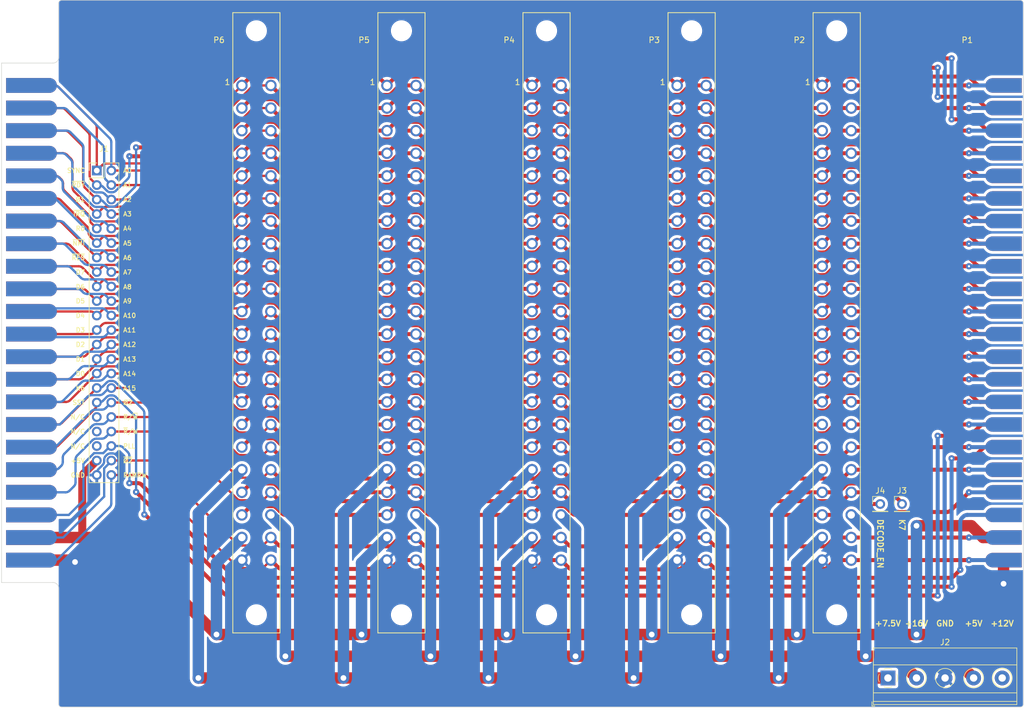
<source format=kicad_pcb>
(kicad_pcb (version 20221018) (generator pcbnew)
  (layers (0 "F.Cu" signal) (31 "B.Cu" signal) (34 "B.Paste" user) (35 "F.Paste" user) (36 "B.SilkS" user "B.Silkscreen") (37 "F.SilkS" user "F.Silkscreen") (38 "B.Mask" user) (39 "F.Mask" user) (44 "Edge.Cuts" user))
  (net 0 "")
  (net 1 "/SYNC")
  (net 2 "/~{RDY}")
  (net 3 "/Ø1")
  (net 4 "/~{IRQ}")
  (net 5 "/R0")
  (net 6 "/~{NMI}")
  (net 7 "/~{RES}")
  (net 8 "/D7")
  (net 9 "/D6")
  (net 10 "/D5")
  (net 11 "/D4")
  (net 12 "/D3")
  (net 13 "/D2")
  (net 14 "/D1")
  (net 15 "/D0")
  (net 16 "/K6")
  (net 17 "/SST")
  (net 21 "+5V")
  (net 22 "GND")
  (net 23 "+16V_RAW")
  (net 24 "+7.5V_RAW")
  (net 28 "/A0")
  (net 29 "/A1")
  (net 30 "/A2")
  (net 31 "/A3")
  (net 32 "/A4")
  (net 33 "/A5")
  (net 34 "/A6")
  (net 35 "/A7")
  (net 36 "/A8")
  (net 37 "/A9")
  (net 38 "/A10")
  (net 39 "/A11")
  (net 40 "/A12")
  (net 41 "/A13")
  (net 42 "/A14")
  (net 43 "/A15")
  (net 44 "/Ø2")
  (net 45 "/R{slash}~{W}")
  (net 46 "/~{R}{slash}W")
  (net 47 "/PLL")
  (net 48 "/~{Ø2}")
  (net 49 "/RAMRW")
  (net 50 "/~{VECTOR_FETCH}")
  (net 51 "/~{DECODE_ENABLE}")
  (net 55 "/PIN_2")
  (net 56 "/PIN_3")
  (net 57 "/PIN_16")
  (net 58 "/PIN_17")
  (net 59 "+12V")
  (footprint "TerminalBlock_Phoenix:TerminalBlock_Phoenix_MKDS-1,5-5_1x05_P5.00mm_Horizontal" (layer "F.Cu") (at 213.44 148.59)
    (fp_text reference "J2")
    (fp_text value "Power_Connector")
  )
  (footprint "KIM-1_Library:EDAC-3.96-2x22" (layer "F.Cu") (at 128.27 86.36)
    (fp_text reference "P5")
    (fp_text value "EDGE_CONN")
  )
  (footprint "KIM-1_Library:EDAC-3.96-2x22" (layer "F.Cu") (at 153.67 86.36)
    (fp_text reference "P4")
    (fp_text value "EDGE_CONN")
  )
  (footprint "KIM-1_Library:PinHeader_1x01_P2.54mm_Vertical" (layer "F.Cu") (at 215.9 118.11)
    (fp_text reference "J3")
    (fp_text value "A-J")
  )
  (footprint "KIM-1_Library:EDAC-3.96-2x22" (layer "F.Cu") (at 204.47 86.36)
    (fp_text reference "P2")
    (fp_text value "EXP_BOARD")
  )
  (footprint "KIM-1_Library:PinHeader_1x01_P2.54mm_Vertical" (layer "F.Cu") (at 212.09 118.11)
    (fp_text reference "J4")
    (fp_text value "A-K")
  )
  (footprint "KIM-1_Library:KIM_EDGE" (layer "F.Cu") (at 233.68 86.36)
    (fp_text reference "P1")
    (fp_text value "KIM-1")
  )
  (footprint "KIM-1_Library:KIM_CONN" (layer "F.Cu") (at 63.5 86.36)
    (fp_text reference "P7" hide)
    (fp_text value "KIM_EXP")
  )
  (footprint "KIM-1_Library:EDAC-3.96-2x22" (layer "F.Cu") (at 179.07 86.36)
    (fp_text reference "P3")
    (fp_text value "EDGE_CONN")
  )
  (footprint "KIM-1_Library:PinHeader_2x22_P2.54mm_Vertical" (layer "F.Cu") (at 76.2 86.36)
    (fp_text reference "J1")
    (fp_text value "Conn_02x22_Top_Bottom")
  )
  (footprint "KIM-1_Library:EDAC-3.96-2x22" (layer "F.Cu") (at 102.87 86.36)
    (fp_text reference "P6")
    (fp_text value "EDGE_CONN")
  )
  (gr_line (start 58.26 40.86) (end 67.26 40.86) (stroke (width 0.1)) (layer "Edge.Cuts"))
  (gr_line (start 58.26 131.86) (end 58.26 40.86) (stroke (width 0.1)) (layer "Edge.Cuts"))
  (gr_line (start 237.13 30.36) (end 237.13 153.17) (stroke (width 0.1)) (layer "Edge.Cuts"))
  (gr_line (start 68.26 39.86) (end 68.26 30.36) (stroke (width 0.1)) (layer "Edge.Cuts"))
  (gr_arc (start 68.26 30.36) (mid 68.406447 30.006447) (end 68.76 29.86) (stroke (width 0.1)) (layer "Edge.Cuts"))
  (gr_arc (start 236.63 29.86) (mid 236.983553 30.006447) (end 237.13 30.36) (stroke (width 0.1)) (layer "Edge.Cuts"))
  (gr_arc (start 68.76 153.67) (mid 68.406447 153.523553) (end 68.26 153.17) (stroke (width 0.1)) (layer "Edge.Cuts"))
  (gr_arc (start 237.13 153.17) (mid 236.983553 153.523553) (end 236.63 153.67) (stroke (width 0.1)) (layer "Edge.Cuts"))
  (gr_line (start 67.26 131.86) (end 58.26 131.86) (stroke (width 0.1)) (layer "Edge.Cuts"))
  (gr_arc (start 67.26 131.86) (mid 67.967107 132.152893) (end 68.26 132.86) (stroke (width 0.1)) (layer "Edge.Cuts"))
  (gr_line (start 68.76 153.67) (end 236.63 153.67) (stroke (width 0.1)) (layer "Edge.Cuts"))
  (gr_line (start 68.76 29.86) (end 236.63 29.86) (stroke (width 0.1)) (layer "Edge.Cuts"))
  (gr_arc (start 68.26 39.86) (mid 67.967107 40.567107) (end 67.26 40.86) (stroke (width 0.1)) (layer "Edge.Cuts"))
  (gr_line (start 68.26 132.86) (end 68.26 153.17) (stroke (width 0.1)) (layer "Edge.Cuts"))
  (gr_text "A13\n" (at 79.47 92.75) (layer "F.SilkS") (effects (font (size 0.8 0.8) (thickness 0.15) bold) (justify left)))
  (gr_text "~{NMI}" (at 72.93 72.43) (layer "F.SilkS") (effects (font (size 0.8 0.8) (thickness 0.15) bold) (justify right)))
  (gr_text "GND" (at 72.93 113.07) (layer "F.SilkS") (effects (font (size 0.8 0.8) (thickness 0.15) bold) (justify right)))
  (gr_text "+7.5V" (at 213.44 139.62) (layer "F.SilkS") (effects (font (size 1 1) (thickness 0.2) bold) (justify bottom)))
  (gr_text "N/C" (at 72.93 107.99) (layer "F.SilkS") (effects (font (size 0.8 0.8) (thickness 0.15) bold) (justify right)))
  (gr_text "Ø2" (at 79.47 100.33) (layer "F.SilkS") (effects (font (size 0.8 0.8) (thickness 0.15) bold) (justify left)))
  (gr_text "A9\n" (at 79.47 82.55) (layer "F.SilkS") (effects (font (size 0.8 0.8) (thickness 0.15) bold) (justify left)))
  (gr_text "R/~{W}" (at 79.47 102.87) (layer "F.SilkS") (effects (font (size 0.8 0.8) (thickness 0.15) bold) (justify left)))
  (gr_text "A8" (at 79.47 80.08) (layer "F.SilkS") (effects (font (size 0.8 0.8) (thickness 0.15) bold) (justify left)))
  (gr_text "SYNC" (at 72.93 59.69) (layer "F.SilkS") (effects (font (size 0.8 0.8) (thickness 0.15) bold) (justify right)))
  (gr_text "D4" (at 72.93 85.09) (layer "F.SilkS") (effects (font (size 0.8 0.8) (thickness 0.15) bold) (justify right)))
  (gr_text "D7" (at 72.93 77.51) (layer "F.SilkS") (effects (font (size 0.8 0.8) (thickness 0.15) bold) (justify right)))
  (gr_text "R0" (at 72.93 69.85) (layer "F.SilkS") (effects (font (size 0.8 0.8) (thickness 0.15) bold) (justify right)))
  (gr_text "D0" (at 72.93 95.29) (layer "F.SilkS") (effects (font (size 0.8 0.8) (thickness 0.15) bold) (justify right)))
  (gr_text "A7" (at 79.47 77.51) (layer "F.SilkS") (effects (font (size 0.8 0.8) (thickness 0.15) bold) (justify left)))
  (gr_text "D3" (at 72.93 87.63) (layer "F.SilkS") (effects (font (size 0.8 0.8) (thickness 0.15) bold) (justify right)))
  (gr_text "D5" (at 72.93 82.55) (layer "F.SilkS") (effects (font (size 0.8 0.8) (thickness 0.15) bold) (justify right)))
  (gr_text "RAMRW" (at 79.47 113.07) (layer "F.SilkS") (effects (font (size 0.8 0.8) (thickness 0.15) bold) (justify left)))
  (gr_text "A12" (at 79.47 90.17) (layer "F.SilkS") (effects (font (size 0.8 0.8) (thickness 0.15) bold) (justify left)))
  (gr_text "~{RES}" (at 72.93 74.97) (layer "F.SilkS") (effects (font (size 0.8 0.8) (thickness 0.15) bold) (justify right)))
  (gr_text "D1" (at 72.93 92.75) (layer "F.SilkS") (effects (font (size 0.8 0.8) (thickness 0.15) bold) (justify right)))
  (gr_text "N/C" (at 72.93 102.87) (layer "F.SilkS") (effects (font (size 0.8 0.8) (thickness 0.15) bold) (justify right)))
  (gr_text "SST" (at 72.93 100.33) (layer "F.SilkS") (effects (font (size 0.8 0.8) (thickness 0.15) bold) (justify right)))
  (gr_text "+12V" (at 233.44 139.62) (layer "F.SilkS") (effects (font (size 1 1) (thickness 0.2) bold) (justify bottom)))
  (gr_text "A0\n" (at 79.47 59.69) (layer "F.SilkS") (effects (font (size 0.8 0.8) (thickness 0.15) bold) (justify left)))
  (gr_text "+16V" (at 218.44 139.62) (layer "F.SilkS") (effects (font (size 1 1) (thickness 0.2) bold) (justify bottom)))
  (gr_text "~{IRQ}" (at 72.93 67.31) (layer "F.SilkS") (effects (font (size 0.8 0.8) (thickness 0.15) bold) (justify right)))
  (gr_text "A1" (at 79.47 62.23) (layer "F.SilkS") (effects (font (size 0.8 0.8) (thickness 0.15) bold) (justify left)))
  (gr_text "K6" (at 72.93 97.83) (layer "F.SilkS") (effects (font (size 0.8 0.8) (thickness 0.15) bold) (justify right)))
  (gr_text "PLL" (at 79.47 107.99) (layer "F.SilkS") (effects (font (size 0.8 0.8) (thickness 0.15) bold) (justify left)))
  (gr_text "A3\n" (at 79.47 67.31) (layer "F.SilkS") (effects (font (size 0.8 0.8) (thickness 0.15) bold) (justify left)))
  (gr_text "~{RDY}" (at 72.93 62.23) (layer "F.SilkS") (effects (font (size 0.8 0.8) (thickness 0.15) bold) (justify right)))
  (gr_text "+5V" (at 228.44 139.62) (layer "F.SilkS") (effects (font (size 1 1) (thickness 0.2) bold) (justify bottom)))
  (gr_text "N/C" (at 72.93 105.41) (layer "F.SilkS") (effects (font (size 0.8 0.8) (thickness 0.15) bold) (justify right)))
  (gr_text "GND" (at 223.44 139.62) (layer "F.SilkS") (effects (font (size 1 1) (thickness 0.2) bold) (justify bottom)))
  (gr_text "A4\n" (at 79.47 69.85) (layer "F.SilkS") (effects (font (size 0.8 0.8) (thickness 0.15) bold) (justify left)))
  (gr_text "D2" (at 72.93 90.17) (layer "F.SilkS") (effects (font (size 0.8 0.8) (thickness 0.15) bold) (justify right)))
  (gr_text "A15" (at 79.47 97.83) (layer "F.SilkS") (effects (font (size 0.8 0.8) (thickness 0.15) bold) (justify left)))
  (gr_text "A5" (at 79.47 72.43) (layer "F.SilkS") (effects (font (size 0.8 0.8) (thickness 0.15) bold) (justify left)))
  (gr_text "~{R}/W" (at 79.47 105.41) (layer "F.SilkS") (effects (font (size 0.8 0.8) (thickness 0.15) bold) (justify left)))
  (gr_text "Ø1" (at 72.93 64.77) (layer "F.SilkS") (effects (font (size 0.8 0.8) (thickness 0.15) bold) (justify right)))
  (gr_text "A10" (at 79.47 85.09) (layer "F.SilkS") (effects (font (size 0.8 0.8) (thickness 0.15) bold) (justify left)))
  (gr_text "A11\n" (at 79.47 87.63) (layer "F.SilkS") (effects (font (size 0.8 0.8) (thickness 0.15) bold) (justify left)))
  (gr_text "DECODE_EN" (at 212.09 120.65 270) (layer "F.SilkS") (effects (font (size 1 1) (thickness 0.2) bold) (justify left)))
  (gr_text "A14\n" (at 79.47 95.29) (layer "F.SilkS") (effects (font (size 0.8 0.8) (thickness 0.15) bold) (justify left)))
  (gr_text "A6" (at 79.47 74.97) (layer "F.SilkS") (effects (font (size 0.8 0.8) (thickness 0.15) bold) (justify left)))
  (gr_text "+5V" (at 72.93 110.53) (layer "F.SilkS") (effects (font (size 0.8 0.8) (thickness 0.15) bold) (justify right)))
  (gr_text "K7" (at 215.9 120.65 270) (layer "F.SilkS") (effects (font (size 1 1) (thickness 0.2) bold) (justify left)))
  (gr_text "D6" (at 72.93 80.08) (layer "F.SilkS") (effects (font (size 0.8 0.8) (thickness 0.15) bold) (justify right)))
  (gr_text "~{Ø2}" (at 79.47 110.53) (layer "F.SilkS") (effects (font (size 0.8 0.8) (thickness 0.15) bold) (justify left)))
  (gr_text "A2\n" (at 79.47 64.77) (layer "F.SilkS") (effects (font (size 0.8 0.8) (thickness 0.15) bold) (justify left)))
  (segment (start 201.93 44.78) (end 200.672893 43.522893) (width 0.7) (layer "F.Cu") (net 1))
  (segment (start 74.637107 51.472107) (end 68.237893 45.072893) (width 0.4) (layer "F.Cu") (net 1))
  (segment (start 67.530786 44.78) (end 63.5 44.78) (width 0.4) (layer "F.Cu") (net 1))
  (segment (start 152.387107 43.522893) (end 151.13 44.78) (width 0.7) (layer "F.Cu") (net 1))
  (segment (start 74.93 59.69) (end 74.93 52.179214) (width 0.4) (layer "F.Cu") (net 1))
  (segment (start 177.787107 43.522893) (end 176.53 44.78) (width 0.7) (layer "F.Cu") (net 1))
  (segment (start 174.565786 43.23) (end 153.094214 43.23) (width 0.7) (layer "F.Cu") (net 1))
  (segment (start 151.13 44.78) (end 149.872893 43.522893) (width 0.7) (layer "F.Cu") (net 1))
  (segment (start 233.68 44.78) (end 229.589849 44.78) (width 0.7) (layer "F.Cu") (net 1))
  (segment (start 176.53 44.78) (end 175.272893 43.522893) (width 0.7) (layer "F.Cu") (net 1))
  (segment (start 86.962893 58.147107) (end 100.33 44.78) (width 0.4) (layer "F.Cu") (net 1))
  (segment (start 199.965786 43.23) (end 178.494214 43.23) (width 0.7) (layer "F.Cu") (net 1))
  (segment (start 101.587107 43.522893) (end 100.33 44.78) (width 0.7) (layer "F.Cu") (net 1))
  (segment (start 123.765786 43.23) (end 102.294214 43.23) (width 0.7) (layer "F.Cu") (net 1))
  (segment (start 125.73 44.78) (end 124.472893 43.522893) (width 0.7) (layer "F.Cu") (net 1))
  (segment (start 126.987107 43.522893) (end 125.73 44.78) (width 0.7) (layer "F.Cu") (net 1))
  (segment (start 76.594214 58.44) (end 86.255786 58.44) (width 0.4) (layer "F.Cu") (net 1))
  (segment (start 228.882742 44.487107) (end 227.918528 43.522893) (width 0.7) (layer "F.Cu") (net 1))
  (segment (start 74.93 59.69) (end 75.887107 58.732893) (width 0.4) (layer "F.Cu") (net 1))
  (segment (start 203.187107 43.522893) (end 201.93 44.78) (width 0.7) (layer "F.Cu") (net 1))
  (segment (start 227.211421 43.23) (end 203.894214 43.23) (width 0.7) (layer "F.Cu") (net 1))
  (segment (start 149.165786 43.23) (end 127.694214 43.23) (width 0.7) (layer "F.Cu") (net 1))
  (arc (start 229.589849 44.78) (mid 229.207166 44.70388) (end 228.882742 44.487107) (width 0.7) (layer "F.Cu") (net 1))
  (arc (start 75.887107 58.732893) (mid 76.21153 58.51612) (end 76.594214 58.44) (width 0.4) (layer "F.Cu") (net 1))
  (arc (start 124.472893 43.522893) (mid 124.14847 43.30612) (end 123.765786 43.23) (width 0.7) (layer "F.Cu") (net 1))
  (arc (start 101.587107 43.522893) (mid 101.91153 43.30612) (end 102.294214 43.23) (width 0.7) (layer "F.Cu") (net 1))
  (arc (start 67.530786 44.78) (mid 67.913469 44.85612) (end 68.237893 45.072893) (width 0.4) (layer "F.Cu") (net 1))
  (arc (start 178.494214 43.23) (mid 178.111531 43.30612) (end 177.787107 43.522893) (width 0.7) (layer "F.Cu") (net 1))
  (arc (start 227.918528 43.522893) (mid 227.594105 43.30612) (end 227.211421 43.23) (width 0.7) (layer "F.Cu") (net 1))
  (arc (start 126.987107 43.522893) (mid 127.31153 43.30612) (end 127.694214 43.23) (width 0.7) (layer "F.Cu") (net 1))
  (arc (start 199.965786 43.23) (mid 200.348469 43.30612) (end 200.672893 43.522893) (width 0.7) (layer "F.Cu") (net 1))
  (arc (start 149.165786 43.23) (mid 149.548469 43.30612) (end 149.872893 43.522893) (width 0.7) (layer "F.Cu") (net 1))
  (arc (start 86.962893 58.147107) (mid 86.63847 58.36388) (end 86.255786 58.44) (width 0.4) (layer "F.Cu") (net 1))
  (arc (start 74.637107 51.472107) (mid 74.85388 51.79653) (end 74.93 52.179214) (width 0.4) (layer "F.Cu") (net 1))
  (arc (start 203.894214 43.23) (mid 203.511531 43.30612) (end 203.187107 43.522893) (width 0.7) (layer "F.Cu") (net 1))
  (arc (start 174.565786 43.23) (mid 174.948469 43.30612) (end 175.272893 43.522893) (width 0.7) (layer "F.Cu") (net 1))
  (arc (start 153.094214 43.23) (mid 152.711531 43.30612) (end 152.387107 43.522893) (width 0.7) (layer "F.Cu") (net 1))
  (segment (start 74.93 62.23) (end 73.972893 61.272893) (width 0.4) (layer "F.Cu") (net 2))
  (segment (start 101.614214 41.68) (end 222.01 41.68) (width 0.7) (layer "F.Cu") (net 2))
  (segment (start 73.387107 52.967107) (end 69.452893 49.032893) (width 0.4) (layer "F.Cu") (net 2))
  (segment (start 85.982893 56.897107) (end 100.907107 41.972893) (width 0.7) (layer "F.Cu") (net 2))
  (segment (start 228.265786 46.76) (end 222.15 46.76) (width 0.7) (layer "F.Cu") (net 2))
  (segment (start 233.68 48.74) (end 231.074214 48.74) (width 0.7) (layer "F.Cu") (net 2))
  (segment (start 230.367107 48.447107) (end 228.972893 47.052893) (width 0.7) (layer "F.Cu") (net 2))
  (segment (start 80.64 57.19) (end 85.275786 57.19) (width 0.7) (layer "F.Cu") (net 2))
  (segment (start 68.745786 48.74) (end 63.5 48.74) (width 0.4) (layer "F.Cu") (net 2))
  (segment (start 222.01 41.68) (end 222.15 41.54) (width 0.7) (layer "F.Cu") (net 2))
  (segment (start 73.68 60.565786) (end 73.68 53.674214) (width 0.4) (layer "F.Cu") (net 2))
  (via (at 222.15 41.68) (size 1.1) (drill 0.4) (layers "F.Cu" "B.Cu") (net 2))
  (via (at 80.64 57.19) (size 1.1) (drill 0.3) (layers "F.Cu" "B.Cu") (net 2))
  (via (at 222.15 46.76) (size 1.1) (drill 0.4) (layers "F.Cu" "B.Cu") (net 2))
  (arc (start 68.745786 48.74) (mid 69.128469 48.81612) (end 69.452893 49.032893) (width 0.4) (layer "F.Cu") (net 2))
  (arc (start 230.367107 48.447107) (mid 230.69153 48.66388) (end 231.074214 48.74) (width 0.7) (layer "F.Cu") (net 2))
  (arc (start 85.982893 56.897107) (mid 85.65847 57.11388) (end 85.275786 57.19) (width 0.7) (layer "F.Cu") (net 2))
  (arc (start 73.68 53.674214) (mid 73.60388 53.291531) (end 73.387107 52.967107) (width 0.4) (layer "F.Cu") (net 2))
  (arc (start 73.68 60.565786) (mid 73.75612 60.948469) (end 73.972893 61.272893) (width 0.4) (layer "F.Cu") (net 2))
  (arc (start 228.972893 47.052893) (mid 228.64847 46.83612) (end 228.265786 46.76) (width 0.7) (layer "F.Cu") (net 2))
  (arc (start 100.907107 41.972893) (mid 101.23153 41.75612) (end 101.614214 41.68) (width 0.7) (layer "F.Cu") (net 2))
  (segment (start 80.64 60.445786) (end 80.64 57.19) (width 0.4) (layer "B.Cu") (net 2))
  (segment (start 78.292893 63.207107) (end 80.347107 61.152893) (width 0.4) (layer "B.Cu") (net 2))
  (segment (start 77.386447 63.5) (end 77.585786 63.5) (width 0.4) (layer "B.Cu") (net 2))
  (segment (start 75.995126 62.522893) (end 76.67934 63.207107) (width 0.4) (layer "B.Cu") (net 2))
  (segment (start 74.93 62.23) (end 75.288019 62.23) (width 0.4) (layer "B.Cu") (net 2))
  (segment (start 222.15 41.68) (end 222.15 46.76) (width 0.7) (layer "B.Cu") (net 2))
  (segment (start 222.11 46.58) (end 222.15 46.62) (width 0.7) (layer "B.Cu") (net 2))
  (segment (start 222.15 46.76) (end 222.11 46.58) (width 0.7) (layer "B.Cu") (net 2))
  (arc (start 77.585786 63.5) (mid 77.968469 63.42388) (end 78.292893 63.207107) (width 0.4) (layer "B.Cu") (net 2))
  (arc (start 80.64 60.445786) (mid 80.56388 60.828469) (end 80.347107 61.152893) (width 0.4) (layer "B.Cu") (net 2))
  (arc (start 75.995126 62.522893) (mid 75.670703 62.30612) (end 75.288019 62.23) (width 0.4) (layer "B.Cu") (net 2))
  (arc (start 76.67934 63.207107) (mid 77.003763 63.42388) (end 77.386447 63.5) (width 0.4) (layer "B.Cu") (net 2))
  (segment (start 101.134214 40.04) (end 224.58 40.04) (width 0.7) (layer "F.Cu") (net 3))
  (segment (start 233.68 52.7) (end 231.234214 52.7) (width 0.7) (layer "F.Cu") (net 3))
  (segment (start 228.425786 50.72) (end 224.58 50.72) (width 0.7) (layer "F.Cu") (net 3))
  (segment (start 81.81 55.64) (end 84.705786 55.64) (width 0.7) (layer "F.Cu") (net 3))
  (segment (start 230.527107 52.407107) (end 229.132893 51.012893) (width 0.7) (layer "F.Cu") (net 3))
  (segment (start 85.412893 55.347107) (end 100.427107 40.332893) (width 0.7) (layer "F.Cu") (net 3))
  (segment (start 72.832893 62.672893) (end 74.93 64.77) (width 0.4) (layer "F.Cu") (net 3))
  (segment (start 70.042893 52.992893) (end 72.247107 55.197107) (width 0.4) (layer "F.Cu") (net 3))
  (segment (start 72.54 55.904214) (end 72.54 61.965786) (width 0.4) (layer "F.Cu") (net 3))
  (segment (start 63.5 52.7) (end 69.335786 52.7) (width 0.4) (layer "F.Cu") (net 3))
  (via (at 81.81 55.64) (size 1.1) (drill 0.4) (layers "F.Cu" "B.Cu") (net 3))
  (via (at 224.58 40.04) (size 1.1) (drill 0.4) (layers "F.Cu" "B.Cu") (net 3))
  (via (at 224.58 50.72) (size 1.1) (drill 0.4) (layers "F.Cu" "B.Cu") (net 3))
  (arc (start 228.425786 50.72) (mid 228.808469 50.79612) (end 229.132893 51.012893) (width 0.7) (layer "F.Cu") (net 3))
  (arc (start 231.234214 52.7) (mid 230.851531 52.62388) (end 230.527107 52.407107) (width 0.7) (layer "F.Cu") (net 3))
  (arc (start 84.705786 55.64) (mid 85.088469 55.56388) (end 85.412893 55.347107) (width 0.7) (layer "F.Cu") (net 3))
  (arc (start 72.247107 55.197107) (mid 72.46388 55.52153) (end 72.54 55.904214) (width 0.4) (layer "F.Cu") (net 3))
  (arc (start 72.832893 62.672893) (mid 72.61612 62.34847) (end 72.54 61.965786) (width 0.4) (layer "F.Cu") (net 3))
  (arc (start 69.335786 52.7) (mid 69.718469 52.77612) (end 70.042893 52.992893) (width 0.4) (layer "F.Cu") (net 3))
  (arc (start 101.134214 40.04) (mid 100.751531 40.11612) (end 100.427107 40.332893) (width 0.7) (layer "F.Cu") (net 3))
  (segment (start 81.81 61.945786) (end 81.81 55.64) (width 0.4) (layer "B.Cu") (net 3))
  (segment (start 78.442893 65.727107) (end 81.517107 62.652893) (width 0.4) (layer "B.Cu") (net 3))
  (segment (start 77.366447 66.02) (end 77.735786 66.02) (width 0.4) (layer "B.Cu") (net 3))
  (segment (start 74.93 64.77) (end 75.288019 64.77) (width 0.4) (layer "B.Cu") (net 3))
  (segment (start 224.58 40.04) (end 224.58 50.72) (width 0.7) (layer "B.Cu") (net 3))
  (segment (start 75.995126 65.062893) (end 76.65934 65.727107) (width 0.4) (layer "B.Cu") (net 3))
  (arc (start 75.288019 64.77) (mid 75.670702 64.84612) (end 75.995126 65.062893) (width 0.4) (layer "B.Cu") (net 3))
  (arc (start 81.81 61.945786) (mid 81.73388 62.328469) (end 81.517107 62.652893) (width 0.4) (layer "B.Cu") (net 3))
  (arc (start 77.366447 66.02) (mid 76.983764 65.94388) (end 76.65934 65.727107) (width 0.4) (layer "B.Cu") (net 3))
  (arc (start 77.735786 66.02) (mid 78.118469 65.94388) (end 78.442893 65.727107) (width 0.4) (layer "B.Cu") (net 3))
  (segment (start 70.387107 57.617107) (end 69.722893 56.952893) (width 0.4) (layer "F.Cu") (net 4))
  (segment (start 91.262893 65.727107) (end 100.33 56.66) (width 0.4) (layer "F.Cu") (net 4))
  (segment (start 203.187107 55.402893) (end 201.93 56.66) (width 0.7) (layer "F.Cu") (net 4))
  (segment (start 227.211421 55.11) (end 203.894214 55.11) (width 0.7) (layer "F.Cu") (net 4))
  (segment (start 76.634214 66.02) (end 90.555786 66.02) (width 0.4) (layer "F.Cu") (net 4))
  (segment (start 74.93 67.31) (end 75.927107 66.312893) (width 0.4) (layer "F.Cu") (net 4))
  (segment (start 107.309139 56.367107) (end 106.344925 55.402893) (width 0.7) (layer "F.Cu") (net 4))
  (segment (start 183.509139 56.367107) (end 182.544925 55.402893) (width 0.7) (layer "F.Cu") (net 4))
  (segment (start 228.882742 56.367107) (end 227.918528 55.402893) (width 0.7) (layer "F.Cu") (net 4))
  (segment (start 131.037818 55.11) (end 127.694214 55.11) (width 0.7) (layer "F.Cu") (net 4))
  (segment (start 176.53 56.66) (end 158.816246 56.66) (width 0.7) (layer "F.Cu") (net 4))
  (segment (start 105.637818 55.11) (end 102.294214 55.11) (width 0.7) (layer "F.Cu") (net 4))
  (segment (start 233.68 56.66) (end 229.589849 56.66) (width 0.7) (layer "F.Cu") (net 4))
  (segment (start 177.787107 55.402893) (end 176.53 56.66) (width 0.7) (layer "F.Cu") (net 4))
  (segment (start 158.109139 56.367107) (end 157.144925 55.402893) (width 0.7) (layer "F.Cu") (net 4))
  (segment (start 201.93 56.66) (end 184.216246 56.66) (width 0.7) (layer "F.Cu") (net 4))
  (segment (start 151.13 56.66) (end 133.416246 56.66) (width 0.7) (layer "F.Cu") (net 4))
  (segment (start 69.015786 56.66) (end 63.5 56.66) (width 0.4) (layer "F.Cu") (net 4))
  (segment (start 156.437818 55.11) (end 153.094214 55.11) (width 0.7) (layer "F.Cu") (net 4))
  (segment (start 125.73 56.66) (end 108.016246 56.66) (width 0.7) (layer "F.Cu") (net 4))
  (segment (start 152.387107 55.402893) (end 151.13 56.66) (width 0.7) (layer "F.Cu") (net 4))
  (segment (start 126.987107 55.402893) (end 125.73 56.66) (width 0.7) (layer "F.Cu") (net 4))
  (segment (start 101.587107 55.402893) (end 100.33 56.66) (width 0.7) (layer "F.Cu") (net 4))
  (segment (start 70.68 62.645786) (end 70.68 58.324214) (width 0.4) (layer "F.Cu") (net 4))
  (segment (start 74.93 67.31) (end 70.972893 63.352893) (width 0.4) (layer "F.Cu") (net 4))
  (segment (start 181.837818 55.11) (end 178.494214 55.11) (width 0.7) (layer "F.Cu") (net 4))
  (segment (start 132.709139 56.367107) (end 131.744925 55.402893) (width 0.7) (layer "F.Cu") (net 4))
  (arc (start 69.015786 56.66) (mid 69.398469 56.73612) (end 69.722893 56.952893) (width 0.4) (layer "F.Cu") (net 4))
  (arc (start 229.589849 56.66) (mid 229.207166 56.58388) (end 228.882742 56.367107) (width 0.7) (layer "F.Cu") (net 4))
  (arc (start 156.437818 55.11) (mid 156.820501 55.18612) (end 157.144925 55.402893) (width 0.7) (layer "F.Cu") (net 4))
  (arc (start 70.387107 57.617107) (mid 70.60388 57.94153) (end 70.68 58.324214) (width 0.4) (layer "F.Cu") (net 4))
  (arc (start 182.544925 55.402893) (mid 182.220502 55.18612) (end 181.837818 55.11) (width 0.7) (layer "F.Cu") (net 4))
  (arc (start 133.416246 56.66) (mid 133.033563 56.58388) (end 132.709139 56.367107) (width 0.7) (layer "F.Cu") (net 4))
  (arc (start 177.787107 55.402893) (mid 178.11153 55.18612) (end 178.494214 55.11) (width 0.7) (layer "F.Cu") (net 4))
  (arc (start 105.637818 55.11) (mid 106.020501 55.18612) (end 106.344925 55.402893) (width 0.7) (layer "F.Cu") (net 4))
  (arc (start 127.694214 55.11) (mid 127.311531 55.18612) (end 126.987107 55.402893) (width 0.7) (layer "F.Cu") (net 4))
  (arc (start 90.555786 66.02) (mid 90.938469 65.94388) (end 91.262893 65.727107) (width 0.4) (layer "F.Cu") (net 4))
  (arc (start 203.187107 55.402893) (mid 203.51153 55.18612) (end 203.894214 55.11) (width 0.7) (layer "F.Cu") (net 4))
  (arc (start 107.309139 56.367107) (mid 107.633562 56.58388) (end 108.016246 56.66) (width 0.7) (layer "F.Cu") (net 4))
  (arc (start 152.387107 55.402893) (mid 152.71153 55.18612) (end 153.094214 55.11) (width 0.7) (layer "F.Cu") (net 4))
  (arc (start 158.816246 56.66) (mid 158.433563 56.58388) (end 158.109139 56.367107) (width 0.7) (layer "F.Cu") (net 4))
  (arc (start 101.587107 55.402893) (mid 101.91153 55.18612) (end 102.294214 55.11) (width 0.7) (layer "F.Cu") (net 4))
  (arc (start 227.918528 55.402893) (mid 227.594105 55.18612) (end 227.211421 55.11) (width 0.7) (layer "F.Cu") (net 4))
  (arc (start 70.972893 63.352893) (mid 70.75612 63.02847) (end 70.68 62.645786) (width 0.4) (layer "F.Cu") (net 4))
  (arc (start 131.037818 55.11) (mid 131.420501 55.18612) (end 131.744925 55.402893) (width 0.7) (layer "F.Cu") (net 4))
  (arc (start 76.634214 66.02) (mid 76.251531 66.09612) (end 75.927107 66.312893) (width 0.4) (layer "F.Cu") (net 4))
  (arc (start 183.509139 56.367107) (mid 183.833562 56.58388) (end 184.216246 56.66) (width 0.7) (layer "F.Cu") (net 4))
  (segment (start 203.187107 59.362893) (end 201.93 60.62) (width 0.7) (layer "F.Cu") (net 5))
  (segment (start 126.987107 59.362893) (end 125.73 60.62) (width 0.7) (layer "F.Cu") (net 5))
  (segment (start 101.587107 59.362893) (end 100.33 60.62) (width 0.7) (layer "F.Cu") (net 5))
  (segment (start 131.037818 59.07) (end 127.694214 59.07) (width 0.7) (layer "F.Cu") (net 5))
  (segment (start 74.93 69.85) (end 73.992893 68.912893) (width 0.4) (layer "F.Cu") (net 5))
  (segment (start 151.13 60.62) (end 133.416246 60.62) (width 0.7) (layer "F.Cu") (net 5))
  (segment (start 183.509139 60.327107) (end 182.544925 59.362893) (width 0.7) (layer "F.Cu") (net 5))
  (segment (start 156.437818 59.07) (end 153.094214 59.07) (width 0.7) (layer "F.Cu") (net 5))
  (segment (start 67.685786 60.62) (end 63.5 60.62) (width 0.4) (layer "F.Cu") (net 5))
  (segment (start 69.02 62.565786) (end 69.02 61.954214) (width 0.4) (layer "F.Cu") (net 5))
  (segment (start 73.7 68.205786) (end 73.7 68.074214) (width 0.4) (layer "F.Cu") (net 5))
  (segment (start 68.727107 61.247107) (end 68.392893 60.912893) (width 0.4) (layer "F.Cu") (net 5))
  (segment (start 74.93 69.85) (end 75.887107 68.892893) (width 0.4) (layer "F.Cu") (net 5))
  (segment (start 201.93 60.62) (end 184.216246 60.62) (width 0.7) (layer "F.Cu") (net 5))
  (segment (start 176.53 60.62) (end 158.816246 60.62) (width 0.7) (layer "F.Cu") (net 5))
  (segment (start 152.387107 59.362893) (end 151.13 60.62) (width 0.7) (layer "F.Cu") (net 5))
  (segment (start 177.787107 59.362893) (end 176.53 60.62) (width 0.7) (layer "F.Cu") (net 5))
  (segment (start 125.73 60.62) (end 108.016246 60.62) (width 0.7) (layer "F.Cu") (net 5))
  (segment (start 107.309139 60.327107) (end 106.344925 59.362893) (width 0.7) (layer "F.Cu") (net 5))
  (segment (start 76.594214 68.6) (end 91.935786 68.6) (width 0.4) (layer "F.Cu") (net 5))
  (segment (start 227.211421 59.07) (end 203.894214 59.07) (width 0.7) (layer "F.Cu") (net 5))
  (segment (start 228.882742 60.327107) (end 227.918528 59.362893) (width 0.7) (layer "F.Cu") (net 5))
  (segment (start 158.109139 60.327107) (end 157.144925 59.362893) (width 0.7) (layer "F.Cu") (net 5))
  (segment (start 73.407107 67.367107) (end 69.312893 63.272893) (width 0.4) (layer "F.Cu") (net 5))
  (segment (start 181.837818 59.07) (end 178.494214 59.07) (width 0.7) (layer "F.Cu") (net 5))
  (segment (start 132.709139 60.327107) (end 131.744925 59.362893) (width 0.7) (layer "F.Cu") (net 5))
  (segment (start 233.68 60.62) (end 229.589849 60.62) (width 0.7) (layer "F.Cu") (net 5))
  (segment (start 92.642893 68.307107) (end 100.33 60.62) (width 0.4) (layer "F.Cu") (net 5))
  (segment (start 105.637818 59.07) (end 102.294214 59.07) (width 0.7) (layer "F.Cu") (net 5))
  (arc (start 131.744925 59.362893) (mid 131.420502 59.14612) (end 131.037818 59.07) (width 0.7) (layer "F.Cu") (net 5))
  (arc (start 69.02 61.954214) (mid 68.94388 61.571531) (end 68.727107 61.247107) (width 0.4) (layer "F.Cu") (net 5))
  (arc (start 67.685786 60.62) (mid 68.068469 60.69612) (end 68.392893 60.912893) (width 0.4) (layer "F.Cu") (net 5))
  (arc (start 75.887107 68.892893) (mid 76.21153 68.67612) (end 76.594214 68.6) (width 0.4) (layer "F.Cu") (net 5))
  (arc (start 227.211421 59.07) (mid 227.594104 59.14612) (end 227.918528 59.362893) (width 0.7) (layer "F.Cu") (net 5))
  (arc (start 182.544925 59.362893) (mid 182.220502 59.14612) (end 181.837818 59.07) (width 0.7) (layer "F.Cu") (net 5))
  (arc (start 69.312893 63.272893) (mid 69.09612 62.94847) (end 69.02 62.565786) (width 0.4) (layer "F.Cu") (net 5))
  (arc (start 127.694214 59.07) (mid 127.311531 59.14612) (end 126.987107 59.362893) (width 0.7) (layer "F.Cu") (net 5))
  (arc (start 102.294214 59.07) (mid 101.911531 59.14612) (end 101.587107 59.362893) (width 0.7) (layer "F.Cu") (net 5))
  (arc (start 133.416246 60.62) (mid 133.033563 60.54388) (end 132.709139 60.327107) (width 0.7) (layer "F.Cu") (net 5))
  (arc (start 229.589849 60.62) (mid 229.207166 60.54388) (end 228.882742 60.327107) (width 0.7) (layer "F.Cu") (net 5))
  (arc (start 203.894214 59.07) (mid 203.511531 59.14612) (end 203.187107 59.362893) (width 0.7) (layer "F.Cu") (net 5))
  (arc (start 108.016246 60.62) (mid 107.633563 60.54388) (end 107.309139 60.327107) (width 0.7) (layer "F.Cu") (net 5))
  (arc (start 157.144925 59.362893) (mid 156.820502 59.14612) (end 156.437818 59.07) (width 0.7) (layer "F.Cu") (net 5))
  (arc (start 91.935786 68.6) (mid 92.318469 68.52388) (end 92.642893 68.307107) (width 0.4) (layer "F.Cu") (net 5))
  (arc (start 158.816246 60.62) (mid 158.433563 60.54388) (end 158.109139 60.327107) (width 0.7) (layer "F.Cu") (net 5))
  (arc (start 177.787107 59.362893) (mid 178.11153 59.14612) (end 178.494214 59.07) (width 0.7) (layer "F.Cu") (net 5))
  (arc (start 152.387107 59.362893) (mid 152.71153 59.14612) (end 153.094214 59.07) (width 0.7) (layer "F.Cu") (net 5))
  (arc (start 184.216246 60.62) (mid 183.833563 60.54388) (end 183.509139 60.327107) (width 0.7) (layer "F.Cu") (net 5))
  (arc (start 73.992893 68.912893) (mid 73.77612 68.58847) (end 73.7 68.205786) (width 0.4) (layer "F.Cu") (net 5))
  (arc (start 73.407107 67.367107) (mid 73.62388 67.69153) (end 73.7 68.074214) (width 0.4) (layer "F.Cu") (net 5))
  (arc (start 105.637818 59.07) (mid 106.020501 59.14612) (end 106.344925 59.362893) (width 0.7) (layer "F.Cu") (net 5))
  (segment (start 132.709139 64.287107) (end 131.744925 63.322893) (width 0.7) (layer "F.Cu") (net 6))
  (segment (start 183.509139 64.287107) (end 182.544925 63.322893) (width 0.7) (layer "F.Cu") (net 6))
  (segment (start 94.062893 70.847107) (end 100.33 64.58) (width 0.4) (layer "F.Cu") (net 6))
  (segment (start 203.187107 63.322893) (end 201.93 64.58) (width 0.7) (layer "F.Cu") (net 6))
  (segment (start 125.73 64.58) (end 108.016246 64.58) (width 0.7) (layer "F.Cu") (net 6))
  (segment (start 151.13 64.58) (end 133.416246 64.58) (width 0.7) (layer "F.Cu") (net 6))
  (segment (start 181.837818 63.03) (end 178.494214 63.03) (width 0.7) (layer "F.Cu") (net 6))
  (segment (start 152.387107 63.322893) (end 151.13 64.58) (width 0.7) (layer "F.Cu") (net 6))
  (segment (start 105.637818 63.03) (end 102.294214 63.03) (width 0.7) (layer "F.Cu") (net 6))
  (segment (start 201.93 64.58) (end 184.216246 64.58) (width 0.7) (layer "F.Cu") (net 6))
  (segment (start 67.895786 64.58) (end 63.5 64.58) (width 0.4) (layer "F.Cu") (net 6))
  (segment (start 233.68 64.58) (end 229.589849 64.58) (width 0.7) (layer "F.Cu") (net 6))
  (segment (start 73.51 70.555786) (end 73.51 70.194214) (width 0.4) (layer "F.Cu") (net 6))
  (segment (start 107.309139 64.287107) (end 106.344925 63.322893) (width 0.7) (layer "F.Cu") (net 6))
  (segment (start 101.587107 63.322893) (end 100.33 64.58) (width 0.7) (layer "F.Cu") (net 6))
  (segment (start 73.217107 69.487107) (end 68.602893 64.872893) (width 0.4) (layer "F.Cu") (net 6))
  (segment (start 74.93 72.39) (end 75.887107 71.432893) (width 0.4) (layer "F.Cu") (net 6))
  (segment (start 126.987107 63.322893) (end 125.73 64.58) (width 0.7) (layer "F.Cu") (net 6))
  (segment (start 131.037818 63.03) (end 127.694214 63.03) (width 0.7) (layer "F.Cu") (net 6))
  (segment (start 76.594214 71.14) (end 93.355786 71.14) (width 0.4) (layer "F.Cu") (net 6))
  (segment (start 228.882742 64.287107) (end 227.918528 63.322893) (width 0.7) (layer "F.Cu") (net 6))
  (segment (start 176.53 64.58) (end 158.816246 64.58) (width 0.7) (layer "F.Cu") (net 6))
  (segment (start 177.787107 63.322893) (end 176.53 64.58) (width 0.7) (layer "F.Cu") (net 6))
  (segment (start 156.437818 63.03) (end 153.094214 63.03) (width 0.7) (layer "F.Cu") (net 6))
  (segment (start 227.211421 63.03) (end 203.894214 63.03) (width 0.7) (layer "F.Cu") (net 6))
  (segment (start 158.109139 64.287107) (end 157.144925 63.322893) (width 0.7) (layer "F.Cu") (net 6))
  (segment (start 74.93 72.39) (end 73.802893 71.262893) (width 0.4) (layer "F.Cu") (net 6))
  (arc (start 127.694214 63.03) (mid 127.311531 63.10612) (end 126.987107 63.322893) (width 0.7) (layer "F.Cu") (net 6))
  (arc (start 106.344925 63.322893) (mid 106.020502 63.10612) (end 105.637818 63.03) (width 0.7) (layer "F.Cu") (net 6))
  (arc (start 73.51 70.555786) (mid 73.58612 70.938469) (end 73.802893 71.262893) (width 0.4) (layer "F.Cu") (net 6))
  (arc (start 183.509139 64.287107) (mid 183.833562 64.50388) (end 184.216246 64.58) (width 0.7) (layer "F.Cu") (net 6))
  (arc (start 131.037818 63.03) (mid 131.420501 63.10612) (end 131.744925 63.322893) (width 0.7) (layer "F.Cu") (net 6))
  (arc (start 73.51 70.194214) (mid 73.43388 69.811531) (end 73.217107 69.487107) (width 0.4) (layer "F.Cu") (net 6))
  (arc (start 101.587107 63.322893) (mid 101.91153 63.10612) (end 102.294214 63.03) (width 0.7) (layer "F.Cu") (net 6))
  (arc (start 133.416246 64.58) (mid 133.033563 64.50388) (end 132.709139 64.287107) (width 0.7) (layer "F.Cu") (net 6))
  (arc (start 156.437818 63.03) (mid 156.820501 63.10612) (end 157.144925 63.322893) (width 0.7) (layer "F.Cu") (net 6))
  (arc (start 68.602893 64.872893) (mid 68.27847 64.65612) (end 67.895786 64.58) (width 0.4) (layer "F.Cu") (net 6))
  (arc (start 76.594214 71.14) (mid 76.211531 71.21612) (end 75.887107 71.432893) (width 0.4) (layer "F.Cu") (net 6))
  (arc (start 228.882742 64.287107) (mid 229.207165 64.50388) (end 229.589849 64.58) (width 0.7) (layer "F.Cu") (net 6))
  (arc (start 158.816246 64.58) (mid 158.433563 64.50388) (end 158.109139 64.287107) (width 0.7) (layer "F.Cu") (net 6))
  (arc (start 153.094214 63.03) (mid 152.711531 63.10612) (end 152.387107 63.322893) (width 0.7) (layer "F.Cu") (net 6))
  (arc (start 182.544925 63.322893) (mid 182.220502 63.10612) (end 181.837818 63.03) (width 0.7) (layer "F.Cu") (net 6))
  (arc (start 227.918528 63.322893) (mid 227.594105 63.10612) (end 227.211421 63.03) (width 0.7) (layer "F.Cu") (net 6))
  (arc (start 177.787107 63.322893) (mid 178.11153 63.10612) (end 178.494214 63.03) (width 0.7) (layer "F.Cu") (net 6))
  (arc (start 107.309139 64.287107) (mid 107.633562 64.50388) (end 108.016246 64.58) (width 0.7) (layer "F.Cu") (net 6))
  (arc (start 203.894214 63.03) (mid 203.511531 63.10612) (end 203.187107 63.322893) (width 0.7) (layer "F.Cu") (net 6))
  (arc (start 93.355786 71.14) (mid 93.738469 71.06388) (end 94.062893 70.847107) (width 0.4) (layer "F.Cu") (net 6))
  (segment (start 201.93 68.54) (end 184.216246 68.54) (width 0.7) (layer "F.Cu") (net 7))
  (segment (start 105.637818 66.99) (end 102.294214 66.99) (width 0.7) (layer "F.Cu") (net 7))
  (segment (start 63.5 68.54) (end 68.125786 68.54) (width 0.4) (layer "F.Cu") (net 7))
  (segment (start 227.231421 66.99) (end 203.894214 66.99) (width 0.7) (layer "F.Cu") (net 7))
  (segment (start 233.68 68.54) (end 229.609849 68.54) (width 0.7) (layer "F.Cu") (net 7))
  (segment (start 177.787107 67.282893) (end 176.53 68.54) (width 0.7) (layer "F.Cu") (net 7))
  (segment (start 74.93 74.93) (end 75.887107 73.972893) (width 0.4) (layer "F.Cu") (net 7))
  (segment (start 101.587107 67.282893) (end 100.33 68.54) (width 0.7) (layer "F.Cu") (net 7))
  (segment (start 151.13 68.54) (end 133.416246 68.54) (width 0.7) (layer "F.Cu") (net 7))
  (segment (start 203.187107 67.282893) (end 201.93 68.54) (width 0.7) (layer "F.Cu") (net 7))
  (segment (start 156.437818 66.99) (end 153.094214 66.99) (width 0.7) (layer "F.Cu") (net 7))
  (segment (start 158.109139 68.247107) (end 157.144925 67.282893) (width 0.7) (layer "F.Cu") (net 7))
  (segment (start 132.709139 68.247107) (end 131.744925 67.282893) (width 0.7) (layer "F.Cu") (net 7))
  (segment (start 176.53 68.54) (end 158.816246 68.54) (width 0.7) (layer "F.Cu") (net 7))
  (segment (start 131.037818 66.99) (end 127.694214 66.99) (width 0.7) (layer "F.Cu") (net 7))
  (segment (start 126.987107 67.282893) (end 125.73 68.54) (width 0.7) (layer "F.Cu") (net 7))
  (segment (start 228.902742 68.247107) (end 227.938528 67.282893) (width 0.7) (layer "F.Cu") (net 7))
  (segment (start 125.73 68.54) (end 108.016246 68.54) (width 0.7) (layer "F.Cu") (net 7))
  (segment (start 95.482893 73.387107) (end 100.33 68.54) (width 0.4) (layer "F.Cu") (net 7))
  (segment (start 181.837818 66.99) (end 178.494214 66.99) (width 0.7) (layer "F.Cu") (net 7))
  (segment (start 107.309139 68.247107) (end 106.344925 67.282893) (width 0.7) (layer "F.Cu") (net 7))
  (segment (start 183.509139 68.247107) (end 182.544925 67.282893) (width 0.7) (layer "F.Cu") (net 7))
  (segment (start 76.594214 73.68) (end 94.775786 73.68) (width 0.4) (layer "F.Cu") (net 7))
  (segment (start 152.387107 67.282893) (end 151.13 68.54) (width 0.7) (layer "F.Cu") (net 7))
  (segment (start 68.832893 68.832893) (end 74.93 74.93) (width 0.4) (layer "F.Cu") (net 7))
  (arc (start 106.344925 67.282893) (mid 106.020502 67.06612) (end 105.637818 66.99) (width 0.7) (layer "F.Cu") (net 7))
  (arc (start 181.837818 66.99) (mid 182.220501 67.06612) (end 182.544925 67.282893) (width 0.7) (layer "F.Cu") (net 7))
  (arc (start 152.387107 67.282893) (mid 152.71153 67.06612) (end 153.094214 66.99) (width 0.7) (layer "F.Cu") (net 7))
  (arc (start 68.125786 68.54) (mid 68.508469 68.61612) (end 68.832893 68.832893) (width 0.4) (layer "F.Cu") (net 7))
  (arc (start 94.775786 73.68) (mid 95.158469 73.60388) (end 95.482893 73.387107) (width 0.4) (layer "F.Cu") (net 7))
  (arc (start 178.494214 66.99) (mid 178.111531 67.06612) (end 177.787107 67.282893) (width 0.7) (layer "F.Cu") (net 7))
  (arc (start 126.987107 67.282893) (mid 127.31153 67.06612) (end 127.694214 66.99) (width 0.7) (layer "F.Cu") (net 7))
  (arc (start 133.416246 68.54) (mid 133.033563 68.46388) (end 132.709139 68.247107) (width 0.7) (layer "F.Cu") (net 7))
  (arc (start 203.894214 66.99) (mid 203.511531 67.06612) (end 203.187107 67.282893) (width 0.7) (layer "F.Cu") (net 7))
  (arc (start 157.144925 67.282893) (mid 156.820502 67.06612) (end 156.437818 66.99) (width 0.7) (layer "F.Cu") (net 7))
  (arc (start 101.587107 67.282893) (mid 101.91153 67.06612) (end 102.294214 66.99) (width 0.7) (layer "F.Cu") (net 7))
  (arc (start 183.509139 68.247107) (mid 183.833562 68.46388) (end 184.216246 68.54) (width 0.7) (layer "F.Cu") (net 7))
  (arc (start 131.744925 67.282893) (mid 131.420502 67.06612) (end 131.037818 66.99) (width 0.7) (layer "F.Cu") (net 7))
  (arc (start 108.016246 68.54) (mid 107.633563 68.46388) (end 107.309139 68.247107) (width 0.7) (layer "F.Cu") (net 7))
  (arc (start 229.609849 68.54) (mid 229.227166 68.46388) (end 228.902742 68.247107) (width 0.7) (layer "F.Cu") (net 7))
  (arc (start 158.109139 68.247107) (mid 158.433562 68.46388) (end 158.816246 68.54) (width 0.7) (layer "F.Cu") (net 7))
  (arc (start 227.938528 67.282893) (mid 227.614105 67.06612) (end 227.231421 66.99) (width 0.7) (layer "F.Cu") (net 7))
  (arc (start 75.887107 73.972893) (mid 76.21153 73.75612) (end 76.594214 73.68) (width 0.4) (layer "F.Cu") (net 7))
  (segment (start 228.882742 72.207107) (end 227.918528 71.242893) (width 0.7) (layer "F.Cu") (net 8))
  (segment (start 201.93 72.5) (end 184.216246 72.5) (width 0.7) (layer "F.Cu") (net 8))
  (segment (start 126.987107 71.242893) (end 125.73 72.5) (width 0.7) (layer "F.Cu") (net 8))
  (segment (start 152.387107 71.242893) (end 151.13 72.5) (width 0.7) (layer "F.Cu") (net 8))
  (segment (start 125.73 72.5) (end 108.016246 72.5) (width 0.7) (layer "F.Cu") (net 8))
  (segment (start 76.594214 76.22) (end 96.195786 76.22) (width 0.4) (layer "F.Cu") (net 8))
  (segment (start 96.902893 75.927107) (end 100.33 72.5) (width 0.4) (layer "F.Cu") (net 8))
  (segment (start 151.13 72.5) (end 133.416246 72.5) (width 0.7) (layer "F.Cu") (net 8))
  (segment (start 156.437818 70.95) (end 153.094214 70.95) (width 0.7) (layer "F.Cu") (net 8))
  (segment (start 101.587107 71.242893) (end 100.33 72.5) (width 0.7) (layer "F.Cu") (net 8))
  (segment (start 158.109139 72.207107) (end 157.144925 71.242893) (width 0.7) (layer "F.Cu") (net 8))
  (segment (start 107.309139 72.207107) (end 106.344925 71.242893) (width 0.7) (layer "F.Cu") (net 8))
  (segment (start 69.545786 72.5) (end 63.5 72.5) (width 0.4) (layer "F.Cu") (net 8))
  (segment (start 177.787107 71.242893) (end 176.53 72.5) (width 0.7) (layer "F.Cu") (net 8))
  (segment (start 203.187107 71.242893) (end 201.93 72.5) (width 0.7) (layer "F.Cu") (net 8))
  (segment (start 74.93 77.47) (end 75.887107 76.512893) (width 0.4) (layer "F.Cu") (net 8))
  (segment (start 74.93 77.47) (end 70.252893 72.792893) (width 0.4) (layer "F.Cu") (net 8))
  (segment (start 181.837818 70.95) (end 178.494214 70.95) (width 0.7) (layer "F.Cu") (net 8))
  (segment (start 183.509139 72.207107) (end 182.544925 71.242893) (width 0.7) (layer "F.Cu") (net 8))
  (segment (start 132.709139 72.207107) (end 131.744925 71.242893) (width 0.7) (layer "F.Cu") (net 8))
  (segment (start 233.68 72.5) (end 229.589849 72.5) (width 0.7) (layer "F.Cu") (net 8))
  (segment (start 105.637818 70.95) (end 102.294214 70.95) (width 0.7) (layer "F.Cu") (net 8))
  (segment (start 176.53 72.5) (end 158.816246 72.5) (width 0.7) (layer "F.Cu") (net 8))
  (segment (start 131.037818 70.95) (end 127.694214 70.95) (width 0.7) (layer "F.Cu") (net 8))
  (segment (start 227.211421 70.95) (end 203.894214 70.95) (width 0.7) (layer "F.Cu") (net 8))
  (arc (start 69.545786 72.5) (mid 69.928469 72.57612) (end 70.252893 72.792893) (width 0.4) (layer "F.Cu") (net 8))
  (arc (start 203.894214 70.95) (mid 203.511531 71.02612) (end 203.187107 71.242893) (width 0.7) (layer "F.Cu") (net 8))
  (arc (start 101.587107 71.242893) (mid 101.91153 71.02612) (end 102.294214 70.95) (width 0.7) (layer "F.Cu") (net 8))
  (arc (start 177.787107 71.242893) (mid 178.11153 71.02612) (end 178.494214 70.95) (width 0.7) (layer "F.Cu") (net 8))
  (arc (start 152.387107 71.242893) (mid 152.71153 71.02612) (end 153.094214 70.95) (width 0.7) (layer "F.Cu") (net 8))
  (arc (start 133.416246 72.5) (mid 133.033563 72.42388) (end 132.709139 72.207107) (width 0.7) (layer "F.Cu") (net 8))
  (arc (start 127.694214 70.95) (mid 127.311531 71.02612) (end 126.987107 71.242893) (width 0.7) (layer "F.Cu") (net 8))
  (arc (start 76.594214 76.22) (mid 76.211531 76.29612) (end 75.887107 76.512893) (width 0.4) (layer "F.Cu") (net 8))
  (arc (start 227.211421 70.95) (mid 227.594104 71.02612) (end 227.918528 71.242893) (width 0.7) (layer "F.Cu") (net 8))
  (arc (start 106.344925 71.242893) (mid 106.020502 71.02612) (end 105.637818 70.95) (width 0.7) (layer "F.Cu") (net 8))
  (arc (start 156.437818 70.95) (mid 156.820501 71.02612) (end 157.144925 71.242893) (width 0.7) (layer "F.Cu") (net 8))
  (arc (start 108.016246 72.5) (mid 107.633563 72.42388) (end 107.309139 72.207107) (width 0.7) (layer "F.Cu") (net 8))
  (arc (start 131.037818 70.95) (mid 131.420501 71.02612) (end 131.744925 71.242893) (width 0.7) (layer "F.Cu") (net 8))
  (arc (start 229.589849 72.5) (mid 229.207166 72.42388) (end 228.882742 72.207107) (width 0.7) (layer "F.Cu") (net 8))
  (arc (start 183.509139 72.207107) (mid 183.833562 72.42388) (end 184.216246 72.5) (width 0.7) (layer "F.Cu") (net 8))
  (arc (start 181.837818 70.95) (mid 182.220501 71.02612) (end 182.544925 71.242893) (width 0.7) (layer "F.Cu") (net 8))
  (arc (start 158.816246 72.5) (mid 158.433563 72.42388) (end 158.109139 72.207107) (width 0.7) (layer "F.Cu") (net 8))
  (arc (start 96.195786 76.22) (mid 96.578469 76.14388) (end 96.902893 75.927107) (width 0.4) (layer "F.Cu") (net 8))
  (segment (start 101.587107 75.202893) (end 100.33 76.46) (width 0.7) (layer "F.Cu") (net 9))
  (segment (start 233.68 76.46) (end 229.589849 76.46) (width 0.7) (layer "F.Cu") (net 9))
  (segment (start 227.211421 74.91) (end 203.894214 74.91) (width 0.7) (layer "F.Cu") (net 9))
  (segment (start 156.437818 74.91) (end 153.094214 74.91) (width 0.7) (layer "F.Cu") (net 9))
  (segment (start 72.94 77.247767) (end 72.94 77.22) (width 0.4) (layer "F.Cu") (net 9))
  (segment (start 151.13 76.46) (end 133.416246 76.46) (width 0.7) (layer "F.Cu") (net 9))
  (segment (start 228.882742 76.167107) (end 227.918528 75.202893) (width 0.7) (layer "F.Cu") (net 9))
  (segment (start 74.637107 78.944874) (end 72.94 77.247767) (width 0.4) (layer "F.Cu") (net 9))
  (segment (start 183.509139 76.167107) (end 182.544925 75.202893) (width 0.7) (layer "F.Cu") (net 9))
  (segment (start 132.709139 76.167107) (end 131.744925 75.202893) (width 0.7) (layer "F.Cu") (net 9))
  (segment (start 158.109139 76.167107) (end 157.144925 75.202893) (width 0.7) (layer "F.Cu") (net 9))
  (segment (start 105.637818 74.91) (end 102.294214 74.91) (width 0.7) (layer "F.Cu") (net 9))
  (segment (start 181.837818 74.91) (end 178.494214 74.91) (width 0.7) (layer "F.Cu") (net 9))
  (segment (start 177.787107 75.202893) (end 176.53 76.46) (width 0.7) (layer "F.Cu") (net 9))
  (segment (start 74.93 80.01) (end 74.93 79.651981) (width 0.4) (layer "F.Cu") (net 9))
  (segment (start 131.037818 74.91) (end 127.694214 74.91) (width 0.7) (layer "F.Cu") (net 9))
  (segment (start 152.387107 75.202893) (end 151.13 76.46) (width 0.7) (layer "F.Cu") (net 9))
  (segment (start 76.594214 78.76) (end 97.615786 78.76) (width 0.4) (layer "F.Cu") (net 9))
  (segment (start 126.987107 75.202893) (end 125.73 76.46) (width 0.7) (layer "F.Cu") (net 9))
  (segment (start 201.93 76.46) (end 184.216246 76.46) (width 0.7) (layer "F.Cu") (net 9))
  (segment (start 74.93 80.01) (end 75.887107 79.052893) (width 0.4) (layer "F.Cu") (net 9))
  (segment (start 72.94 77.22) (end 72.472893 76.752893) (width 0.4) (layer "F.Cu") (net 9))
  (segment (start 125.73 76.46) (end 108.016246 76.46) (width 0.7) (layer "F.Cu") (net 9))
  (segment (start 203.187107 75.202893) (end 201.93 76.46) (width 0.7) (layer "F.Cu") (net 9))
  (segment (start 71.765786 76.46) (end 63.5 76.46) (width 0.4) (layer "F.Cu") (net 9))
  (segment (start 98.322893 78.467107) (end 100.33 76.46) (width 0.4) (layer "F.Cu") (net 9))
  (segment (start 176.53 76.46) (end 158.816246 76.46) (width 0.7) (layer "F.Cu") (net 9))
  (segment (start 107.309139 76.167107) (end 106.344925 75.202893) (width 0.7) (layer "F.Cu") (net 9))
  (arc (start 203.187107 75.202893) (mid 203.51153 74.98612) (end 203.894214 74.91) (width 0.7) (layer "F.Cu") (net 9))
  (arc (start 158.816246 76.46) (mid 158.433563 76.38388) (end 158.109139 76.167107) (width 0.7) (layer "F.Cu") (net 9))
  (arc (start 105.637818 74.91) (mid 106.020501 74.98612) (end 106.344925 75.202893) (width 0.7) (layer "F.Cu") (net 9))
  (arc (start 98.322893 78.467107) (mid 97.99847 78.68388) (end 97.615786 78.76) (width 0.4) (layer "F.Cu") (net 9))
  (arc (start 182.544925 75.202893) (mid 182.220502 74.98612) (end 181.837818 74.91) (width 0.7) (layer "F.Cu") (net 9))
  (arc (start 184.216246 76.46) (mid 183.833563 76.38388) (end 183.509139 76.167107) (width 0.7) (layer "F.Cu") (net 9))
  (arc (start 74.93 79.651981) (mid 74.85388 79.269298) (end 74.637107 78.944874) (width 0.4) (layer "F.Cu") (net 9))
  (arc (start 177.787107 75.202893) (mid 178.11153 74.98612) (end 178.494214 74.91) (width 0.7) (layer "F.Cu") (net 9))
  (arc (start 108.016246 76.46) (mid 107.633563 76.38388) (end 107.309139 76.167107) (width 0.7) (layer "F.Cu") (net 9))
  (arc (start 75.887107 79.052893) (mid 76.21153 78.83612) (end 76.594214 78.76) (width 0.4) (layer "F.Cu") (net 9))
  (arc (start 152.387107 75.202893) (mid 152.71153 74.98612) (end 153.094214 74.91) (width 0.7) (layer "F.Cu") (net 9))
  (arc (start 131.037818 74.91) (mid 131.420501 74.98612) (end 131.744925 75.202893) (width 0.7) (layer "F.Cu") (net 9))
  (arc (start 228.882742 76.167107) (mid 229.207165 76.38388) (end 229.589849 76.46) (width 0.7) (layer "F.Cu") (net 9))
  (arc (start 102.294214 74.91) (mid 101.911531 74.98612) (end 101.587107 75.202893) (width 0.7) (layer "F.Cu") (net 9))
  (arc (start 72.472893 76.752893) (mid 72.14847 76.53612) (end 71.765786 76.46) (width 0.4) (layer "F.Cu") (net 9))
  (arc (start 126.987107 75.202893) (mid 127.31153 74.98612) (end 127.694214 74.91) (width 0.7) (layer "F.Cu") (net 9))
  (arc (start 133.416246 76.46) (mid 133.033563 76.38388) (end 132.709139 76.167107) (width 0.7) (layer "F.Cu") (net 9))
  (arc (start 156.437818 74.91) (mid 156.820501 74.98612) (end 157.144925 75.202893) (width 0.7) (layer "F.Cu") (net 9))
  (arc (start 227.918528 75.202893) (mid 227.594105 74.98612) (end 227.211421 74.91) (width 0.7) (layer "F.Cu") (net 9))
  (segment (start 151.13 80.42) (end 133.416246 80.42) (width 0.7) (layer "F.Cu") (net 10))
  (segment (start 127.077107 79.072893) (end 125.73 80.42) (width 0.7) (layer "F.Cu") (net 10))
  (segment (start 72.385786 80.42) (end 63.5 80.42) (width 0.4) (layer "F.Cu") (net 10))
  (segment (start 181.837818 78.87) (end 178.494214 78.87) (width 0.7) (layer "F.Cu") (net 10))
  (segment (start 74.93 82.55) (end 73.092893 80.712893) (width 0.4) (layer "F.Cu") (net 10))
  (segment (start 227.211421 78.87) (end 203.894214 78.87) (width 0.7) (layer "F.Cu") (net 10))
  (segment (start 228.882742 80.127107) (end 227.918528 79.162893) (width 0.7) (layer "F.Cu") (net 10))
  (segment (start 132.709139 80.127107) (end 131.654925 79.072893) (width 0.7) (layer "F.Cu") (net 10))
  (segment (start 130.947818 78.78) (end 127.784214 78.78) (width 0.7) (layer "F.Cu") (net 10))
  (segment (start 152.387107 79.162893) (end 151.13 80.42) (width 0.7) (layer "F.Cu") (net 10))
  (segment (start 156.437818 78.87) (end 153.094214 78.87) (width 0.7) (layer "F.Cu") (net 10))
  (segment (start 101.587107 79.162893) (end 100.33 80.42) (width 0.7) (layer "F.Cu") (net 10))
  (segment (start 176.53 80.42) (end 158.816246 80.42) (width 0.7) (layer "F.Cu") (net 10))
  (segment (start 76.594214 81.3) (end 99.035786 81.3) (width 0.4) (layer "F.Cu") (net 10))
  (segment (start 233.68 80.42) (end 229.589849 80.42) (width 0.7) (layer "F.Cu") (net 10))
  (segment (start 158.109139 80.127107) (end 157.144925 79.162893) (width 0.7) (layer "F.Cu") (net 10))
  (segment (start 105.637818 78.87) (end 102.294214 78.87) (width 0.7) (layer "F.Cu") (net 10))
  (segment (start 203.187107 79.162893) (end 201.93 80.42) (width 0.7) (layer "F.Cu") (net 10))
  (segment (start 177.787107 79.162893) (end 176.53 80.42) (width 0.7) (layer "F.Cu") (net 10))
  (segment (start 99.742893 81.007107) (end 100.33 80.42) (width 0.4) (layer "F.Cu") (net 10))
  (segment (start 74.93 82.55) (end 75.887107 81.592893) (width 0.4) (layer "F.Cu") (net 10))
  (segment (start 201.93 80.42) (end 184.216246 80.42) (width 0.7) (layer "F.Cu") (net 10))
  (segment (start 107.309139 80.127107) (end 106.344925 79.162893) (width 0.7) (layer "F.Cu") (net 10))
  (segment (start 125.73 80.42) (end 108.016246 80.42) (width 0.7) (layer "F.Cu") (net 10))
  (segment (start 183.509139 80.127107) (end 182.544925 79.162893) (width 0.7) (layer "F.Cu") (net 10))
  (arc (start 184.216246 80.42) (mid 183.833563 80.34388) (end 183.509139 80.127107) (width 0.7) (layer "F.Cu") (net 10))
  (arc (start 182.544925 79.162893) (mid 182.220502 78.94612) (end 181.837818 78.87) (width 0.7) (layer "F.Cu") (net 10))
  (arc (start 76.594214 81.3) (mid 76.211531 81.37612) (end 75.887107 81.592893) (width 0.4) (layer "F.Cu") (net 10))
  (arc (start 106.344925 79.162893) (mid 106.020502 78.94612) (end 105.637818 78.87) (width 0.7) (layer "F.Cu") (net 10))
  (arc (start 101.587107 79.162893) (mid 101.91153 78.94612) (end 102.294214 78.87) (width 0.7) (layer "F.Cu") (net 10))
  (arc (start 132.709139 80.127107) (mid 133.033562 80.34388) (end 133.416246 80.42) (width 0.7) (layer "F.Cu") (net 10))
  (arc (start 127.077107 79.072893) (mid 127.40153 78.85612) (end 127.784214 78.78) (width 0.7) (layer "F.Cu") (net 10))
  (arc (start 227.211421 78.87) (mid 227.594104 78.94612) (end 227.918528 79.162893) (width 0.7) (layer "F.Cu") (net 10))
  (arc (start 178.494214 78.87) (mid 178.111531 78.94612) (end 177.787107 79.162893) (width 0.7) (layer "F.Cu") (net 10))
  (arc (start 228.882742 80.127107) (mid 229.207165 80.34388) (end 229.589849 80.42) (width 0.7) (layer "F.Cu") (net 10))
  (arc (start 157.144925 79.162893) (mid 156.820502 78.94612) (end 156.437818 78.87) (width 0.7) (layer "F.Cu") (net 10))
  (arc (start 152.387107 79.162893) (mid 152.71153 78.94612) (end 153.094214 78.87) (width 0.7) (layer "F.Cu") (net 10))
  (arc (start 130.947818 78.78) (mid 131.330501 78.85612) (end 131.654925 79.072893) (width 0.7) (layer "F.Cu") (net 10))
  (arc (start 99.035786 81.3) (mid 99.418469 81.22388) (end 99.742893 81.007107) (width 0.4) (layer "F.Cu") (net 10))
  (arc (start 72.385786 80.42) (mid 72.768469 80.49612) (end 73.092893 80.712893) (width 0.4) (layer "F.Cu") (net 10))
  (arc (start 108.016246 80.42) (mid 107.633563 80.34388) (end 107.309139 80.127107) (width 0.7) (layer "F.Cu") (net 10))
  (arc (start 158.816246 80.42) (mid 158.433563 80.34388) (end 158.109139 80.127107) (width 0.7) (layer "F.Cu") (net 10))
  (arc (start 203.187107 79.162893) (mid 203.51153 78.94612) (end 203.894214 78.87) (width 0.7) (layer "F.Cu") (net 10))
  (segment (start 151.13 84.38) (end 133.416246 84.38) (width 0.7) (layer "F.Cu") (net 11))
  (segment (start 74.93 85.06) (end 74.542893 84.672893) (width 0.4) (layer "F.Cu") (net 11))
  (segment (start 183.509139 84.087107) (end 182.544925 83.122893) (width 0.7) (layer "F.Cu") (net 11))
  (segment (start 76.594214 83.84) (end 99.79 83.84) (width 0.4) (layer "F.Cu") (net 11))
  (segment (start 126.987107 83.122893) (end 125.73 84.38) (width 0.7) (layer "F.Cu") (net 11))
  (segment (start 73.835786 84.38) (end 63.5 84.38) (width 0.4) (layer "F.Cu") (net 11))
  (segment (start 203.187107 83.122893) (end 201.93 84.38) (width 0.7) (layer "F.Cu") (net 11))
  (segment (start 233.68 84.38) (end 229.589849 84.38) (width 0.7) (layer "F.Cu") (net 11))
  (segment (start 152.387107 83.122893) (end 151.13 84.38) (width 0.7) (layer "F.Cu") (net 11))
  (segment (start 125.73 84.38) (end 108.016246 84.38) (width 0.7) (layer "F.Cu") (net 11))
  (segment (start 158.109139 84.087107) (end 157.144925 83.122893) (width 0.7) (layer "F.Cu") (net 11))
  (segment (start 74.93 85.09) (end 74.93 85.06) (width 0.4) (layer "F.Cu") (net 11))
  (segment (start 156.437818 82.83) (end 153.094214 82.83) (width 0.7) (layer "F.Cu") (net 11))
  (segment (start 99.79 83.84) (end 100.33 84.38) (width 0.4) (layer "F.Cu") (net 11))
  (segment (start 131.037818 82.83) (end 127.694214 82.83) (width 0.7) (layer "F.Cu") (net 11))
  (segment (start 181.837818 82.83) (end 178.494214 82.83) (width 0.7) (layer "F.Cu") (net 11))
  (segment (start 227.211421 82.83) (end 203.894214 82.83) (width 0.7) (layer "F.Cu") (net 11))
  (segment (start 101.587107 83.122893) (end 100.33 84.38) (width 0.7) (layer "F.Cu") (net 11))
  (segment (start 176.53 84.38) (end 158.816246 84.38) (width 0.7) (layer "F.Cu") (net 11))
  (segment (start 107.309139 84.087107) (end 106.344925 83.122893) (width 0.7) (layer "F.Cu") (net 11))
  (segment (start 228.882742 84.087107) (end 227.918528 83.122893) (width 0.7) (layer "F.Cu") (net 11))
  (segment (start 105.637818 82.83) (end 102.294214 82.83) (width 0.7) (layer "F.Cu") (net 11))
  (segment (start 132.709139 84.087107) (end 131.744925 83.122893) (width 0.7) (layer "F.Cu") (net 11))
  (segment (start 201.93 84.38) (end 184.216246 84.38) (width 0.7) (layer "F.Cu") (net 11))
  (segment (start 177.787107 83.122893) (end 176.53 84.38) (width 0.7) (layer "F.Cu") (net 11))
  (segment (start 74.93 85.09) (end 75.887107 84.132893) (width 0.4) (layer "F.Cu") (net 11))
  (arc (start 203.894214 82.83) (mid 203.511531 82.90612) (end 203.187107 83.122893) (width 0.7) (layer "F.Cu") (net 11))
  (arc (start 76.594214 83.84) (mid 76.211531 83.91612) (end 75.887107 84.132893) (width 0.4) (layer "F.Cu") (net 11))
  (arc (start 182.544925 83.122893) (mid 182.220502 82.90612) (end 181.837818 82.83) (width 0.7) (layer "F.Cu") (net 11))
  (arc (start 105.637818 82.83) (mid 106.020501 82.90612) (end 106.344925 83.122893) (width 0.7) (layer "F.Cu") (net 11))
  (arc (start 108.016246 84.38) (mid 107.633563 84.30388) (end 107.309139 84.087107) (width 0.7) (layer "F.Cu") (net 11))
  (arc (start 153.094214 82.83) (mid 152.711531 82.90612) (end 152.387107 83.122893) (width 0.7) (layer "F.Cu") (net 11))
  (arc (start 133.416246 84.38) (mid 133.033563 84.30388) (end 132.709139 84.087107) (width 0.7) (layer "F.Cu") (net 11))
  (arc (start 157.144925 83.122893) (mid 156.820502 82.90612) (end 156.437818 82.83) (width 0.7) (layer "F.Cu") (net 11))
  (arc (start 102.294214 82.83) (mid 101.911531 82.90612) (end 101.587107 83.122893) (width 0.7) (layer "F.Cu") (net 11))
  (arc (start 227.918528 83.122893) (mid 227.594105 82.90612) (end 227.211421 82.83) (width 0.7) (layer "F.Cu") (net 11))
  (arc (start 183.509139 84.087107) (mid 183.833562 84.30388) (end 184.216246 84.38) (width 0.7) (layer "F.Cu") (net 11))
  (arc (start 127.694214 82.83) (mid 127.311531 82.90612) (end 126.987107 83.122893) (width 0.7) (layer "F.Cu") (net 11))
  (arc (start 177.787107 83.122893) (mid 178.11153 82.90612) (end 178.494214 82.83) (width 0.7) (layer "F.Cu") (net 11))
  (arc (start 228.882742 84.087107) (mid 229.207165 84.30388) (end 229.589849 84.38) (width 0.7) (layer "F.Cu") (net 11))
  (arc (start 158.816246 84.38) (mid 158.433563 84.30388) (end 158.109139 84.087107) (width 0.7) (layer "F.Cu") (net 11))
  (arc (start 73.835786 84.38) (mid 74.218469 84.45612) (end 74.542893 84.672893) (width 0.4) (layer "F.Cu") (net 11))
  (arc (start 131.037818 82.83) (mid 131.420501 82.90612) (end 131.744925 83.122893) (width 0.7) (layer "F.Cu") (net 11))
  (segment (start 158.109139 88.047107) (end 157.144925 87.082893) (width 0.7) (layer "F.Cu") (net 12))
  (segment (start 73.835786 88.34) (end 63.5 88.34) (width 0.4) (layer "F.Cu") (net 12))
  (segment (start 105.637818 86.79) (end 102.294214 86.79) (width 0.7) (layer "F.Cu") (net 12))
  (segment (start 152.387107 87.082893) (end 151.13 88.34) (width 0.7) (layer "F.Cu") (net 12))
  (segment (start 74.93 87.66) (end 74.542893 88.047107) (width 0.4) (layer "F.Cu") (net 12))
  (segment (start 228.882742 88.047107) (end 227.918528 87.082893) (width 0.7) (layer "F.Cu") (net 12))
  (segment (start 98.662893 86.672893) (end 100.33 88.34) (width 0.4) (layer "F.Cu") (net 12))
  (segment (start 131.037818 86.79) (end 127.694214 86.79) (width 0.7) (layer "F.Cu") (net 12))
  (segment (start 156.437818 86.79) (end 153.094214 86.79) (width 0.7) (layer "F.Cu") (net 12))
  (segment (start 227.211421 86.79) (end 203.894214 86.79) (width 0.7) (layer "F.Cu") (net 12))
  (segment (start 176.53 88.34) (end 158.816246 88.34) (width 0.7) (layer "F.Cu") (net 12))
  (segment (start 183.509139 88.047107) (end 182.544925 87.082893) (width 0.7) (layer "F.Cu") (net 12))
  (segment (start 132.709139 88.047107) (end 131.744925 87.082893) (width 0.7) (layer "F.Cu") (net 12))
  (segment (start 233.68 88.34) (end 229.589849 88.34) (width 0.7) (layer "F.Cu") (net 12))
  (segment (start 107.309139 88.047107) (end 106.344925 87.082893) (width 0.7) (layer "F.Cu") (net 12))
  (segment (start 151.13 88.34) (end 133.416246 88.34) (width 0.7) (layer "F.Cu") (net 12))
  (segment (start 76.594214 86.38) (end 97.955786 86.38) (width 0.4) (layer "F.Cu") (net 12))
  (segment (start 101.587107 87.082893) (end 100.33 88.34) (width 0.7) (layer "F.Cu") (net 12))
  (segment (start 125.73 88.34) (end 108.016246 88.34) (width 0.7) (layer "F.Cu") (net 12))
  (segment (start 74.93 87.63) (end 74.93 87.66) (width 0.4) (layer "F.Cu") (net 12))
  (segment (start 74.93 87.63) (end 75.887107 86.672893) (width 0.4) (layer "F.Cu") (net 12))
  (segment (start 181.837818 86.79) (end 178.494214 86.79) (width 0.7) (layer "F.Cu") (net 12))
  (segment (start 126.987107 87.082893) (end 125.73 88.34) (width 0.7) (layer "F.Cu") (net 12))
  (segment (start 203.187107 87.082893) (end 201.93 88.34) (width 0.7) (layer "F.Cu") (net 12))
  (segment (start 177.787107 87.082893) (end 176.53 88.34) (width 0.7) (layer "F.Cu") (net 12))
  (segment (start 201.93 88.34) (end 184.216246 88.34) (width 0.7) (layer "F.Cu") (net 12))
  (arc (start 153.094214 86.79) (mid 152.711531 86.86612) (end 152.387107 87.082893) (width 0.7) (layer "F.Cu") (net 12))
  (arc (start 227.918528 87.082893) (mid 227.594105 86.86612) (end 227.211421 86.79) (width 0.7) (layer "F.Cu") (net 12))
  (arc (start 203.187107 87.082893) (mid 203.51153 86.86612) (end 203.894214 86.79) (width 0.7) (layer "F.Cu") (net 12))
  (arc (start 131.037818 86.79) (mid 131.420501 86.86612) (end 131.744925 87.082893) (width 0.7) (layer "F.Cu") (net 12))
  (arc (start 156.437818 86.79) (mid 156.820501 86.86612) (end 157.144925 87.082893) (width 0.7) (layer "F.Cu") (net 12))
  (arc (start 108.016246 88.34) (mid 107.633563 88.26388) (end 107.309139 88.047107) (width 0.7) (layer "F.Cu") (net 12))
  (arc (start 75.887107 86.672893) (mid 76.21153 86.45612) (end 76.594214 86.38) (width 0.4) (layer "F.Cu") (net 12))
  (arc (start 181.837818 86.79) (mid 182.220501 86.86612) (end 182.544925 87.082893) (width 0.7) (layer "F.Cu") (net 12))
  (arc (start 102.294214 86.79) (mid 101.91153 86.86612) (end 101.587107 87.082893) (width 0.7) (layer "F.Cu") (net 12))
  (arc (start 158.109139 88.047107) (mid 158.433562 88.26388) (end 158.816246 88.34) (width 0.7) (layer "F.Cu") (net 12))
  (arc (start 106.344925 87.082893) (mid 106.020502 86.86612) (end 105.637818 86.79) (width 0.7) (layer "F.Cu") (net 12))
  (arc (start 98.662893 86.672893) (mid 98.33847 86.45612) (end 97.955786 86.38) (width 0.4) (layer "F.Cu") (net 12))
  (arc (start 229.589849 88.34) (mid 229.207166 88.26388) (end 228.882742 88.047107) (width 0.7) (layer "F.Cu") (net 12))
  (arc (start 183.509139 88.047107) (mid 183.833562 88.26388) (end 184.216246 88.34) (width 0.7) (layer "F.Cu") (net 12))
  (arc (start 73.835786 88.34) (mid 74.218469 88.26388) (end 74.542893 88.047107) (width 0.4) (layer "F.Cu") (net 12))
  (arc (start 132.709139 88.047107) (mid 133.033562 88.26388) (end 133.416246 88.34) (width 0.7) (layer "F.Cu") (net 12))
  (arc (start 127.694214 86.79) (mid 127.311531 86.86612) (end 126.987107 87.082893) (width 0.7) (layer "F.Cu") (net 12))
  (arc (start 178.494214 86.79) (mid 178.111531 86.86612) (end 177.787107 87.082893) (width 0.7) (layer "F.Cu") (net 12))
  (segment (start 72.385786 92.3) (end 63.5 92.3) (width 0.4) (layer "F.Cu") (net 13))
  (segment (start 107.309139 92.007107) (end 106.344925 91.042893) (width 0.7) (layer "F.Cu") (net 13))
  (segment (start 158.109139 92.007107) (end 157.144925 91.042893) (width 0.7) (layer "F.Cu") (net 13))
  (segment (start 176.53 92.3) (end 158.816246 92.3) (width 0.7) (layer "F.Cu") (net 13))
  (segment (start 125.73 92.3) (end 108.016246 92.3) (width 0.7) (layer "F.Cu") (net 13))
  (segment (start 76.594214 88.92) (end 96.535786 88.92) (width 0.4) (layer "F.Cu") (net 13))
  (segment (start 201.93 92.3) (end 184.216246 92.3) (width 0.7) (layer "F.Cu") (net 13))
  (segment (start 151.13 92.3) (end 133.416246 92.3) (width 0.7) (layer "F.Cu") (net 13))
  (segment (start 183.509139 92.007107) (end 182.544925 91.042893) (width 0.7) (layer "F.Cu") (net 13))
  (segment (start 74.93 90.17) (end 73.092893 92.007107) (width 0.4) (layer "F.Cu") (net 13))
  (segment (start 132.709139 92.007107) (end 131.744925 91.042893) (width 0.7) (layer "F.Cu") (net 13))
  (segment (start 181.837818 90.75) (end 178.494214 90.75) (width 0.7) (layer "F.Cu") (net 13))
  (segment (start 152.387107 91.042893) (end 151.13 92.3) (width 0.7) (layer "F.Cu") (net 13))
  (segment (start 228.882742 92.007107) (end 227.918528 91.042893) (width 0.7) (layer "F.Cu") (net 13))
  (segment (start 233.68 92.3) (end 229.589849 92.3) (width 0.7) (layer "F.Cu") (net 13))
  (segment (start 177.787107 91.042893) (end 176.53 92.3) (width 0.7) (layer "F.Cu") (net 13))
  (segment (start 203.187107 91.042893) (end 201.93 92.3) (width 0.7) (layer "F.Cu") (net 13))
  (segment (start 105.637818 90.75) (end 102.294214 90.75) (width 0.7) (layer "F.Cu") (net 13))
  (segment (start 126.987107 91.042893) (end 125.73 92.3) (width 0.7) (layer "F.Cu") (net 13))
  (segment (start 156.437818 90.75) (end 153.094214 90.75) (width 0.7) (layer "F.Cu") (net 13))
  (segment (start 97.242893 89.212893) (end 100.33 92.3) (width 0.4) (layer "F.Cu") (net 13))
  (segment (start 74.93 90.17) (end 75.887107 89.212893) (width 0.4) (layer "F.Cu") (net 13))
  (segment (start 227.211421 90.75) (end 203.894214 90.75) (width 0.7) (layer "F.Cu") (net 13))
  (segment (start 131.037818 90.75) (end 127.694214 90.75) (width 0.7) (layer "F.Cu") (net 13))
  (segment (start 101.587107 91.042893) (end 100.33 92.3) (width 0.7) (layer "F.Cu") (net 13))
  (arc (start 97.242893 89.212893) (mid 96.91847 88.99612) (end 96.535786 88.92) (width 0.4) (layer "F.Cu") (net 13))
  (arc (start 127.694214 90.75) (mid 127.311531 90.82612) (end 126.987107 91.042893) (width 0.7) (layer "F.Cu") (net 13))
  (arc (start 229.589849 92.3) (mid 229.207166 92.22388) (end 228.882742 92.007107) (width 0.7) (layer "F.Cu") (net 13))
  (arc (start 158.816246 92.3) (mid 158.433563 92.22388) (end 158.109139 92.007107) (width 0.7) (layer "F.Cu") (net 13))
  (arc (start 184.216246 92.3) (mid 183.833563 92.22388) (end 183.509139 92.007107) (width 0.7) (layer "F.Cu") (net 13))
  (arc (start 108.016246 92.3) (mid 107.633563 92.22388) (end 107.309139 92.007107) (width 0.7) (layer "F.Cu") (net 13))
  (arc (start 73.092893 92.007107) (mid 72.76847 92.22388) (end 72.385786 92.3) (width 0.4) (layer "F.Cu") (net 13))
  (arc (start 178.494214 90.75) (mid 178.111531 90.82612) (end 177.787107 91.042893) (width 0.7) (layer "F.Cu") (net 13))
  (arc (start 105.637818 90.75) (mid 106.020501 90.82612) (end 106.344925 91.042893) (width 0.7) (layer "F.Cu") (net 13))
  (arc (start 131.037818 90.75) (mid 131.420501 90.82612) (end 131.744925 91.042893) (width 0.7) (layer "F.Cu") (net 13))
  (arc (start 133.416246 92.3) (mid 133.033563 92.22388) (end 132.709139 92.007107) (width 0.7) (layer "F.Cu") (net 13))
  (arc (start 102.294214 90.75) (mid 101.911531 90.82612) (end 101.587107 91.042893) (width 0.7) (layer "F.Cu") (net 13))
  (arc (start 153.094214 90.75) (mid 152.711531 90.82612) (end 152.387107 91.042893) (width 0.7) (layer "F.Cu") (net 13))
  (arc (start 156.437818 90.75) (mid 156.820501 90.82612) (end 157.144925 91.042893) (width 0.7) (layer "F.Cu") (net 13))
  (arc (start 227.918528 91.042893) (mid 227.594105 90.82612) (end 227.211421 90.75) (width 0.7) (layer "F.Cu") (net 13))
  (arc (start 76.594214 88.92) (mid 76.211531 88.99612) (end 75.887107 89.212893) (width 0.4) (layer "F.Cu") (net 13))
  (arc (start 203.187107 91.042893) (mid 203.51153 90.82612) (end 203.894214 90.75) (width 0.7) (layer "F.Cu") (net 13))
  (arc (start 181.837818 90.75) (mid 182.220501 90.82612) (end 182.544925 91.042893) (width 0.7) (layer "F.Cu") (net 13))
  (segment (start 126.987107 95.002893) (end 125.73 96.26) (width 0.7) (layer "F.Cu") (net 14))
  (segment (start 201.93 96.26) (end 184.216246 96.26) (width 0.7) (layer "F.Cu") (net 14))
  (segment (start 74.93 92.71) (end 74.93 93.068019) (width 0.4) (layer "F.Cu") (net 14))
  (segment (start 131.037818 94.71) (end 127.694214 94.71) (width 0.7) (layer "F.Cu") (net 14))
  (segment (start 227.211421 94.71) (end 203.894214 94.71) (width 0.7) (layer "F.Cu") (net 14))
  (segment (start 107.309139 95.967107) (end 106.344925 95.002893) (width 0.7) (layer "F.Cu") (net 14))
  (segment (start 203.187107 95.002893) (end 201.93 96.26) (width 0.7) (layer "F.Cu") (net 14))
  (segment (start 132.709139 95.967107) (end 131.744925 95.002893) (width 0.7) (layer "F.Cu") (net 14))
  (segment (start 95.792893 91.722893) (end 100.33 96.26) (width 0.4) (layer "F.Cu") (net 14))
  (segment (start 177.807107 94.982893) (end 176.53 96.26) (width 0.7) (layer "F.Cu") (net 14))
  (segment (start 72.94 95.5) (end 72.472893 95.967107) (width 0.4) (layer "F.Cu") (net 14))
  (segment (start 74.93 92.71) (end 75.917107 91.722893) (width 0.4) (layer "F.Cu") (net 14))
  (segment (start 71.765786 96.26) (end 63.5 96.26) (width 0.4) (layer "F.Cu") (net 14))
  (segment (start 152.387107 95.002893) (end 151.13 96.26) (width 0.7) (layer "F.Cu") (net 14))
  (segment (start 125.73 96.26) (end 108.016246 96.26) (width 0.7) (layer "F.Cu") (net 14))
  (segment (start 151.13 96.26) (end 133.416246 96.26) (width 0.7) (layer "F.Cu") (net 14))
  (segment (start 183.509139 95.967107) (end 182.524925 94.982893) (width 0.7) (layer "F.Cu") (net 14))
  (segment (start 76.624214 91.43) (end 95.085786 91.43) (width 0.4) (layer "F.Cu") (net 14))
  (segment (start 233.68 96.26) (end 229.589849 96.26) (width 0.7) (layer "F.Cu") (net 14))
  (segment (start 74.637107 93.775126) (end 72.94 95.472233) (width 0.4) (layer "F.Cu") (net 14))
  (segment (start 228.882742 95.967107) (end 227.918528 95.002893) (width 0.7) (layer "F.Cu") (net 14))
  (segment (start 72.94 95.472233) (end 72.94 95.5) (width 0.4) (layer "F.Cu") (net 14))
  (segment (start 176.53 96.26) (end 158.816246 96.26) (width 0.7) (layer "F.Cu") (net 14))
  (segment (start 181.817818 94.69) (end 178.514214 94.69) (width 0.7) (layer "F.Cu") (net 14))
  (segment (start 101.587107 95.002893) (end 100.33 96.26) (width 0.7) (layer "F.Cu") (net 14))
  (segment (start 158.109139 95.967107) (end 157.144925 95.002893) (width 0.7) (layer "F.Cu") (net 14))
  (segment (start 156.437818 94.71) (end 153.094214 94.71) (width 0.7) (layer "F.Cu") (net 14))
  (segment (start 105.637818 94.71) (end 102.294214 94.71) (width 0.7) (layer "F.Cu") (net 14))
  (arc (start 131.037818 94.71) (mid 131.420501 94.78612) (end 131.744925 95.002893) (width 0.7) (layer "F.Cu") (net 14))
  (arc (start 74.93 93.068019) (mid 74.85388 93.450702) (end 74.637107 93.775126) (width 0.4) (layer "F.Cu") (net 14))
  (arc (start 203.187107 95.002893) (mid 203.51153 94.78612) (end 203.894214 94.71) (width 0.7) (layer "F.Cu") (net 14))
  (arc (start 107.309139 95.967107) (mid 107.633562 96.18388) (end 108.016246 96.26) (width 0.7) (layer "F.Cu") (net 14))
  (arc (start 95.792893 91.722893) (mid 95.46847 91.50612) (end 95.085786 91.43) (width 0.4) (layer "F.Cu") (net 14))
  (arc (start 183.509139 95.967107) (mid 183.833562 96.18388) (end 184.216246 96.26) (width 0.7) (layer "F.Cu") (net 14))
  (arc (start 181.817818 94.69) (mid 182.200501 94.76612) (end 182.524925 94.982893) (width 0.7) (layer "F.Cu") (net 14))
  (arc (start 106.344925 95.002893) (mid 106.020502 94.78612) (end 105.637818 94.71) (width 0.7) (layer "F.Cu") (net 14))
  (arc (start 71.765786 96.26) (mid 72.148469 96.18388) (end 72.472893 95.967107) (width 0.4) (layer "F.Cu") (net 14))
  (arc (start 152.387107 95.002893) (mid 152.71153 94.78612) (end 153.094214 94.71) (width 0.7) (layer "F.Cu") (net 14))
  (arc (start 228.882742 95.967107) (mid 229.207165 96.18388) (end 229.589849 96.26) (width 0.7) (layer "F.Cu") (net 14))
  (arc (start 227.211421 94.71) (mid 227.594104 94.78612) (end 227.918528 95.002893) (width 0.7) (layer "F.Cu") (net 14))
  (arc (start 157.144925 95.002893) (mid 156.820502 94.78612) (end 156.437818 94.71) (width 0.7) (layer "F.Cu") (net 14))
  (arc (start 127.694214 94.71) (mid 127.311531 94.78612) (end 126.987107 95.002893) (width 0.7) (layer "F.Cu") (net 14))
  (arc (start 133.416246 96.26) (mid 133.033563 96.18388) (end 132.709139 95.967107) (width 0.7) (layer "F.Cu") (net 14))
  (arc (start 75.917107 91.722893) (mid 76.24153 91.50612) (end 76.624214 91.43) (width 0.4) (layer "F.Cu") (net 14))
  (arc (start 158.109139 95.967107) (mid 158.433562 96.18388) (end 158.816246 96.26) (width 0.7) (layer "F.Cu") (net 14))
  (arc (start 102.294214 94.71) (mid 101.911531 94.78612) (end 101.587107 95.002893) (width 0.7) (layer "F.Cu") (net 14))
  (arc (start 177.807107 94.982893) (mid 178.13153 94.76612) (end 178.514214 94.69) (width 0.7) (layer "F.Cu") (net 14))
  (segment (start 201.93 100.22) (end 184.216246 100.22) (width 0.7) (layer "F.Cu") (net 15))
  (segment (start 181.837818 98.67) (end 178.494214 98.67) (width 0.7) (layer "F.Cu") (net 15))
  (segment (start 125.73 100.22) (end 108.016246 100.22) (width 0.7) (layer "F.Cu") (net 15))
  (segment (start 132.709139 99.927107) (end 131.744925 98.962893) (width 0.7) (layer "F.Cu") (net 15))
  (segment (start 94.402893 94.292893) (end 100.33 100.22) (width 0.4) (layer "F.Cu") (net 15))
  (segment (start 176.53 100.22) (end 158.816246 100.22) (width 0.7) (layer "F.Cu") (net 15))
  (segment (start 101.587107 98.962893) (end 100.33 100.22) (width 0.7) (layer "F.Cu") (net 15))
  (segment (start 183.509139 99.927107) (end 182.544925 98.962893) (width 0.7) (layer "F.Cu") (net 15))
  (segment (start 76.594214 94) (end 93.695786 94) (width 0.4) (layer "F.Cu") (net 15))
  (segment (start 228.902742 99.927107) (end 227.938528 98.962893) (width 0.7) (layer "F.Cu") (net 15))
  (segment (start 74.93 95.25) (end 70.252893 99.927107) (width 0.4) (layer "F.Cu") (net 15))
  (segment (start 158.109139 99.927107) (end 157.144925 98.962893) (width 0.7) (layer "F.Cu") (net 15))
  (segment (start 107.309139 99.927107) (end 106.344925 98.962893) (width 0.7) (layer "F.Cu") (net 15))
  (segment (start 131.037818 98.67) (end 127.694214 98.67) (width 0.7) (layer "F.Cu") (net 15))
  (segment (start 126.987107 98.962893) (end 125.73 100.22) (width 0.7) (layer "F.Cu") (net 15))
  (segment (start 105.637818 98.67) (end 102.294214 98.67) (width 0.7) (layer "F.Cu") (net 15))
  (segment (start 69.545786 100.22) (end 63.5 100.22) (width 0.4) (layer "F.Cu") (net 15))
  (segment (start 177.787107 98.962893) (end 176.53 100.22) (width 0.7) (layer "F.Cu") (net 15))
  (segment (start 203.187107 98.962893) (end 201.93 100.22) (width 0.7) (layer "F.Cu") (net 15))
  (segment (start 233.68 100.22) (end 229.609849 100.22) (width 0.7) (layer "F.Cu") (net 15))
  (segment (start 227.231421 98.67) (end 203.894214 98.67) (width 0.7) (layer "F.Cu") (net 15))
  (segment (start 151.13 100.22) (end 133.416246 100.22) (width 0.7) (layer "F.Cu") (net 15))
  (segment (start 152.387107 98.962893) (end 151.13 100.22) (width 0.7) (layer "F.Cu") (net 15))
  (segment (start 74.93 95.25) (end 75.887107 94.292893) (width 0.4) (layer "F.Cu") (net 15))
  (segment (start 156.437818 98.67) (end 153.094214 98.67) (width 0.7) (layer "F.Cu") (net 15))
  (arc (start 178.494214 98.67) (mid 178.111531 98.74612) (end 177.787107 98.962893) (width 0.7) (layer "F.Cu") (net 15))
  (arc (start 183.509139 99.927107) (mid 183.833562 100.14388) (end 184.216246 100.22) (width 0.7) (layer "F.Cu") (net 15))
  (arc (start 227.231421 98.67) (mid 227.614104 98.74612) (end 227.938528 98.962893) (width 0.7) (layer "F.Cu") (net 15))
  (arc (start 70.252893 99.927107) (mid 69.92847 100.14388) (end 69.545786 100.22) (width 0.4) (layer "F.Cu") (net 15))
  (arc (start 157.144925 98.962893) (mid 156.820502 98.74612) (end 156.437818 98.67) (width 0.7) (layer "F.Cu") (net 15))
  (arc (start 131.037818 98.67) (mid 131.420501 98.74612) (end 131.744925 98.962893) (width 0.7) (layer "F.Cu") (net 15))
  (arc (start 203.894214 98.67) (mid 203.511531 98.74612) (end 203.187107 98.962893) (width 0.7) (layer "F.Cu") (net 15))
  (arc (start 132.709139 99.927107) (mid 133.033562 100.14388) (end 133.416246 100.22) (width 0.7) (layer "F.Cu") (net 15))
  (arc (start 93.695786 94) (mid 94.078469 94.07612) (end 94.402893 94.292893) (width 0.4) (layer "F.Cu") (net 15))
  (arc (start 127.694214 98.67) (mid 127.311531 98.74612) (end 126.987107 98.962893) (width 0.7) (layer "F.Cu") (net 15))
  (arc (start 102.294214 98.67) (mid 101.911531 98.74612) (end 101.587107 98.962893) (width 0.7) (layer "F.Cu") (net 15))
  (arc (start 75.887107 94.292893) (mid 76.21153 94.07612) (end 76.594214 94) (width 0.4) (layer "F.Cu") (net 15))
  (arc (start 152.387107 98.962893) (mid 152.71153 98.74612) (end 153.094214 98.67) (width 0.7) (layer "F.Cu") (net 15))
  (arc (start 158.816246 100.22) (mid 158.433563 100.14388) (end 158.109139 99.927107) (width 0.7) (layer "F.Cu") (net 15))
  (arc (start 107.309139 99.927107) (mid 107.633562 100.14388) (end 108.016246 100.22) (width 0.7) (layer "F.Cu") (net 15))
  (arc (start 106.344925 98.962893) (mid 106.020502 98.74612) (end 105.637818 98.67) (width 0.7) (layer "F.Cu") (net 15))
  (arc (start 229.609849 100.22) (mid 229.227166 100.14388) (end 228.902742 99.927107) (width 0.7) (layer "F.Cu") (net 15))
  (arc (start 181.837818 98.67) (mid 182.220501 98.74612) (end 182.544925 98.962893) (width 0.7) (layer "F.Cu") (net 15))
  (segment (start 74.93 97.79) (end 68.832893 103.887107) (width 0.4) (layer "F.Cu") (net 16))
  (segment (start 222.21 106.07) (end 222.15 106.08) (width 0.7) (layer "F.Cu") (net 16))
  (segment (start 222.15 134.14) (end 97.964214 134.14) (width 0.7) (layer "F.Cu") (net 16))
  (segment (start 222.15 106.08) (end 222.19 106.07) (width 0.7) (layer "F.Cu") (net 16))
  (segment (start 97.257107 133.847107) (end 83.36 119.95) (width 0.7) (layer "F.Cu") (net 16))
  (segment (start 222.19 106.07) (end 222.2 106.07) (width 0.7) (layer "F.Cu") (net 16))
  (segment (start 68.125786 104.18) (end 63.5 104.18) (width 0.4) (layer "F.Cu") (net 16))
  (segment (start 229.527107 104.472893) (end 228.132893 105.867107) (width 0.7) (layer "F.Cu") (net 16))
  (segment (start 233.68 104.18) (end 230.234214 104.18) (width 0.7) (layer "F.Cu") (net 16))
  (segment (start 227.425786 106.16) (end 222.15 106.16) (width 0.7) (layer "F.Cu") (net 16))
  (via (at 83.26 119.95) (size 1.1) (drill 0.4) (layers "F.Cu" "B.Cu") (net 16))
  (via (at 222.15 134.14) (size 1.1) (drill 0.4) (layers "F.Cu" "B.Cu") (net 16))
  (via (at 222.15 106.16) (size 1.1) (drill 0.4) (layers "F.Cu" "B.Cu") (net 16))
  (arc (start 229.527107 104.472893) (mid 229.85153 104.25612) (end 230.234214 104.18) (width 0.7) (layer "F.Cu") (net 16))
  (arc (start 68.125786 104.18) (mid 68.508469 104.10388) (end 68.832893 103.887107) (width 0.4) (layer "F.Cu") (net 16))
  (arc (start 228.132893 105.867107) (mid 227.80847 106.08388) (end 227.425786 106.16) (width 0.7) (layer "F.Cu") (net 16))
  (arc (start 97.257107 133.847107) (mid 97.58153 134.06388) (end 97.964214 134.14) (width 0.7) (layer "F.Cu") (net 16))
  (segment (start 75.995126 97.497107) (end 76.65934 96.832893) (width 0.4) (layer "B.Cu") (net 16))
  (segment (start 78.28066 96.832893) (end 82.967107 101.51934) (width 0.4) (layer "B.Cu") (net 16))
  (segment (start 222.15 106.16) (end 222.15 134.14) (width 0.7) (layer "B.Cu") (net 16))
  (segment (start 77.366447 96.54) (end 77.573553 96.54) (width 0.4) (layer "B.Cu") (net 16))
  (segment (start 83.26 102.226447) (end 83.26 119.95) (width 0.4) (layer "B.Cu") (net 16))
  (segment (start 74.93 97.79) (end 75.288019 97.79) (width 0.4) (layer "B.Cu") (net 16))
  (arc (start 77.366447 96.54) (mid 76.983764 96.61612) (end 76.65934 96.832893) (width 0.4) (layer "B.Cu") (net 16))
  (arc (start 75.288019 97.79) (mid 75.670702 97.71388) (end 75.995126 97.497107) (width 0.4) (layer "B.Cu") (net 16))
  (arc (start 77.573553 96.54) (mid 77.956236 96.61612) (end 78.28066 96.832893) (width 0.4) (layer "B.Cu") (net 16))
  (arc (start 82.967107 101.51934) (mid 83.18388 101.843763) (end 83.26 102.226447) (width 0.4) (layer "B.Cu") (net 16))
  (segment (start 67.478019 108.14) (end 63.5 108.14) (width 0.4) (layer "F.Cu") (net 17))
  (segment (start 74.637107 101.395126) (end 68.185126 107.847107) (width 0.4) (layer "F.Cu") (net 17))
  (segment (start 227.855786 110.12) (end 224.58 110.12) (width 0.7) (layer "F.Cu") (net 17))
  (segment (start 81.815635 116) (end 81.81 116) (width 0.7) (layer "F.Cu") (net 17))
  (segment (start 233.68 108.14) (end 230.664214 108.14) (width 0.7) (layer "F.Cu") (net 17))
  (segment (start 229.957107 108.432893) (end 228.562893 109.827107) (width 0.7) (layer "F.Cu") (net 17))
  (segment (start 98.112742 132.297107) (end 81.815635 116) (width 0.7) (layer "F.Cu") (net 17))
  (segment (start 74.93 100.33) (end 74.93 100.688019) (width 0.4) (layer "F.Cu") (net 17))
  (segment (start 224.58 132.59) (end 98.819849 132.59) (width 0.7) (layer "F.Cu") (net 17))
  (via (at 81.81 116) (size 1.1) (drill 0.4) (layers "F.Cu" "B.Cu") (net 17))
  (via (at 224.58 132.59) (size 1.1) (drill 0.4) (layers "F.Cu" "B.Cu") (net 17))
  (via (at 224.58 110.12) (size 1.1) (drill 0.4) (layers "F.Cu" "B.Cu") (net 17))
  (arc (start 227.855786 110.12) (mid 228.238469 110.04388) (end 228.562893 109.827107) (width 0.7) (layer "F.Cu") (net 17))
  (arc (start 74.93 100.688019) (mid 74.85388 101.070702) (end 74.637107 101.395126) (width 0.4) (layer "F.Cu") (net 17))
  (arc (start 67.478019 108.14) (mid 67.860702 108.06388) (end 68.185126 107.847107) (width 0.4) (layer "F.Cu") (net 17))
  (arc (start 229.957107 108.432893) (mid 230.28153 108.21612) (end 230.664214 108.14) (width 0.7) (layer "F.Cu") (net 17))
  (arc (start 98.112742 132.297107) (mid 98.437165 132.51388) (end 98.819849 132.59) (width 0.7) (layer "F.Cu") (net 17))
  (segment (start 78.28066 99.372893) (end 81.517107 102.60934) (width 0.4) (layer "B.Cu") (net 17))
  (segment (start 74.93 100.33) (end 75.288019 100.33) (width 0.4) (layer "B.Cu") (net 17))
  (segment (start 77.366447 99.08) (end 77.573553 99.08) (width 0.4) (layer "B.Cu") (net 17))
  (segment (start 81.81 103.316447) (end 81.81 116) (width 0.4) (layer "B.Cu") (net 17))
  (segment (start 75.995126 100.037107) (end 76.65934 99.372893) (width 0.4) (layer "B.Cu") (net 17))
  (segment (start 224.58 110.12) (end 224.58 132.59) (width 0.7) (layer "B.Cu") (net 17))
  (arc (start 77.366447 99.08) (mid 76.983764 99.15612) (end 76.65934 99.372893) (width 0.4) (layer "B.Cu") (net 17))
  (arc (start 81.81 103.316447) (mid 81.73388 102.933764) (end 81.517107 102.60934) (width 0.4) (layer "B.Cu") (net 17))
  (arc (start 75.995126 100.037107) (mid 75.670703 100.25388) (end 75.288019 100.33) (width 0.4) (layer "B.Cu") (net 17))
  (arc (start 77.573553 99.08) (mid 77.956236 99.15612) (end 78.28066 99.372893) (width 0.4) (layer "B.Cu") (net 17))
  (segment (start 73.66 123.98) (end 72.39 123.98) (width 2) (layer "F.Cu") (net 21))
  (segment (start 78.895 123.98) (end 73.66 123.98) (width 2) (layer "F.Cu") (net 21))
  (segment (start 220.82 140.97) (end 218.44 140.97) (width 2) (layer "F.Cu") (net 21))
  (segment (start 95.885 140.97) (end 78.895 123.98) (width 2) (layer "F.Cu") (net 21))
  (segment (start 74.93 110.49) (end 72.682893 112.737107) (width 1.4) (layer "F.Cu") (net 21))
  (segment (start 230.094874 123.98) (end 228.034874 121.92) (width 2) (layer "F.Cu") (net 21))
  (segment (start 233.68 123.98) (end 230.094874 123.98) (width 2) (layer "F.Cu") (net 21))
  (segment (start 228.44 148.59) (end 220.82 140.97) (width 2) (layer "F.Cu") (net 21))
  (segment (start 228.034874 121.92) (end 218.44 121.92) (width 2) (layer "F.Cu") (net 21))
  (segment (start 72.39 113.444214) (end 72.39 123.98) (width 1.4) (layer "F.Cu") (net 21))
  (segment (start 218.44 140.97) (end 95.885 140.97) (width 2) (layer "F.Cu") (net 21))
  (segment (start 72.39 123.98) (end 63.5 123.98) (width 2) (layer "F.Cu") (net 21))
  (via (at 95.885 140.97) (size 2) (drill 1) (layers "F.Cu" "B.Cu") (net 21))
  (via (at 218.44 121.92) (size 2) (drill 1) (layers "F.Cu" "B.Cu") (net 21))
  (via (at 146.685 140.97) (size 2) (drill 1) (layers "F.Cu" "B.Cu") (net 21))
  (via (at 197.485 140.97) (size 2) (drill 1) (layers "F.Cu" "B.Cu") (net 21))
  (via (at 172.085 140.97) (size 2) (drill 1) (layers "F.Cu" "B.Cu") (net 21))
  (via (at 121.285 140.97) (size 2) (drill 1) (layers "F.Cu" "B.Cu") (net 21))
  (via (at 218.44 140.97) (size 2) (drill 1) (layers "F.Cu" "B.Cu") (net 21))
  (arc (start 72.682893 112.737107) (mid 72.46612 113.06153) (end 72.39 113.444214) (width 1.4) (layer "F.Cu") (net 21))
  (segment (start 218.44 121.92) (end 218.44 140.97) (width 2) (layer "B.Cu") (net 21))
  (segment (start 125.73 123.98) (end 121.285 128.425) (width 2) (layer "B.Cu") (net 21))
  (segment (start 100.33 123.98) (end 95.885 128.425) (width 2) (layer "B.Cu") (net 21))
  (segment (start 201.93 123.98) (end 197.485 128.425) (width 2) (layer "B.Cu") (net 21))
  (segment (start 172.085 128.425) (end 172.085 140.97) (width 2) (layer "B.Cu") (net 21))
  (segment (start 121.285 128.425) (end 121.285 140.97) (width 2) (layer "B.Cu") (net 21))
  (segment (start 197.485 128.425) (end 197.485 140.97) (width 2) (layer "B.Cu") (net 21))
  (segment (start 95.885 128.425) (end 95.885 140.97) (width 2) (layer "B.Cu") (net 21))
  (segment (start 151.13 123.98) (end 146.685 128.425) (width 2) (layer "B.Cu") (net 21))
  (segment (start 146.685 128.425) (end 146.685 140.97) (width 2) (layer "B.Cu") (net 21))
  (segment (start 176.53 123.98) (end 172.085 128.425) (width 2) (layer "B.Cu") (net 21))
  (segment (start 233.68 127.94) (end 233.68 130.81) (width 2) (layer "F.Cu") (net 22))
  (segment (start 63.5 127.94) (end 70.79 127.94) (width 2) (layer "F.Cu") (net 22))
  (segment (start 233.68 130.81) (end 233.68 132.08) (width 2) (layer "F.Cu") (net 22))
  (segment (start 70.79 127.94) (end 71.12 128.27) (width 2) (layer "F.Cu") (net 22))
  (via (at 233.68 132.08) (size 2) (drill 1) (layers "F.Cu" "B.Cu") (net 22))
  (via (at 71.12 128.27) (size 2) (drill 1) (layers "F.Cu" "B.Cu") (net 22))
  (segment (start 149.86 129.21) (end 149.86 152.4) (width 2) (layer "B.Cu") (net 22))
  (segment (start 77.366447 109.24) (end 77.645786 109.24) (width 0.4) (layer "B.Cu") (net 22))
  (segment (start 223.44 142.32) (end 223.44 148.59) (width 2) (layer "B.Cu") (net 22))
  (segment (start 78.352893 109.532893) (end 78.427107 109.607107) (width 0.4) (layer "B.Cu") (net 22))
  (segment (start 201.93 127.94) (end 200.66 129.21) (width 2) (layer "B.Cu") (net 22))
  (segment (start 219.63 152.4) (end 223.44 148.59) (width 2) (layer "B.Cu") (net 22))
  (segment (start 124.46 129.21) (end 124.46 152.4) (width 2) (layer "B.Cu") (net 22))
  (segment (start 99.06 129.21) (end 99.06 152.4) (width 2) (layer "B.Cu") (net 22))
  (segment (start 75.222893 112.004874) (end 75.927107 111.30066) (width 0.4) (layer "B.Cu") (net 22))
  (segment (start 100.33 127.94) (end 99.06 129.21) (width 2) (layer "B.Cu") (net 22))
  (segment (start 200.66 129.21) (end 200.66 152.4) (width 2) (layer "B.Cu") (net 22))
  (segment (start 76.22 110.593553) (end 76.22 110.386447) (width 0.4) (layer "B.Cu") (net 22))
  (segment (start 78.72 110.314214) (end 78.72 120.255786) (width 0.4) (layer "B.Cu") (net 22))
  (segment (start 99.06 152.4) (end 124.46 152.4) (width 2) (layer "B.Cu") (net 22))
  (segment (start 149.86 152.4) (end 175.26 152.4) (width 2) (layer "B.Cu") (net 22))
  (segment (start 71.12 128.27) (end 88.265 145.415) (width 2) (layer "B.Cu") (net 22))
  (segment (start 88.265 152.4) (end 99.06 152.4) (width 2) (layer "B.Cu") (net 22))
  (segment (start 233.68 132.08) (end 223.44 142.32) (width 2) (layer "B.Cu") (net 22))
  (segment (start 151.13 127.94) (end 149.86 129.21) (width 2) (layer "B.Cu") (net 22))
  (segment (start 88.265 145.415) (end 88.265 152.4) (width 2) (layer "B.Cu") (net 22))
  (segment (start 176.53 127.94) (end 175.26 129.21) (width 2) (layer "B.Cu") (net 22))
  (segment (start 76.512893 109.67934) (end 76.65934 109.532893) (width 0.4) (layer "B.Cu") (net 22))
  (segment (start 124.46 152.4) (end 149.86 152.4) (width 2) (layer "B.Cu") (net 22))
  (segment (start 78.427107 120.962893) (end 71.12 128.27) (width 0.4) (layer "B.Cu") (net 22))
  (segment (start 175.26 129.21) (end 175.26 152.4) (width 2) (layer "B.Cu") (net 22))
  (segment (start 175.26 152.4) (end 200.66 152.4) (width 2) (layer "B.Cu") (net 22))
  (segment (start 125.73 127.94) (end 124.46 129.21) (width 2) (layer "B.Cu") (net 22))
  (segment (start 74.93 113.03) (end 74.93 112.711981) (width 0.4) (layer "B.Cu") (net 22))
  (segment (start 200.66 152.4) (end 219.63 152.4) (width 2) (layer "B.Cu") (net 22))
  (arc (start 76.22 110.593553) (mid 76.14388 110.976236) (end 75.927107 111.30066) (width 0.4) (layer "B.Cu") (net 22))
  (arc (start 78.72 110.314214) (mid 78.64388 109.931531) (end 78.427107 109.607107) (width 0.4) (layer "B.Cu") (net 22))
  (arc (start 78.352893 109.532893) (mid 78.02847 109.31612) (end 77.645786 109.24) (width 0.4) (layer "B.Cu") (net 22))
  (arc (start 75.222893 112.004874) (mid 75.00612 112.329297) (end 74.93 112.711981) (width 0.4) (layer "B.Cu") (net 22))
  (arc (start 76.22 110.386447) (mid 76.29612 110.003764) (end 76.512893 109.67934) (width 0.4) (layer "B.Cu") (net 22))
  (arc (start 76.65934 109.532893) (mid 76.983763 109.31612) (end 77.366447 109.24) (width 0.4) (layer "B.Cu") (net 22))
  (arc (start 78.72 120.255786) (mid 78.64388 120.638469) (end 78.427107 120.962893) (width 0.4) (layer "B.Cu") (net 22))
  (segment (start 218.44 148.59) (end 214.63 144.78) (width 2) (layer "F.Cu") (net 23))
  (segment (start 214.63 144.78) (end 209.55 144.78) (width 2) (layer "F.Cu") (net 23))
  (segment (start 209.55 144.78) (end 107.95 144.78) (width 2) (layer "F.Cu") (net 23))
  (via (at 209.55 144.78) (size 2) (drill 1) (layers "F.Cu" "B.Cu") (net 23))
  (via (at 184.15 144.78) (size 2) (drill 1) (layers "F.Cu" "B.Cu") (net 23))
  (via (at 158.75 144.78) (size 2) (drill 1) (layers "F.Cu" "B.Cu") (net 23))
  (via (at 107.95 144.78) (size 2) (drill 1) (layers "F.Cu" "B.Cu") (net 23))
  (via (at 133.35 144.78) (size 2) (drill 1) (layers "F.Cu" "B.Cu") (net 23))
  (segment (start 184.15 122.56) (end 184.15 144.78) (width 2) (layer "B.Cu") (net 23))
  (segment (start 207.01 120.02) (end 209.55 122.56) (width 2) (layer "B.Cu") (net 23))
  (segment (start 181.61 120.02) (end 184.15 122.56) (width 2) (layer "B.Cu") (net 23))
  (segment (start 209.55 122.56) (end 209.55 144.78) (width 2) (layer "B.Cu") (net 23))
  (segment (start 105.41 120.02) (end 107.95 122.56) (width 2) (layer "B.Cu") (net 23))
  (segment (start 158.75 122.56) (end 158.75 144.78) (width 2) (layer "B.Cu") (net 23))
  (segment (start 130.81 120.02) (end 133.35 122.56) (width 2) (layer "B.Cu") (net 23))
  (segment (start 156.21 120.02) (end 158.75 122.56) (width 2) (layer "B.Cu") (net 23))
  (segment (start 107.95 122.56) (end 107.95 144.78) (width 2) (layer "B.Cu") (net 23))
  (segment (start 133.35 122.56) (end 133.35 144.78) (width 2) (layer "B.Cu") (net 23))
  (segment (start 195.58 148.59) (end 92.71 148.59) (width 2) (layer "F.Cu") (net 24))
  (segment (start 213.44 148.59) (end 195.58 148.59) (width 2) (layer "F.Cu") (net 24))
  (via (at 194.31 148.59) (size 2) (drill 1) (layers "F.Cu" "B.Cu") (net 24))
  (via (at 143.51 148.59) (size 2) (drill 1) (layers "F.Cu" "B.Cu") (net 24))
  (via (at 92.71 148.59) (size 2) (drill 1) (layers "F.Cu" "B.Cu") (net 24))
  (via (at 168.91 148.59) (size 2) (drill 1) (layers "F.Cu" "B.Cu") (net 24))
  (via (at 118.11 148.59) (size 2) (drill 1) (layers "F.Cu" "B.Cu") (net 24))
  (segment (start 118.11 119.72) (end 118.11 148.59) (width 2) (layer "B.Cu") (net 24))
  (segment (start 194.31 119.72) (end 194.31 148.59) (width 2) (layer "B.Cu") (net 24))
  (segment (start 168.91 119.72) (end 168.91 148.59) (width 2) (layer "B.Cu") (net 24))
  (segment (start 201.93 112.1) (end 194.31 119.72) (width 2) (layer "B.Cu") (net 24))
  (segment (start 143.51 119.72) (end 143.51 148.59) (width 2) (layer "B.Cu") (net 24))
  (segment (start 151.13 112.1) (end 143.51 119.72) (width 2) (layer "B.Cu") (net 24))
  (segment (start 92.71 119.72) (end 92.71 148.59) (width 2) (layer "B.Cu") (net 24))
  (segment (start 176.53 112.1) (end 168.91 119.72) (width 2) (layer "B.Cu") (net 24))
  (segment (start 100.33 112.1) (end 92.71 119.72) (width 2) (layer "B.Cu") (net 24))
  (segment (start 125.73 112.1) (end 118.11 119.72) (width 2) (layer "B.Cu") (net 24))
  (segment (start 125.847818 46.44) (end 107.484214 46.44) (width 0.7) (layer "F.Cu") (net 28))
  (segment (start 156.21 44.78) (end 153.736246 44.78) (width 0.7) (layer "F.Cu") (net 28))
  (segment (start 102.724113 44.78) (end 105.41 44.78) (width 0.4) (layer "F.Cu") (net 28))
  (segment (start 153.029139 45.072893) (end 152.064925 46.037107) (width 0.7) (layer "F.Cu") (net 28))
  (segment (start 106.777107 46.147107) (end 105.41 44.78) (width 0.7) (layer "F.Cu") (net 28))
  (segment (start 77.47 59.69) (end 86.985685 59.69) (width 0.4) (layer "F.Cu") (net 28))
  (segment (start 127.629139 45.072893) (end 126.554925 46.147107) (width 0.7) (layer "F.Cu") (net 28))
  (segment (start 207.01 44.78) (end 204.536246 44.78) (width 0.7) (layer "F.Cu") (net 28))
  (segment (start 203.829139 45.072893) (end 202.864925 46.037107) (width 0.7) (layer "F.Cu") (net 28))
  (segment (start 181.61 44.78) (end 179.136246 44.78) (width 0.7) (layer "F.Cu") (net 28))
  (segment (start 157.567107 46.137107) (end 156.21 44.78) (width 0.7) (layer "F.Cu") (net 28))
  (segment (start 130.81 44.78) (end 128.336246 44.78) (width 0.7) (layer "F.Cu") (net 28))
  (segment (start 227.62 44.78) (end 207.01 44.78) (width 0.7) (layer "F.Cu") (net 28))
  (segment (start 176.657818 46.43) (end 158.274214 46.43) (width 0.7) (layer "F.Cu") (net 28))
  (segment (start 151.357818 46.33) (end 132.774214 46.33) (width 0.7) (layer "F.Cu") (net 28))
  (segment (start 87.692792 59.397107) (end 102.017006 45.072893) (width 0.4) (layer "F.Cu") (net 28))
  (segment (start 202.157818 46.33) (end 183.574214 46.33) (width 0.7) (layer "F.Cu") (net 28))
  (segment (start 182.867107 46.037107) (end 181.61 44.78) (width 0.7) (layer "F.Cu") (net 28))
  (segment (start 132.067107 46.037107) (end 130.81 44.78) (width 0.7) (layer "F.Cu") (net 28))
  (segment (start 178.429139 45.072893) (end 177.364925 46.137107) (width 0.7) (layer "F.Cu") (net 28))
  (via (at 227.62 44.78) (size 1.1) (drill 0.3) (layers "F.Cu" "B.Cu") (net 28))
  (arc (start 87.692792 59.397107) (mid 87.368369 59.61388) (end 86.985685 59.69) (width 0.4) (layer "F.Cu") (net 28))
  (arc (start 107.484214 46.44) (mid 107.101531 46.36388) (end 106.777107 46.147107) (width 0.7) (layer "F.Cu") (net 28))
  (arc (start 132.067107 46.037107) (mid 132.39153 46.25388) (end 132.774214 46.33) (width 0.7) (layer "F.Cu") (net 28))
  (arc (start 157.567107 46.137107) (mid 157.89153 46.35388) (end 158.274214 46.43) (width 0.7) (layer "F.Cu") (net 28))
  (arc (start 102.017006 45.072893) (mid 102.341429 44.85612) (end 102.724113 44.78) (width 0.4) (layer "F.Cu") (net 28))
  (arc (start 152.064925 46.037107) (mid 151.740502 46.25388) (end 151.357818 46.33) (width 0.7) (layer "F.Cu") (net 28))
  (arc (start 128.336246 44.78) (mid 127.953563 44.85612) (end 127.629139 45.072893) (width 0.7) (layer "F.Cu") (net 28))
  (arc (start 203.829139 45.072893) (mid 204.153562 44.85612) (end 204.536246 44.78) (width 0.7) (layer "F.Cu") (net 28))
  (arc (start 153.736246 44.78) (mid 153.353563 44.85612) (end 153.029139 45.072893) (width 0.7) (layer "F.Cu") (net 28))
  (arc (start 125.847818 46.44) (mid 126.230501 46.36388) (end 126.554925 46.147107) (width 0.7) (layer "F.Cu") (net 28))
  (arc (start 177.364925 46.137107) (mid 177.040502 46.35388) (end 176.657818 46.43) (width 0.7) (layer "F.Cu") (net 28))
  (arc (start 202.864925 46.037107) (mid 202.540502 46.25388) (end 202.157818 46.33) (width 0.7) (layer "F.Cu") (net 28))
  (arc (start 183.574214 46.33) (mid 183.191531 46.25388) (end 182.867107 46.037107) (width 0.7) (layer "F.Cu") (net 28))
  (arc (start 178.429139 45.072893) (mid 178.753562 44.85612) (end 179.136246 44.78) (width 0.7) (layer "F.Cu") (net 28))
  (segment (start 77.47 59.69) (end 77.47 54.719214) (width 0.4) (layer "B.Cu") (net 28))
  (segment (start 77.177107 54.012107) (end 68.237893 45.072893) (width 0.4) (layer "B.Cu") (net 28))
  (segment (start 67.530786 44.78) (end 63.5 44.78) (width 0.4) (layer "B.Cu") (net 28))
  (segment (start 233.68 44.78) (end 227.62 44.78) (width 0.7) (layer "B.Cu") (net 28))
  (arc (start 77.177107 54.012107) (mid 77.39388 54.33653) (end 77.47 54.719214) (width 0.4) (layer "B.Cu") (net 28))
  (arc (start 68.237893 45.072893) (mid 67.91347 44.85612) (end 67.530786 44.78) (width 0.4) (layer "B.Cu") (net 28))
  (segment (start 130.81 48.74) (end 128.336246 48.74) (width 0.7) (layer "F.Cu") (net 29))
  (segment (start 156.21 48.74) (end 153.736246 48.74) (width 0.7) (layer "F.Cu") (net 29))
  (segment (start 127.629139 49.032893) (end 126.664925 49.997107) (width 0.7) (layer "F.Cu") (net 29))
  (segment (start 77.47 62.23) (end 88.405887 62.23) (width 0.4) (layer "F.Cu") (net 29))
  (segment (start 153.029139 49.032893) (end 152.064925 49.997107) (width 0.7) (layer "F.Cu") (net 29))
  (segment (start 151.357818 50.29) (end 132.774214 50.29) (width 0.7) (layer "F.Cu") (net 29))
  (segment (start 182.867107 49.997107) (end 181.61 48.74) (width 0.7) (layer "F.Cu") (net 29))
  (segment (start 176.757818 50.29) (end 158.174214 50.29) (width 0.7) (layer "F.Cu") (net 29))
  (segment (start 207.01 48.74) (end 204.536246 48.74) (width 0.7) (layer "F.Cu") (net 29))
  (segment (start 178.429139 49.032893) (end 177.464925 49.997107) (width 0.7) (layer "F.Cu") (net 29))
  (segment (start 125.957818 50.29) (end 107.374214 50.29) (width 0.7) (layer "F.Cu") (net 29))
  (segment (start 203.829139 49.032893) (end 202.864925 49.997107) (width 0.7) (layer "F.Cu") (net 29))
  (segment (start 132.067107 49.997107) (end 130.81 48.74) (width 0.7) (layer "F.Cu") (net 29))
  (segment (start 181.61 48.74) (end 179.136246 48.74) (width 0.7) (layer "F.Cu") (net 29))
  (segment (start 102.724315 48.74) (end 105.41 48.74) (width 0.4) (layer "F.Cu") (net 29))
  (segment (start 202.157818 50.29) (end 183.574214 50.29) (width 0.7) (layer "F.Cu") (net 29))
  (segment (start 157.467107 49.997107) (end 156.21 48.74) (width 0.7) (layer "F.Cu") (net 29))
  (segment (start 227.62 48.74) (end 207.01 48.74) (width 0.7) (layer "F.Cu") (net 29))
  (segment (start 89.112994 61.937107) (end 102.017208 49.032893) (width 0.4) (layer "F.Cu") (net 29))
  (segment (start 106.667107 49.997107) (end 105.41 48.74) (width 0.7) (layer "F.Cu") (net 29))
  (via (at 227.62 48.74) (size 1.1) (drill 0.3) (layers "F.Cu" "B.Cu") (net 29))
  (arc (start 202.864925 49.997107) (mid 202.540502 50.21388) (end 202.157818 50.29) (width 0.7) (layer "F.Cu") (net 29))
  (arc (start 127.629139 49.032893) (mid 127.953562 48.81612) (end 128.336246 48.74) (width 0.7) (layer "F.Cu") (net 29))
  (arc (start 106.667107 49.997107) (mid 106.99153 50.21388) (end 107.374214 50.29) (width 0.7) (layer "F.Cu") (net 29))
  (arc (start 89.112994 61.937107) (mid 88.788571 62.15388) (end 88.405887 62.23) (width 0.4) (layer "F.Cu") (net 29))
  (arc (start 178.429139 49.032893) (mid 178.753562 48.81612) (end 179.136246 48.74) (width 0.7) (layer "F.Cu") (net 29))
  (arc (start 153.736246 48.74) (mid 153.353563 48.81612) (end 153.029139 49.032893) (width 0.7) (layer "F.Cu") (net 29))
  (arc (start 132.067107 49.997107) (mid 132.39153 50.21388) (end 132.774214 50.29) (width 0.7) (layer "F.Cu") (net 29))
  (arc (start 151.357818 50.29) (mid 151.740501 50.21388) (end 152.064925 49.997107) (width 0.7) (layer "F.Cu") (net 29))
  (arc (start 183.574214 50.29) (mid 183.191531 50.21388) (end 182.867107 49.997107) (width 0.7) (layer "F.Cu") (net 29))
  (arc (start 177.464925 49.997107) (mid 177.140502 50.21388) (end 176.757818 50.29) (width 0.7) (layer "F.Cu") (net 29))
  (arc (start 125.957818 50.29) (mid 126.340501 50.21388) (end 126.664925 49.997107) (width 0.7) (layer "F.Cu") (net 29))
  (arc (start 102.724315 48.74) (mid 102.341632 48.81612) (end 102.017208 49.032893) (width 0.4) (layer "F.Cu") (net 29))
  (arc (start 203.829139 49.032893) (mid 204.153562 48.81612) (end 204.536246 48.74) (width 0.7) (layer "F.Cu") (net 29))
  (arc (start 157.467107 49.997107) (mid 157.79153 50.21388) (end 158.174214 50.29) (width 0.7) (layer "F.Cu") (net 29))
  (segment (start 77.47 62.23) (end 76.512893 61.272893) (width 0.4) (layer "B.Cu") (net 29))
  (segment (start 76.22 60.565786) (end 76.22 55.914214) (width 0.4) (layer "B.Cu") (net 29))
  (segment (start 233.68 48.74) (end 227.62 48.74) (width 0.7) (layer "B.Cu") (net 29))
  (segment (start 75.927107 55.207107) (end 69.752893 49.032893) (width 0.4) (layer "B.Cu") (net 29))
  (segment (start 69.045786 48.74) (end 63.5 48.74) (width 0.4) (layer "B.Cu") (net 29))
  (arc (start 69.752893 49.032893) (mid 69.42847 48.81612) (end 69.045786 48.74) (width 0.4) (layer "B.Cu") (net 29))
  (arc (start 76.512893 61.272893) (mid 76.29612 60.94847) (end 76.22 60.565786) (width 0.4) (layer "B.Cu") (net 29))
  (arc (start 75.927107 55.207107) (mid 76.14388 55.53153) (end 76.22 55.914214) (width 0.4) (layer "B.Cu") (net 29))
  (segment (start 90.532994 64.477107) (end 102.017208 52.992893) (width 0.4) (layer "F.Cu") (net 30))
  (segment (start 102.724315 52.7) (end 105.41 52.7) (width 0.4) (layer "F.Cu") (net 30))
  (segment (start 203.829139 52.992893) (end 202.864925 53.957107) (width 0.7) (layer "F.Cu") (net 30))
  (segment (start 156.21 52.7) (end 153.736246 52.7) (width 0.7) (layer "F.Cu") (net 30))
  (segment (start 227.62 52.7) (end 207.01 52.7) (width 0.7) (layer "F.Cu") (net 30))
  (segment (start 126.452994 54.25) (end 107.374214 54.25) (width 0.7) (layer "F.Cu") (net 30))
  (segment (start 182.867107 53.957107) (end 181.61 52.7) (width 0.7) (layer "F.Cu") (net 30))
  (segment (start 157.467107 53.957107) (end 156.21 52.7) (width 0.7) (layer "F.Cu") (net 30))
  (segment (start 128.124315 52.992893) (end 127.160101 53.957107) (width 0.7) (layer "F.Cu") (net 30))
  (segment (start 132.067107 53.957107) (end 130.81 52.7) (width 0.7) (layer "F.Cu") (net 30))
  (segment (start 181.61 52.7) (end 179.136246 52.7) (width 0.7) (layer "F.Cu") (net 30))
  (segment (start 176.757818 54.25) (end 158.174214 54.25) (width 0.7) (layer "F.Cu") (net 30))
  (segment (start 130.81 52.7) (end 128.831422 52.7) (width 0.7) (layer "F.Cu") (net 30))
  (segment (start 106.667107 53.957107) (end 105.41 52.7) (width 0.7) (layer "F.Cu") (net 30))
  (segment (start 178.429139 52.992893) (end 177.464925 53.957107) (width 0.7) (layer "F.Cu") (net 30))
  (segment (start 77.47 64.77) (end 89.825887 64.77) (width 0.4) (layer "F.Cu") (net 30))
  (segment (start 153.029139 52.992893) (end 152.064925 53.957107) (width 0.7) (layer "F.Cu") (net 30))
  (segment (start 151.357818 54.25) (end 132.774214 54.25) (width 0.7) (layer "F.Cu") (net 30))
  (segment (start 202.157818 54.25) (end 183.574214 54.25) (width 0.7) (layer "F.Cu") (net 30))
  (segment (start 207.01 52.7) (end 204.536246 52.7) (width 0.7) (layer "F.Cu") (net 30))
  (via (at 227.62 52.7) (size 1.1) (drill 0.3) (layers "F.Cu" "B.Cu") (net 30))
  (arc (start 102.724315 52.7) (mid 102.341632 52.77612) (end 102.017208 52.992893) (width 0.4) (layer "F.Cu") (net 30))
  (arc (start 182.867107 53.957107) (mid 183.19153 54.17388) (end 183.574214 54.25) (width 0.7) (layer "F.Cu") (net 30))
  (arc (start 151.357818 54.25) (mid 151.740501 54.17388) (end 152.064925 53.957107) (width 0.7) (layer "F.Cu") (net 30))
  (arc (start 132.067107 53.957107) (mid 132.39153 54.17388) (end 132.774214 54.25) (width 0.7) (layer "F.Cu") (net 30))
  (arc (start 153.736246 52.7) (mid 153.353563 52.77612) (end 153.029139 52.992893) (width 0.7) (layer "F.Cu") (net 30))
  (arc (start 204.536246 52.7) (mid 204.153563 52.77612) (end 203.829139 52.992893) (width 0.7) (layer "F.Cu") (net 30))
  (arc (start 202.157818 54.25) (mid 202.540501 54.17388) (end 202.864925 53.957107) (width 0.7) (layer "F.Cu") (net 30))
  (arc (start 126.452994 54.25) (mid 126.835677 54.17388) (end 127.160101 53.957107) (width 0.7) (layer "F.Cu") (net 30))
  (arc (start 157.467107 53.957107) (mid 157.79153 54.17388) (end 158.174214 54.25) (width 0.7) (layer "F.Cu") (net 30))
  (arc (start 107.374214 54.25) (mid 106.991531 54.17388) (end 106.667107 53.957107) (width 0.7) (layer "F.Cu") (net 30))
  (arc (start 128.124315 52.992893) (mid 128.448738 52.77612) (end 128.831422 52.7) (width 0.7) (layer "F.Cu") (net 30))
  (arc (start 90.532994 64.477107) (mid 90.208571 64.69388) (end 89.825887 64.77) (width 0.4) (layer "F.Cu") (net 30))
  (arc (start 176.757818 54.25) (mid 177.140501 54.17388) (end 177.464925 53.957107) (width 0.7) (layer "F.Cu") (net 30))
  (arc (start 179.136246 52.7) (mid 178.753563 52.77612) (end 178.429139 52.992893) (width 0.7) (layer "F.Cu") (net 30))
  (segment (start 77.47 64.77) (end 77.306864 64.77) (width 0.4) (layer "B.Cu") (net 30))
  (segment (start 233.68 52.7) (end 227.62 52.7) (width 0.7) (layer "B.Cu") (net 30))
  (segment (start 72.297012 54.961226) (end 70.328679 52.992893) (width 0.4) (layer "B.Cu") (net 30))
  (segment (start 69.621572 52.7) (end 63.5 52.7) (width 0.4) (layer "B.Cu") (net 30))
  (segment (start 77.306864 64.77) (end 76.349861 63.812997) (width 0.4) (layer "B.Cu") (net 30))
  (segment (start 74.159444 63.227211) (end 72.882798 61.950565) (width 0.4) (layer "B.Cu") (net 30))
  (segment (start 75.642754 63.520104) (end 74.866551 63.520104) (width 0.4) (layer "B.Cu") (net 30))
  (segment (start 72.589905 61.243458) (end 72.589905 55.668333) (width 0.4) (layer "B.Cu") (net 30))
  (arc (start 72.297012 54.961226) (mid 72.513785 55.285649) (end 72.589905 55.668333) (width 0.4) (layer "B.Cu") (net 30))
  (arc (start 74.159444 63.227211) (mid 74.483867 63.443984) (end 74.866551 63.520104) (width 0.4) (layer "B.Cu") (net 30))
  (arc (start 69.621572 52.7) (mid 70.004255 52.77612) (end 70.328679 52.992893) (width 0.4) (layer "B.Cu") (net 30))
  (arc (start 75.642754 63.520104) (mid 76.025437 63.596224) (end 76.349861 63.812997) (width 0.4) (layer "B.Cu") (net 30))
  (arc (start 72.882798 61.950565) (mid 72.666025 61.626142) (end 72.589905 61.243458) (width 0.4) (layer "B.Cu") (net 30))
  (segment (start 130.81 56.66) (end 128.336246 56.66) (width 0.7) (layer "F.Cu") (net 31))
  (segment (start 153.029139 56.952893) (end 152.064925 57.917107) (width 0.7) (layer "F.Cu") (net 31))
  (segment (start 182.867107 57.917107) (end 181.61 56.66) (width 0.7) (layer "F.Cu") (net 31))
  (segment (start 102.724315 56.66) (end 105.41 56.66) (width 0.4) (layer "F.Cu") (net 31))
  (segment (start 151.357818 58.21) (end 132.774214 58.21) (width 0.7) (layer "F.Cu") (net 31))
  (segment (start 227.62 56.66) (end 207.01 56.66) (width 0.7) (layer "F.Cu") (net 31))
  (segment (start 106.667107 57.917107) (end 105.41 56.66) (width 0.7) (layer "F.Cu") (net 31))
  (segment (start 203.829139 56.952893) (end 202.864925 57.917107) (width 0.7) (layer "F.Cu") (net 31))
  (segment (start 132.067107 57.917107) (end 130.81 56.66) (width 0.7) (layer "F.Cu") (net 31))
  (segment (start 77.47 67.31) (end 91.245887 67.31) (width 0.4) (layer "F.Cu") (net 31))
  (segment (start 181.61 56.66) (end 179.136246 56.66) (width 0.7) (layer "F.Cu") (net 31))
  (segment (start 207.01 56.66) (end 204.536246 56.66) (width 0.7) (layer "F.Cu") (net 31))
  (segment (start 125.957818 58.21) (end 107.374214 58.21) (width 0.7) (layer "F.Cu") (net 31))
  (segment (start 91.952994 67.017107) (end 102.017208 56.952893) (width 0.4) (layer "F.Cu") (net 31))
  (segment (start 157.487107 57.937107) (end 156.21 56.66) (width 0.7) (layer "F.Cu") (net 31))
  (segment (start 202.157818 58.21) (end 183.574214 58.21) (width 0.7) (layer "F.Cu") (net 31))
  (segment (start 176.737818 58.23) (end 158.194214 58.23) (width 0.7) (layer "F.Cu") (net 31))
  (segment (start 178.429139 56.952893) (end 177.444925 57.937107) (width 0.7) (layer "F.Cu") (net 31))
  (segment (start 127.629139 56.952893) (end 126.664925 57.917107) (width 0.7) (layer "F.Cu") (net 31))
  (segment (start 156.21 56.66) (end 153.736246 56.66) (width 0.7) (layer "F.Cu") (net 31))
  (via (at 227.62 56.66) (size 1.1) (drill 0.3) (layers "F.Cu" "B.Cu") (net 31))
  (arc (start 128.336246 56.66) (mid 127.953563 56.73612) (end 127.629139 56.952893) (width 0.7) (layer "F.Cu") (net 31))
  (arc (start 203.829139 56.952893) (mid 204.153562 56.73612) (end 204.536246 56.66) (width 0.7) (layer "F.Cu") (net 31))
  (arc (start 152.064925 57.917107) (mid 151.740502 58.13388) (end 151.357818 58.21) (width 0.7) (layer "F.Cu") (net 31))
  (arc (start 182.867107 57.917107) (mid 183.19153 58.13388) (end 183.574214 58.21) (width 0.7) (layer "F.Cu") (net 31))
  (arc (start 91.952994 67.017107) (mid 91.628571 67.23388) (end 91.245887 67.31) (width 0.4) (layer "F.Cu") (net 31))
  (arc (start 153.029139 56.952893) (mid 153.353562 56.73612) (end 153.736246 56.66) (width 0.7) (layer "F.Cu") (net 31))
  (arc (start 179.136246 56.66) (mid 178.753563 56.73612) (end 178.429139 56.952893) (width 0.7) (layer "F.Cu") (net 31))
  (arc (start 158.194214 58.23) (mid 157.811531 58.15388) (end 157.487107 57.937107) (width 0.7) (layer "F.Cu") (net 31))
  (arc (start 176.737818 58.23) (mid 177.120501 58.15388) (end 177.444925 57.937107) (width 0.7) (layer "F.Cu") (net 31))
  (arc (start 125.957818 58.21) (mid 126.340501 58.13388) (end 126.664925 57.917107) (width 0.7) (layer "F.Cu") (net 31))
  (arc (start 132.067107 57.917107) (mid 132.39153 58.13388) (end 132.774214 58.21) (width 0.7) (layer "F.Cu") (net 31))
  (arc (start 202.864925 57.917107) (mid 202.540502 58.13388) (end 202.157818 58.21) (width 0.7) (layer "F.Cu") (net 31))
  (arc (start 102.724315 56.66) (mid 102.341632 56.73612) (end 102.017208 56.952893) (width 0.4) (layer "F.Cu") (net 31))
  (arc (start 107.374214 58.21) (mid 106.991531 58.13388) (end 106.667107 57.917107) (width 0.7) (layer "F.Cu") (net 31))
  (segment (start 70.942893 62.55066) (end 74.15934 65.767107) (width 0.4) (layer "B.Cu") (net 31))
  (segment (start 233.68 56.66) (end 227.62 56.66) (width 0.7) (layer "B.Cu") (net 31))
  (segment (start 70.65 58.434214) (end 70.65 61.843553) (width 0.4) (layer "B.Cu") (net 31))
  (segment (start 76.436598 66.352893) (end 77.393705 67.31) (width 0.4) (layer "B.Cu") (net 31))
  (segment (start 63.5 56.66) (end 68.875786 56.66) (width 0.4) (layer "B.Cu") (net 31))
  (segment (start 69.582893 56.952893) (end 70.357107 57.727107) (width 0.4) (layer "B.Cu") (net 31))
  (segment (start 77.393705 67.31) (end 77.47 67.31) (width 0.4) (layer "B.Cu") (net 31))
  (segment (start 74.866447 66.06) (end 75.729491 66.06) (width 0.4) (layer "B.Cu") (net 31))
  (arc (start 70.942893 62.55066) (mid 70.72612 62.226237) (end 70.65 61.843553) (width 0.4) (layer "B.Cu") (net 31))
  (arc (start 69.582893 56.952893) (mid 69.25847 56.73612) (end 68.875786 56.66) (width 0.4) (layer "B.Cu") (net 31))
  (arc (start 74.15934 65.767107) (mid 74.483763 65.98388) (end 74.866447 66.06) (width 0.4) (layer "B.Cu") (net 31))
  (arc (start 70.65 58.434214) (mid 70.57388 58.051531) (end 70.357107 57.727107) (width 0.4) (layer "B.Cu") (net 31))
  (arc (start 76.436598 66.352893) (mid 76.112175 66.13612) (end 75.729491 66.06) (width 0.4) (layer "B.Cu") (net 31))
  (segment (start 77.47 69.85) (end 92.665887 69.85) (width 0.4) (layer "F.Cu") (net 32))
  (segment (start 227.62 60.62) (end 207.01 60.62) (width 0.7) (layer "F.Cu") (net 32))
  (segment (start 106.667107 61.877107) (end 105.41 60.62) (width 0.7) (layer "F.Cu") (net 32))
  (segment (start 151.357818 62.17) (end 132.774214 62.17) (width 0.7) (layer "F.Cu") (net 32))
  (segment (start 202.157818 62.17) (end 183.574214 62.17) (width 0.7) (layer "F.Cu") (net 32))
  (segment (start 156.21 60.62) (end 153.736246 60.62) (width 0.7) (layer "F.Cu") (net 32))
  (segment (start 181.61 60.62) (end 179.136246 60.62) (width 0.7) (layer "F.Cu") (net 32))
  (segment (start 157.467107 61.877107) (end 156.21 60.62) (width 0.7) (layer "F.Cu") (net 32))
  (segment (start 182.867107 61.877107) (end 181.61 60.62) (width 0.7) (layer "F.Cu") (net 32))
  (segment (start 125.957818 62.17) (end 107.374214 62.17) (width 0.7) (layer "F.Cu") (net 32))
  (segment (start 176.757818 62.17) (end 158.174214 62.17) (width 0.7) (layer "F.Cu") (net 32))
  (segment (start 207.01 60.62) (end 204.536246 60.62) (width 0.7) (layer "F.Cu") (net 32))
  (segment (start 203.829139 60.912893) (end 202.864925 61.877107) (width 0.7) (layer "F.Cu") (net 32))
  (segment (start 102.724315 60.62) (end 105.41 60.62) (width 0.4) (layer "F.Cu") (net 32))
  (segment (start 93.372994 69.557107) (end 102.017208 60.912893) (width 0.4) (layer "F.Cu") (net 32))
  (segment (start 178.429139 60.912893) (end 177.464925 61.877107) (width 0.7) (layer "F.Cu") (net 32))
  (segment (start 132.067107 61.877107) (end 130.81 60.62) (width 0.7) (layer "F.Cu") (net 32))
  (segment (start 153.029139 60.912893) (end 152.064925 61.877107) (width 0.7) (layer "F.Cu") (net 32))
  (segment (start 130.81 60.62) (end 128.336246 60.62) (width 0.7) (layer "F.Cu") (net 32))
  (segment (start 127.629139 60.912893) (end 126.664925 61.877107) (width 0.7) (layer "F.Cu") (net 32))
  (via (at 227.62 60.62) (size 1.1) (drill 0.3) (layers "F.Cu" "B.Cu") (net 32))
  (arc (start 93.372994 69.557107) (mid 93.048571 69.77388) (end 92.665887 69.85) (width 0.4) (layer "F.Cu") (net 32))
  (arc (start 177.464925 61.877107) (mid 177.140502 62.09388) (end 176.757818 62.17) (width 0.7) (layer "F.Cu") (net 32))
  (arc (start 158.174214 62.17) (mid 157.791531 62.09388) (end 157.467107 61.877107) (width 0.7) (layer "F.Cu") (net 32))
  (arc (start 153.029139 60.912893) (mid 153.353562 60.69612) (end 153.736246 60.62) (width 0.7) (layer "F.Cu") (net 32))
  (arc (start 102.724315 60.62) (mid 102.341632 60.69612) (end 102.017208 60.912893) (width 0.4) (layer "F.Cu") (net 32))
  (arc (start 128.336246 60.62) (mid 127.953563 60.69612) (end 127.629139 60.912893) (width 0.7) (layer "F.Cu") (net 32))
  (arc (start 202.864925 61.877107) (mid 202.540502 62.09388) (end 202.157818 62.17) (width 0.7) (layer "F.Cu") (net 32))
  (arc (start 182.867107 61.877107) (mid 183.19153 62.09388) (end 183.574214 62.17) (width 0.7) (layer "F.Cu") (net 32))
  (arc (start 107.374214 62.17) (mid 106.991531 62.09388) (end 106.667107 61.877107) (width 0.7) (layer "F.Cu") (net 32))
  (arc (start 178.429139 60.912893) (mid 178.753562 60.69612) (end 179.136246 60.62) (width 0.7) (layer "F.Cu") (net 32))
  (arc (start 125.957818 62.17) (mid 126.340501 62.09388) (end 126.664925 61.877107) (width 0.7) (layer "F.Cu") (net 32))
  (arc (start 152.064925 61.877107) (mid 151.740502 62.09388) (end 151.357818 62.17) (width 0.7) (layer "F.Cu") (net 32))
  (arc (start 132.774214 62.17) (mid 132.391531 62.09388) (end 132.067107 61.877107) (width 0.7) (layer "F.Cu") (net 32))
  (arc (start 204.536246 60.62) (mid 204.153563 60.69612) (end 203.829139 60.912893) (width 0.7) (layer "F.Cu") (net 32))
  (segment (start 67.615786 60.62) (end 63.5 60.62) (width 0.4) (layer "B.Cu") (net 32))
  (segment (start 74.137107 68.307107) (end 69.272893 63.442893) (width 0.4) (layer "B.Cu") (net 32))
  (segment (start 68.687107 61.277107) (end 68.322893 60.912893) (width 0.4) (layer "B.Cu") (net 32))
  (segment (start 233.68 60.62) (end 227.62 60.62) (width 0.7) (layer "B.Cu") (net 32))
  (segment (start 75.805786 68.6) (end 74.844214 68.6) (width 0.4) (layer "B.Cu") (net 32))
  (segment (start 77.47 69.85) (end 76.512893 68.892893) (width 0.4) (layer "B.Cu") (net 32))
  (segment (start 68.98 62.735786) (end 68.98 61.984214) (width 0.4) (layer "B.Cu") (net 32))
  (arc (start 74.844214 68.6) (mid 74.461531 68.52388) (end 74.137107 68.307107) (width 0.4) (layer "B.Cu") (net 32))
  (arc (start 69.272893 63.442893) (mid 69.05612 63.11847) (end 68.98 62.735786) (width 0.4) (layer "B.Cu") (net 32))
  (arc (start 75.805786 68.6) (mid 76.188469 68.67612) (end 76.512893 68.892893) (width 0.4) (layer "B.Cu") (net 32))
  (arc (start 68.687107 61.277107) (mid 68.90388 61.60153) (end 68.98 61.984214) (width 0.4) (layer "B.Cu") (net 32))
  (arc (start 67.615786 60.62) (mid 67.998469 60.69612) (end 68.322893 60.912893) (width 0.4) (layer "B.Cu") (net 32))
  (segment (start 156.21 64.58) (end 153.736246 64.58) (width 0.7) (layer "F.Cu") (net 33))
  (segment (start 181.61 64.58) (end 179.136246 64.58) (width 0.7) (layer "F.Cu") (net 33))
  (segment (start 153.029139 64.872893) (end 152.064925 65.837107) (width 0.7) (layer "F.Cu") (net 33))
  (segment (start 207.01 64.58) (end 204.536246 64.58) (width 0.7) (layer "F.Cu") (net 33))
  (segment (start 106.667107 65.837107) (end 105.41 64.58) (width 0.7) (layer "F.Cu") (net 33))
  (segment (start 130.81 64.58) (end 128.336246 64.58) (width 0.7) (layer "F.Cu") (net 33))
  (segment (start 102.724315 64.58) (end 105.41 64.58) (width 0.4) (layer "F.Cu") (net 33))
  (segment (start 178.429139 64.872893) (end 177.404925 65.897107) (width 0.7) (layer "F.Cu") (net 33))
  (segment (start 77.47 72.39) (end 94.085887 72.39) (width 0.4) (layer "F.Cu") (net 33))
  (segment (start 151.357818 66.13) (end 132.774214 66.13) (width 0.7) (layer "F.Cu") (net 33))
  (segment (start 182.867107 65.837107) (end 181.61 64.58) (width 0.7) (layer "F.Cu") (net 33))
  (segment (start 125.957818 66.13) (end 107.374214 66.13) (width 0.7) (layer "F.Cu") (net 33))
  (segment (start 94.792994 72.097107) (end 102.017208 64.872893) (width 0.4) (layer "F.Cu") (net 33))
  (segment (start 132.067107 65.837107) (end 130.81 64.58) (width 0.7) (layer "F.Cu") (net 33))
  (segment (start 176.697818 66.19) (end 158.234214 66.19) (width 0.7) (layer "F.Cu") (net 33))
  (segment (start 203.829139 64.872893) (end 202.864925 65.837107) (width 0.7) (layer "F.Cu") (net 33))
  (segment (start 227.62 64.58) (end 207.01 64.58) (width 0.7) (layer "F.Cu") (net 33))
  (segment (start 157.527107 65.897107) (end 156.21 64.58) (width 0.7) (layer "F.Cu") (net 33))
  (segment (start 127.629139 64.872893) (end 126.664925 65.837107) (width 0.7) (layer "F.Cu") (net 33))
  (segment (start 202.157818 66.13) (end 183.574214 66.13) (width 0.7) (layer "F.Cu") (net 33))
  (via (at 227.62 64.58) (size 1.1) (drill 0.3) (layers "F.Cu" "B.Cu") (net 33))
  (arc (start 157.527107 65.897107) (mid 157.85153 66.11388) (end 158.234214 66.19) (width 0.7) (layer "F.Cu") (net 33))
  (arc (start 178.429139 64.872893) (mid 178.753562 64.65612) (end 179.136246 64.58) (width 0.7) (layer "F.Cu") (net 33))
  (arc (start 102.017208 64.872893) (mid 102.341631 64.65612) (end 102.724315 64.58) (width 0.4) (layer "F.Cu") (net 33))
  (arc (start 94.792994 72.097107) (mid 94.468571 72.31388) (end 94.085887 72.39) (width 0.4) (layer "F.Cu") (net 33))
  (arc (start 125.957818 66.13) (mid 126.340501 66.05388) (end 126.664925 65.837107) (width 0.7) (layer "F.Cu") (net 33))
  (arc (start 153.736246 64.58) (mid 153.353563 64.65612) (end 153.029139 64.872893) (width 0.7) (layer "F.Cu") (net 33))
  (arc (start 128.336246 64.58) (mid 127.953563 64.65612) (end 127.629139 64.872893) (width 0.7) (layer "F.Cu") (net 33))
  (arc (start 132.067107 65.837107) (mid 132.39153 66.05388) (end 132.774214 66.13) (width 0.7) (layer "F.Cu") (net 33))
  (arc (start 183.574214 66.13) (mid 183.191531 66.05388) (end 182.867107 65.837107) (width 0.7) (layer "F.Cu") (net 33))
  (arc (start 107.374214 66.13) (mid 106.991531 66.05388) (end 106.667107 65.837107) (width 0.7) (layer "F.Cu") (net 33))
  (arc (start 202.864925 65.837107) (mid 202.540502 66.05388) (end 202.157818 66.13) (width 0.7) (layer "F.Cu") (net 33))
  (arc (start 151.357818 66.13) (mid 151.740501 66.05388) (end 152.064925 65.837107) (width 0.7) (layer "F.Cu") (net 33))
  (arc (start 177.404925 65.897107) (mid 177.080502 66.11388) (end 176.697818 66.19) (width 0.7) (layer "F.Cu") (net 33))
  (arc (start 203.829139 64.872893) (mid 204.153562 64.65612) (end 204.536246 64.58) (width 0.7) (layer "F.Cu") (net 33))
  (segment (start 77.47 72.39) (end 76.512893 71.432893) (width 0.4) (layer "B.Cu") (net 33))
  (segment (start 73.947107 70.847107) (end 67.972893 64.872893) (width 0.4) (layer "B.Cu") (net 33))
  (segment (start 75.805786 71.14) (end 74.654214 71.14) (width 0.4) (layer "B.Cu") (net 33))
  (segment (start 233.68 64.58) (end 227.62 64.58) (width 0.7) (layer "B.Cu") (net 33))
  (segment (start 67.265786 64.58) (end 63.5 64.58) (width 0.4) (layer "B.Cu") (net 33))
  (arc (start 67.265786 64.58) (mid 67.648469 64.65612) (end 67.972893 64.872893) (width 0.4) (layer "B.Cu") (net 33))
  (arc (start 76.512893 71.432893) (mid 76.18847 71.21612) (end 75.805786 71.14) (width 0.4) (layer "B.Cu") (net 33))
  (arc (start 74.654214 71.14) (mid 74.271531 71.06388) (end 73.947107 70.847107) (width 0.4) (layer "B.Cu") (net 33))
  (segment (start 203.829139 68.832893) (end 202.864925 69.797107) (width 0.7) (layer "F.Cu") (net 34))
  (segment (start 227.64 68.54) (end 207.01 68.54) (width 0.7) (layer "F.Cu") (net 34))
  (segment (start 102.724315 68.54) (end 105.41 68.54) (width 0.4) (layer "F.Cu") (net 34))
  (segment (start 151.357818 70.09) (end 132.774214 70.09) (width 0.7) (layer "F.Cu") (net 34))
  (segment (start 125.957818 70.09) (end 107.374214 70.09) (width 0.7) (layer "F.Cu") (net 34))
  (segment (start 106.667107 69.797107) (end 105.41 68.54) (width 0.7) (layer "F.Cu") (net 34))
  (segment (start 176.757818 70.09) (end 158.174214 70.09) (width 0.7) (layer "F.Cu") (net 34))
  (segment (start 207.01 68.54) (end 204.536246 68.54) (width 0.7) (layer "F.Cu") (net 34))
  (segment (start 96.212994 74.637107) (end 102.017208 68.832893) (width 0.4) (layer "F.Cu") (net 34))
  (segment (start 132.067107 69.797107) (end 130.81 68.54) (width 0.7) (layer "F.Cu") (net 34))
  (segment (start 153.029139 68.832893) (end 152.064925 69.797107) (width 0.7) (layer "F.Cu") (net 34))
  (segment (start 127.629139 68.832893) (end 126.664925 69.797107) (width 0.7) (layer "F.Cu") (net 34))
  (segment (start 182.867107 69.797107) (end 181.61 68.54) (width 0.7) (layer "F.Cu") (net 34))
  (segment (start 181.61 68.54) (end 179.136246 68.54) (width 0.7) (layer "F.Cu") (net 34))
  (segment (start 77.47 74.93) (end 95.505887 74.93) (width 0.4) (layer "F.Cu") (net 34))
  (segment (start 156.21 68.54) (end 153.736246 68.54) (width 0.7) (layer "F.Cu") (net 34))
  (segment (start 130.81 68.54) (end 128.336246 68.54) (width 0.7) (layer "F.Cu") (net 34))
  (segment (start 202.157818 70.09) (end 183.574214 70.09) (width 0.7) (layer "F.Cu") (net 34))
  (segment (start 157.467107 69.797107) (end 156.21 68.54) (width 0.7) (layer "F.Cu") (net 34))
  (segment (start 178.429139 68.832893) (end 177.464925 69.797107) (width 0.7) (layer "F.Cu") (net 34))
  (via (at 227.62 68.54) (size 1.1) (drill 0.3) (layers "F.Cu" "B.Cu") (net 34))
  (arc (start 106.667107 69.797107) (mid 106.99153 70.01388) (end 107.374214 70.09) (width 0.7) (layer "F.Cu") (net 34))
  (arc (start 202.864925 69.797107) (mid 202.540502 70.01388) (end 202.157818 70.09) (width 0.7) (layer "F.Cu") (net 34))
  (arc (start 132.067107 69.797107) (mid 132.39153 70.01388) (end 132.774214 70.09) (width 0.7) (layer "F.Cu") (net 34))
  (arc (start 176.757818 70.09) (mid 177.140501 70.01388) (end 177.464925 69.797107) (width 0.7) (layer "F.Cu") (net 34))
  (arc (start 183.574214 70.09) (mid 183.191531 70.01388) (end 182.867107 69.797107) (width 0.7) (layer "F.Cu") (net 34))
  (arc (start 102.017208 68.832893) (mid 102.341631 68.61612) (end 102.724315 68.54) (width 0.4) (layer "F.Cu") (net 34))
  (arc (start 203.829139 68.832893) (mid 204.153562 68.61612) (end 204.536246 68.54) (width 0.7) (layer "F.Cu") (net 34))
  (arc (start 152.064925 69.797107) (mid 151.740502 70.01388) (end 151.357818 70.09) (width 0.7) (layer "F.Cu") (net 34))
  (arc (start 179.136246 68.54) (mid 178.753563 68.61612) (end 178.429139 68.832893) (width 0.7) (layer "F.Cu") (net 34))
  (arc (start 126.664925 69.797107) (mid 126.340502 70.01388) (end 125.957818 70.09) (width 0.7) (layer "F.Cu") (net 34))
  (arc (start 153.736246 68.54) (mid 153.353563 68.61612) (end 153.029139 68.832893) (width 0.7) (layer "F.Cu") (net 34))
  (arc (start 157.467107 69.797107) (mid 157.79153 70.01388) (end 158.174214 70.09) (width 0.7) (layer "F.Cu") (net 34))
  (arc (start 127.629139 68.832893) (mid 127.953562 68.61612) (end 128.336246 68.54) (width 0.7) (layer "F.Cu") (net 34))
  (arc (start 96.212994 74.637107) (mid 95.888571 74.85388) (end 95.505887 74.93) (width 0.4) (layer "F.Cu") (net 34))
  (segment (start 73.707107 73.387107) (end 69.152893 68.832893) (width 0.4) (layer "B.Cu") (net 34))
  (segment (start 68.445786 68.54) (end 63.5 68.54) (width 0.4) (layer "B.Cu") (net 34))
  (segment (start 75.805786 73.68) (end 74.414214 73.68) (width 0.4) (layer "B.Cu") (net 34))
  (segment (start 77.47 74.93) (end 76.512893 73.972893) (width 0.4) (layer "B.Cu") (net 34))
  (segment (start 233.68 68.54) (end 227.64 68.54) (width 0.7) (layer "B.Cu") (net 34))
  (arc (start 73.707107 73.387107) (mid 74.03153 73.60388) (end 74.414214 73.68) (width 0.4) (layer "B.Cu") (net 34))
  (arc (start 76.512893 73.972893) (mid 76.18847 73.75612) (end 75.805786 73.68) (width 0.4) (layer "B.Cu") (net 34))
  (arc (start 68.445786 68.54) (mid 68.828469 68.61612) (end 69.152893 68.832893) (width 0.4) (layer "B.Cu") (net 34))
  (segment (start 97.632994 77.177107) (end 102.017208 72.792893) (width 0.4) (layer "F.Cu") (net 35))
  (segment (start 151.357818 74.05) (end 132.774214 74.05) (width 0.7) (layer "F.Cu") (net 35))
  (segment (start 132.067107 73.757107) (end 130.81 72.5) (width 0.7) (layer "F.Cu") (net 35))
  (segment (start 130.81 72.5) (end 128.336246 72.5) (width 0.7) (layer "F.Cu") (net 35))
  (segment (start 178.429139 72.792893) (end 177.454925 73.767107) (width 0.7) (layer "F.Cu") (net 35))
  (segment (start 227.62 72.5) (end 207.01 72.5) (width 0.7) (layer "F.Cu") (net 35))
  (segment (start 203.829139 72.792893) (end 202.864925 73.757107) (width 0.7) (layer "F.Cu") (net 35))
  (segment (start 157.477107 73.767107) (end 156.21 72.5) (width 0.7) (layer "F.Cu") (net 35))
  (segment (start 125.957818 74.05) (end 107.374214 74.05) (width 0.7) (layer "F.Cu") (net 35))
  (segment (start 127.629139 72.792893) (end 126.664925 73.757107) (width 0.7) (layer "F.Cu") (net 35))
  (segment (start 156.21 72.5) (end 153.736246 72.5) (width 0.7) (layer "F.Cu") (net 35))
  (segment (start 102.724315 72.5) (end 105.41 72.5) (width 0.4) (layer "F.Cu") (net 35))
  (segment (start 153.029139 72.792893) (end 152.064925 73.757107) (width 0.7) (layer "F.Cu") (net 35))
  (segment (start 106.667107 73.757107) (end 105.41 72.5) (width 0.7) (layer "F.Cu") (net 35))
  (segment (start 182.867107 73.757107) (end 181.61 72.5) (width 0.7) (layer "F.Cu") (net 35))
  (segment (start 77.47 77.47) (end 96.925887 77.47) (width 0.4) (layer "F.Cu") (net 35))
  (segment (start 176.747818 74.06) (end 158.184214 74.06) (width 0.7) (layer "F.Cu") (net 35))
  (segment (start 207.01 72.5) (end 204.536246 72.5) (width 0.7) (layer "F.Cu") (net 35))
  (segment (start 202.157818 74.05) (end 183.574214 74.05) (width 0.7) (layer "F.Cu") (net 35))
  (segment (start 181.61 72.5) (end 179.136246 72.5) (width 0.7) (layer "F.Cu") (net 35))
  (via (at 227.62 72.5) (size 1.1) (drill 0.3) (layers "F.Cu" "B.Cu") (net 35))
  (arc (start 152.064925 73.757107) (mid 151.740502 73.97388) (end 151.357818 74.05) (width 0.7) (layer "F.Cu") (net 35))
  (arc (start 132.067107 73.757107) (mid 132.39153 73.97388) (end 132.774214 74.05) (width 0.7) (layer "F.Cu") (net 35))
  (arc (start 176.747818 74.06) (mid 177.130501 73.98388) (end 177.454925 73.767107) (width 0.7) (layer "F.Cu") (net 35))
  (arc (start 106.667107 73.757107) (mid 106.99153 73.97388) (end 107.374214 74.05) (width 0.7) (layer "F.Cu") (net 35))
  (arc (start 126.664925 73.757107) (mid 126.340502 73.97388) (end 125.957818 74.05) (width 0.7) (layer "F.Cu") (net 35))
  (arc (start 202.864925 73.757107) (mid 202.540502 73.97388) (end 202.157818 74.05) (width 0.7) (layer "F.Cu") (net 35))
  (arc (start 183.574214 74.05) (mid 183.191531 73.97388) (end 182.867107 73.757107) (width 0.7) (layer "F.Cu") (net 35))
  (arc (start 153.736246 72.5) (mid 153.353563 72.57612) (end 153.029139 72.792893) (width 0.7) (layer "F.Cu") (net 35))
  (arc (start 203.829139 72.792893) (mid 204.153562 72.57612) (end 204.536246 72.5) (width 0.7) (layer "F.Cu") (net 35))
  (arc (start 102.724315 72.5) (mid 102.341632 72.57612) (end 102.017208 72.792893) (width 0.4) (layer "F.Cu") (net 35))
  (arc (start 179.136246 72.5) (mid 178.753563 72.57612) (end 178.429139 72.792893) (width 0.7) (layer "F.Cu") (net 35))
  (arc (start 127.629139 72.792893) (mid 127.953562 72.57612) (end 128.336246 72.5) (width 0.7) (layer "F.Cu") (net 35))
  (arc (start 158.184214 74.06) (mid 157.801531 73.98388) (end 157.477107 73.767107) (width 0.7) (layer "F.Cu") (net 35))
  (arc (start 96.925887 77.47) (mid 97.30857 77.39388) (end 97.632994 77.177107) (width 0.4) (layer "F.Cu") (net 35))
  (segment (start 72.667107 75.927107) (end 69.532893 72.792893) (width 0.4) (layer "B.Cu") (net 35))
  (segment (start 68.825786 72.5) (end 63.5 72.5) (width 0.4) (layer "B.Cu") (net 35))
  (segment (start 77.47 77.47) (end 76.512893 76.512893) (width 0.4) (layer "B.Cu") (net 35))
  (segment (start 233.68 72.5) (end 227.62 72.5) (width 0.7) (layer "B.Cu") (net 35))
  (segment (start 75.805786 76.22) (end 73.374214 76.22) (width 0.4) (layer "B.Cu") (net 35))
  (arc (start 73.374214 76.22) (mid 72.991531 76.14388) (end 72.667107 75.927107) (width 0.4) (layer "B.Cu") (net 35))
  (arc (start 68.825786 72.5) (mid 69.208469 72.57612) (end 69.532893 72.792893) (width 0.4) (layer "B.Cu") (net 35))
  (arc (start 76.512893 76.512893) (mid 76.18847 76.29612) (end 75.805786 76.22) (width 0.4) (layer "B.Cu") (net 35))
  (segment (start 132.067107 77.717107) (end 130.81 76.46) (width 0.7) (layer "F.Cu") (net 36))
  (segment (start 151.357818 78.01) (end 132.774214 78.01) (width 0.7) (layer "F.Cu") (net 36))
  (segment (start 207.01 76.46) (end 204.536246 76.46) (width 0.7) (layer "F.Cu") (net 36))
  (segment (start 156.21 76.46) (end 153.736246 76.46) (width 0.7) (layer "F.Cu") (net 36))
  (segment (start 77.47 80.01) (end 98.345887 80.01) (width 0.4) (layer "F.Cu") (net 36))
  (segment (start 182.867107 77.717107) (end 181.61 76.46) (width 0.7) (layer "F.Cu") (net 36))
  (segment (start 125.957818 78.01) (end 107.374214 78.01) (width 0.7) (layer "F.Cu") (net 36))
  (segment (start 153.029139 76.752893) (end 152.064925 77.717107) (width 0.7) (layer "F.Cu") (net 36))
  (segment (start 106.667107 77.717107) (end 105.41 76.46) (width 0.7) (layer "F.Cu") (net 36))
  (segment (start 157.467107 77.717107) (end 156.21 76.46) (width 0.7) (layer "F.Cu") (net 36))
  (segment (start 102.724315 76.46) (end 105.41 76.46) (width 0.4) (layer "F.Cu") (net 36))
  (segment (start 227.62 76.46) (end 207.01 76.46) (width 0.7) (layer "F.Cu") (net 36))
  (segment (start 176.757818 78.01) (end 158.174214 78.01) (width 0.7) (layer "F.Cu") (net 36))
  (segment (start 181.61 76.46) (end 179.136246 76.46) (width 0.7) (layer "F.Cu") (net 36))
  (segment (start 202.157818 78.01) (end 183.574214 78.01) (width 0.7) (layer "F.Cu") (net 36))
  (segment (start 130.81 76.46) (end 128.336246 76.46) (width 0.7) (layer "F.Cu") (net 36))
  (segment (start 203.829139 76.752893) (end 202.864925 77.717107) (width 0.7) (layer "F.Cu") (net 36))
  (segment (start 127.629139 76.752893) (end 126.664925 77.717107) (width 0.7) (layer "F.Cu") (net 36))
  (segment (start 99.052994 79.717107) (end 102.017208 76.752893) (width 0.4) (layer "F.Cu") (net 36))
  (segment (start 178.429139 76.752893) (end 177.464925 77.717107) (width 0.7) (layer "F.Cu") (net 36))
  (via (at 227.62 76.46) (size 1.1) (drill 0.4) (layers "F.Cu" "B.Cu") (net 36))
  (arc (start 132.774214 78.01) (mid 132.391531 77.93388) (end 132.067107 77.717107) (width 0.7) (layer "F.Cu") (net 36))
  (arc (start 202.864925 77.717107) (mid 202.540502 77.93388) (end 202.157818 78.01) (width 0.7) (layer "F.Cu") (net 36))
  (arc (start 157.467107 77.717107) (mid 157.79153 77.93388) (end 158.174214 78.01) (width 0.7) (layer "F.Cu") (net 36))
  (arc (start 177.464925 77.717107) (mid 177.140502 77.93388) (end 176.757818 78.01) (width 0.7) (layer "F.Cu") (net 36))
  (arc (start 102.017208 76.752893) (mid 102.341631 76.53612) (end 102.724315 76.46) (width 0.4) (layer "F.Cu") (net 36))
  (arc (start 183.574214 78.01) (mid 183.191531 77.93388) (end 182.867107 77.717107) (width 0.7) (layer "F.Cu") (net 36))
  (arc (start 126.664925 77.717107) (mid 126.340502 77.93388) (end 125.957818 78.01) (width 0.7) (layer "F.Cu") (net 36))
  (arc (start 106.667107 77.717107) (mid 106.99153 77.93388) (end 107.374214 78.01) (width 0.7) (layer "F.Cu") (net 36))
  (arc (start 203.829139 76.752893) (mid 204.153562 76.53612) (end 204.536246 76.46) (width 0.7) (layer "F.Cu") (net 36))
  (arc (start 152.064925 77.717107) (mid 151.740502 77.93388) (end 151.357818 78.01) (width 0.7) (layer "F.Cu") (net 36))
  (arc (start 153.029139 76.752893) (mid 153.353562 76.53612) (end 153.736246 76.46) (width 0.7) (layer "F.Cu") (net 36))
  (arc (start 127.629139 76.752893) (mid 127.953562 76.53612) (end 128.336246 76.46) (width 0.7) (layer "F.Cu") (net 36))
  (arc (start 179.136246 76.46) (mid 178.753563 76.53612) (end 178.429139 76.752893) (width 0.7) (layer "F.Cu") (net 36))
  (arc (start 99.052994 79.717107) (mid 98.728571 79.93388) (end 98.345887 80.01) (width 0.4) (layer "F.Cu") (net 36))
  (segment (start 233.68 76.46) (end 227.62 76.46) (width 0.7) (layer "B.Cu") (net 36))
  (segment (start 77.47 80.01) (end 76.512893 79.052893) (width 0.4) (layer "B.Cu") (net 36))
  (segment (start 75.805786 78.76) (end 72.854214 78.76) (width 0.4) (layer "B.Cu") (net 36))
  (segment (start 69.725786 76.46) (end 63.5 76.46) (width 0.4) (layer "B.Cu") (net 36))
  (segment (start 72.147107 78.467107) (end 70.432893 76.752893) (width 0.4) (layer "B.Cu") (net 36))
  (arc (start 69.725786 76.46) (mid 70.108469 76.53612) (end 70.432893 76.752893) (width 0.4) (layer "B.Cu") (net 36))
  (arc (start 72.854214 78.76) (mid 72.471531 78.68388) (end 72.147107 78.467107) (width 0.4) (layer "B.Cu") (net 36))
  (arc (start 76.512893 79.052893) (mid 76.18847 78.83612) (end 75.805786 78.76) (width 0.4) (layer "B.Cu") (net 36))
  (segment (start 176.757818 81.97) (end 158.174214 81.97) (width 0.7) (layer "F.Cu") (net 37))
  (segment (start 125.957818 81.97) (end 107.374214 81.97) (width 0.7) (layer "F.Cu") (net 37))
  (segment (start 100.472792 82.257107) (end 102.017006 80.712893) (width 0.4) (layer "F.Cu") (net 37))
  (segment (start 127.629139 80.712893) (end 126.664925 81.677107) (width 0.7) (layer "F.Cu") (net 37))
  (segment (start 227.62 80.42) (end 207.01 80.42) (width 0.7) (layer "F.Cu") (net 37))
  (segment (start 182.867107 81.677107) (end 181.61 80.42) (width 0.7) (layer "F.Cu") (net 37))
  (segment (start 181.61 80.42) (end 179.136246 80.42) (width 0.7) (layer "F.Cu") (net 37))
  (segment (start 132.067107 81.677107) (end 130.81 80.42) (width 0.7) (layer "F.Cu") (net 37))
  (segment (start 130.81 80.42) (end 128.336246 80.42) (width 0.7) (layer "F.Cu") (net 37))
  (segment (start 202.157818 81.97) (end 183.574214 81.97) (width 0.7) (layer "F.Cu") (net 37))
  (segment (start 157.467107 81.677107) (end 156.21 80.42) (width 0.7) (layer "F.Cu") (net 37))
  (segment (start 77.47 82.55) (end 99.765685 82.55) (width 0.4) (layer "F.Cu") (net 37))
  (segment (start 207.01 80.42) (end 204.536246 80.42) (width 0.7) (layer "F.Cu") (net 37))
  (segment (start 203.829139 80.712893) (end 202.864925 81.677107) (width 0.7) (layer "F.Cu") (net 37))
  (segment (start 151.357818 81.97) (end 132.774214 81.97) (width 0.7) (layer "F.Cu") (net 37))
  (segment (start 156.21 80.42) (end 153.736246 80.42) (width 0.7) (layer "F.Cu") (net 37))
  (segment (start 153.029139 80.712893) (end 152.064925 81.677107) (width 0.7) (layer "F.Cu") (net 37))
  (segment (start 106.667107 81.677107) (end 105.41 80.42) (width 0.7) (layer "F.Cu") (net 37))
  (segment (start 178.429139 80.712893) (end 177.464925 81.677107) (width 0.7) (layer "F.Cu") (net 37))
  (segment (start 102.724113 80.42) (end 105.41 80.42) (width 0.4) (layer "F.Cu") (net 37))
  (via (at 227.62 80.42) (size 1.1) (drill 0.3) (layers "F.Cu" "B.Cu") (net 37))
  (arc (start 204.536246 80.42) (mid 204.153563 80.49612) (end 203.829139 80.712893) (width 0.7) (layer "F.Cu") (net 37))
  (arc (start 176.757818 81.97) (mid 177.140501 81.89388) (end 177.464925 81.677107) (width 0.7) (layer "F.Cu") (net 37))
  (arc (start 125.957818 81.97) (mid 126.340501 81.89388) (end 126.664925 81.677107) (width 0.7) (layer "F.Cu") (net 37))
  (arc (start 158.174214 81.97) (mid 157.791531 81.89388) (end 157.467107 81.677107) (width 0.7) (layer "F.Cu") (net 37))
  (arc (start 153.736246 80.42) (mid 153.353563 80.49612) (end 153.029139 80.712893) (width 0.7) (layer "F.Cu") (net 37))
  (arc (start 107.374214 81.97) (mid 106.991531 81.89388) (end 106.667107 81.677107) (width 0.7) (layer "F.Cu") (net 37))
  (arc (start 183.574214 81.97) (mid 183.191531 81.89388) (end 182.867107 81.677107) (width 0.7) (layer "F.Cu") (net 37))
  (arc (start 179.136246 80.42) (mid 178.753563 80.49612) (end 178.429139 80.712893) (width 0.7) (layer "F.Cu") (net 37))
  (arc (start 132.067107 81.677107) (mid 132.39153 81.89388) (end 132.774214 81.97) (width 0.7) (layer "F.Cu") (net 37))
  (arc (start 202.157818 81.97) (mid 202.540501 81.89388) (end 202.864925 81.677107) (width 0.7) (layer "F.Cu") (net 37))
  (arc (start 128.336246 80.42) (mid 127.953563 80.49612) (end 127.629139 80.712893) (width 0.7) (layer "F.Cu") (net 37))
  (arc (start 152.064925 81.677107) (mid 151.740502 81.89388) (end 151.357818 81.97) (width 0.7) (layer "F.Cu") (net 37))
  (arc (start 99.765685 82.55) (mid 100.148368 82.47388) (end 100.472792 82.257107) (width 0.4) (layer "F.Cu") (net 37))
  (arc (start 102.724113 80.42) (mid 102.34143 80.49612) (end 102.017006 80.712893) (width 0.4) (layer "F.Cu") (net 37))
  (segment (start 77.47 82.55) (end 76.512893 81.592893) (width 0.4) (layer "B.Cu") (net 37))
  (segment (start 233.68 80.42) (end 227.66 80.44) (width 0.7) (layer "B.Cu") (net 37))
  (segment (start 71.515786 80.42) (end 63.5 80.42) (width 0.4) (layer "B.Cu") (net 37))
  (segment (start 72.517107 81.007107) (end 72.222893 80.712893) (width 0.4) (layer "B.Cu") (net 37))
  (segment (start 75.805786 81.3) (end 73.224214 81.3) (width 0.4) (layer "B.Cu") (net 37))
  (arc (start 72.517107 81.007107) (mid 72.84153 81.22388) (end 73.224214 81.3) (width 0.4) (layer "B.Cu") (net 37))
  (arc (start 72.222893 80.712893) (mid 71.89847 80.49612) (end 71.515786 80.42) (width 0.4) (layer "B.Cu") (net 37))
  (arc (start 76.512893 81.592893) (mid 76.18847 81.37612) (end 75.805786 81.3) (width 0.4) (layer "B.Cu") (net 37))
  (segment (start 207.01 84.38) (end 204.536246 84.38) (width 0.7) (layer "F.Cu") (net 38))
  (segment (start 202.157818 85.93) (end 183.574214 85.93) (width 0.7) (layer "F.Cu") (net 38))
  (segment (start 125.957818 85.93) (end 107.374214 85.93) (width 0.7) (layer "F.Cu") (net 38))
  (segment (start 156.21 84.38) (end 153.736246 84.38) (width 0.7) (layer "F.Cu") (net 38))
  (segment (start 151.357818 85.93) (end 132.774214 85.93) (width 0.7) (layer "F.Cu") (net 38))
  (segment (start 153.029139 84.672893) (end 152.064925 85.637107) (width 0.7) (layer "F.Cu") (net 38))
  (segment (start 181.61 84.38) (end 179.136246 84.38) (width 0.7) (layer "F.Cu") (net 38))
  (segment (start 104.302893 85.487107) (end 105.41 84.38) (width 0.4) (layer "F.Cu") (net 38))
  (segment (start 176.757818 85.93) (end 158.174214 85.93) (width 0.7) (layer "F.Cu") (net 38))
  (segment (start 130.81 84.38) (end 128.336246 84.38) (width 0.7) (layer "F.Cu") (net 38))
  (segment (start 100.164315 85.78) (end 103.595786 85.78) (width 0.4) (layer "F.Cu") (net 38))
  (segment (start 203.829139 84.672893) (end 202.864925 85.637107) (width 0.7) (layer "F.Cu") (net 38))
  (segment (start 227.62 84.38) (end 207.01 84.38) (width 0.7) (layer "F.Cu") (net 38))
  (segment (start 127.629139 84.672893) (end 126.664925 85.637107) (width 0.7) (layer "F.Cu") (net 38))
  (segment (start 178.429139 84.672893) (end 177.464925 85.637107) (width 0.7) (layer "F.Cu") (net 38))
  (segment (start 182.867107 85.637107) (end 181.61 84.38) (width 0.7) (layer "F.Cu") (net 38))
  (segment (start 77.47 85.09) (end 98.645887 85.09) (width 0.4) (layer "F.Cu") (net 38))
  (segment (start 157.467107 85.637107) (end 156.21 84.38) (width 0.7) (layer "F.Cu") (net 38))
  (segment (start 99.352994 85.382893) (end 99.457208 85.487107) (width 0.4) (layer "F.Cu") (net 38))
  (segment (start 132.067107 85.637107) (end 130.81 84.38) (width 0.7) (layer "F.Cu") (net 38))
  (segment (start 106.667107 85.637107) (end 105.41 84.38) (width 0.7) (layer "F.Cu") (net 38))
  (via (at 227.62 84.38) (size 1.1) (drill 0.3) (layers "F.Cu" "B.Cu") (net 38))
  (arc (start 100.164315 85.78) (mid 99.781632 85.70388) (end 99.457208 85.487107) (width 0.4) (layer "F.Cu") (net 38))
  (arc (start 183.574214 85.93) (mid 183.191531 85.85388) (end 182.867107 85.637107) (width 0.7) (layer "F.Cu") (net 38))
  (arc (start 132.067107 85.637107) (mid 132.39153 85.85388) (end 132.774214 85.93) (width 0.7) (layer "F.Cu") (net 38))
  (arc (start 153.736246 84.38) (mid 153.353563 84.45612) (end 153.029139 84.672893) (width 0.7) (layer "F.Cu") (net 38))
  (arc (start 107.374214 85.93) (mid 106.991531 85.85388) (end 106.667107 85.637107) (width 0.7) (layer "F.Cu") (net 38))
  (arc (start 125.957818 85.93) (mid 126.340501 85.85388) (end 126.664925 85.637107) (width 0.7) (layer "F.Cu") (net 38))
  (arc (start 203.829139 84.672893) (mid 204.153562 84.45612) (end 204.536246 84.38) (width 0.7) (layer "F.Cu") (net 38))
  (arc (start 152.064925 85.637107) (mid 151.740502 85.85388) (end 151.357818 85.93) (width 0.7) (layer "F.Cu") (net 38))
  (arc (start 128.336246 84.38) (mid 127.953563 84.45612) (end 127.629139 84.672893) (width 0.7) (layer "F.Cu") (net 38))
  (arc (start 158.174214 85.93) (mid 157.791531 85.85388) (end 157.467107 85.637107) (width 0.7) (layer "F.Cu") (net 38))
  (arc (start 103.595786 85.78) (mid 103.978469 85.70388) (end 104.302893 85.487107) (width 0.4) (layer "F.Cu") (net 38))
  (arc (start 178.429139 84.672893) (mid 178.753562 84.45612) (end 179.136246 84.38) (width 0.7) (layer "F.Cu") (net 38))
  (arc (start 177.464925 85.637107) (mid 177.140502 85.85388) (end 176.757818 85.93) (width 0.7) (layer "F.Cu") (net 38))
  (arc (start 98.645887 85.09) (mid 99.02857 85.16612) (end 99.352994 85.382893) (width 0.4) (layer "F.Cu") (net 38))
  (arc (start 202.864925 85.637107) (mid 202.540502 85.85388) (end 202.157818 85.93) (width 0.7) (layer "F.Cu") (net 38))
  (segment (start 75.805786 83.84) (end 64.454214 83.84) (width 0.4) (layer "B.Cu") (net 38))
  (segment (start 77.47 85.09) (end 76.512893 84.132893) (width 0.4) (layer "B.Cu") (net 38))
  (segment (start 233.68 84.38) (end 227.62 84.38) (width 0.7) (layer "B.Cu") (net 38))
  (segment (start 63.747107 84.132893) (end 63.5 84.38) (width 0.4) (layer "B.Cu") (net 38))
  (arc (start 75.805786 83.84) (mid 76.188469 83.91612) (end 76.512893 84.132893) (width 0.4) (layer "B.Cu") (net 38))
  (arc (start 63.747107 84.132893) (mid 64.07153 83.91612) (end 64.454214 83.84) (width 0.4) (layer "B.Cu") (net 38))
  (segment (start 130.81 88.34) (end 128.336246 88.34) (width 0.7) (layer "F.Cu") (net 39))
  (segment (start 156.21 88.34) (end 153.736246 88.34) (width 0.7) (layer "F.Cu") (net 39))
  (segment (start 125.957818 89.89) (end 107.374214 89.89) (width 0.7) (layer "F.Cu") (net 39))
  (segment (start 151.357818 89.89) (end 132.774214 89.89) (width 0.7) (layer "F.Cu") (net 39))
  (segment (start 104.302893 89.447107) (end 105.41 88.34) (width 0.4) (layer "F.Cu") (net 39))
  (segment (start 127.629139 88.632893) (end 126.664925 89.597107) (width 0.7) (layer "F.Cu") (net 39))
  (segment (start 97.932994 87.922893) (end 99.457208 89.447107) (width 0.4) (layer "F.Cu") (net 39))
  (segment (start 227.62 88.34) (end 207.01 88.34) (width 0.7) (layer "F.Cu") (net 39))
  (segment (start 178.429139 88.632893) (end 177.384925 89.677107) (width 0.7) (layer "F.Cu") (net 39))
  (segment (start 176.677818 89.97) (end 158.254214 89.97) (width 0.7) (layer "F.Cu") (net 39))
  (segment (start 106.667107 89.597107) (end 105.41 88.34) (width 0.7) (layer "F.Cu") (net 39))
  (segment (start 77.47 87.63) (end 97.225887 87.63) (width 0.4) (layer "F.Cu") (net 39))
  (segment (start 100.164315 89.74) (end 103.595786 89.74) (width 0.4) (layer "F.Cu") (net 39))
  (segment (start 207.01 88.34) (end 204.536246 88.34) (width 0.7) (layer "F.Cu") (net 39))
  (segment (start 202.157818 89.89) (end 183.574214 89.89) (width 0.7) (layer "F.Cu") (net 39))
  (segment (start 203.829139 88.632893) (end 202.864925 89.597107) (width 0.7) (layer "F.Cu") (net 39))
  (segment (start 182.867107 89.597107) (end 181.61 88.34) (width 0.7) (layer "F.Cu") (net 39))
  (segment (start 153.029139 88.632893) (end 152.064925 89.597107) (width 0.7) (layer "F.Cu") (net 39))
  (segment (start 157.547107 89.677107) (end 156.21 88.34) (width 0.7) (layer "F.Cu") (net 39))
  (segment (start 181.61 88.34) (end 179.136246 88.34) (width 0.7) (layer "F.Cu") (net 39))
  (segment (start 132.067107 89.597107) (end 130.81 88.34) (width 0.7) (layer "F.Cu") (net 39))
  (via (at 227.62 88.34) (size 1.1) (drill 0.3) (layers "F.Cu" "B.Cu") (net 39))
  (arc (start 176.677818 89.97) (mid 177.060501 89.89388) (end 177.384925 89.677107) (width 0.7) (layer "F.Cu") (net 39))
  (arc (start 126.664925 89.597107) (mid 126.340502 89.81388) (end 125.957818 89.89) (width 0.7) (layer "F.Cu") (net 39))
  (arc (start 132.067107 89.597107) (mid 132.39153 89.81388) (end 132.774214 89.89) (width 0.7) (layer "F.Cu") (net 39))
  (arc (start 153.029139 88.632893) (mid 153.353562 88.41612) (end 153.736246 88.34) (width 0.7) (layer "F.Cu") (net 39))
  (arc (start 106.667107 89.597107) (mid 106.99153 89.81388) (end 107.374214 89.89) (width 0.7) (layer "F.Cu") (net 39))
  (arc (start 128.336246 88.34) (mid 127.953563 88.41612) (end 127.629139 88.632893) (width 0.7) (layer "F.Cu") (net 39))
  (arc (start 158.254214 89.97) (mid 157.871531 89.89388) (end 157.547107 89.677107) (width 0.7) (layer "F.Cu") (net 39))
  (arc (start 183.574214 89.89) (mid 183.191531 89.81388) (end 182.867107 89.597107) (width 0.7) (layer "F.Cu") (net 39))
  (arc (start 152.064925 89.597107) (mid 151.740502 89.81388) (end 151.357818 89.89) (width 0.7) (layer "F.Cu") (net 39))
  (arc (start 103.595786 89.74) (mid 103.978469 89.66388) (end 104.302893 89.447107) (width 0.4) (layer "F.Cu") (net 39))
  (arc (start 100.164315 89.74) (mid 99.781632 89.66388) (end 99.457208 89.447107) (width 0.4) (layer "F.Cu") (net 39))
  (arc (start 179.136246 88.34) (mid 178.753563 88.41612) (end 178.429139 88.632893) (width 0.7) (layer "F.Cu") (net 39))
  (arc (start 97.225887 87.63) (mid 97.60857 87.70612) (end 97.932994 87.922893) (width 0.4) (layer "F.Cu") (net 39))
  (arc (start 203.829139 88.632893) (mid 204.153562 88.41612) (end 204.536246 88.34) (width 0.7) (layer "F.Cu") (net 39))
  (arc (start 202.864925 89.597107) (mid 202.540502 89.81388) (end 202.157818 89.89) (width 0.7) (layer "F.Cu") (net 39))
  (segment (start 63.747107 88.587107) (end 63.5 88.34) (width 0.4) (layer "B.Cu") (net 39))
  (segment (start 77.47 87.63) (end 76.512893 88.587107) (width 0.4) (layer "B.Cu") (net 39))
  (segment (start 75.805786 88.88) (end 64.454214 88.88) (width 0.4) (layer "B.Cu") (net 39))
  (segment (start 233.68 88.34) (end 227.62 88.34) (width 0.7) (layer "B.Cu") (net 39))
  (arc (start 75.805786 88.88) (mid 76.188469 88.80388) (end 76.512893 88.587107) (width 0.4) (layer "B.Cu") (net 39))
  (arc (start 64.454214 88.88) (mid 64.071531 88.80388) (end 63.747107 88.587107) (width 0.4) (layer "B.Cu") (net 39))
  (segment (start 156.21 92.3) (end 153.736246 92.3) (width 0.7) (layer "F.Cu") (net 40))
  (segment (start 176.657818 93.95) (end 158.274214 93.95) (width 0.7) (layer "F.Cu") (net 40))
  (segment (start 132.067107 93.557107) (end 130.81 92.3) (width 0.7) (layer "F.Cu") (net 40))
  (segment (start 100.164315 93.7) (end 103.595786 93.7) (width 0.4) (layer "F.Cu") (net 40))
  (segment (start 130.81 92.3) (end 128.336246 92.3) (width 0.7) (layer "F.Cu") (net 40))
  (segment (start 151.357818 93.85) (end 132.774214 93.85) (width 0.7) (layer "F.Cu") (net 40))
  (segment (start 153.029139 92.592893) (end 152.064925 93.557107) (width 0.7) (layer "F.Cu") (net 40))
  (segment (start 202.157818 93.85) (end 183.574214 93.85) (width 0.7) (layer "F.Cu") (net 40))
  (segment (start 96.512994 90.462893) (end 99.457208 93.407107) (width 0.4) (layer "F.Cu") (net 40))
  (segment (start 178.429139 92.592893) (end 177.364925 93.657107) (width 0.7) (layer "F.Cu") (net 40))
  (segment (start 106.667107 93.557107) (end 105.41 92.3) (width 0.7) (layer "F.Cu") (net 40))
  (segment (start 125.957818 93.85) (end 107.374214 93.85) (width 0.7) (layer "F.Cu") (net 40))
  (segment (start 127.629139 92.592893) (end 126.664925 93.557107) (width 0.7) (layer "F.Cu") (net 40))
  (segment (start 182.867107 93.557107) (end 181.61 92.3) (width 0.7) (layer "F.Cu") (net 40))
  (segment (start 227.62 92.3) (end 207.01 92.3) (width 0.7) (layer "F.Cu") (net 40))
  (segment (start 157.567107 93.657107) (end 156.21 92.3) (width 0.7) (layer "F.Cu") (net 40))
  (segment (start 104.302893 93.407107) (end 105.41 92.3) (width 0.4) (layer "F.Cu") (net 40))
  (segment (start 203.829139 92.592893) (end 202.864925 93.557107) (width 0.7) (layer "F.Cu") (net 40))
  (segment (start 207.01 92.3) (end 204.536246 92.3) (width 0.7) (layer "F.Cu") (net 40))
  (segment (start 181.61 92.3) (end 179.136246 92.3) (width 0.7) (layer "F.Cu") (net 40))
  (segment (start 77.47 90.17) (end 95.805887 90.17) (width 0.4) (layer "F.Cu") (net 40))
  (via (at 227.62 92.32) (size 1.1) (drill 0.3) (layers "F.Cu" "B.Cu") (net 40))
  (arc (start 106.667107 93.557107) (mid 106.99153 93.77388) (end 107.374214 93.85) (width 0.7) (layer "F.Cu") (net 40))
  (arc (start 96.512994 90.462893) (mid 96.188571 90.24612) (end 95.805887 90.17) (width 0.4) (layer "F.Cu") (net 40))
  (arc (start 177.364925 93.657107) (mid 177.040502 93.87388) (end 176.657818 93.95) (width 0.7) (layer "F.Cu") (net 40))
  (arc (start 152.064925 93.557107) (mid 151.740502 93.77388) (end 151.357818 93.85) (width 0.7) (layer "F.Cu") (net 40))
  (arc (start 125.957818 93.85) (mid 126.340501 93.77388) (end 126.664925 93.557107) (width 0.7) (layer "F.Cu") (net 40))
  (arc (start 103.595786 93.7) (mid 103.978469 93.62388) (end 104.302893 93.407107) (width 0.4) (layer "F.Cu") (net 40))
  (arc (start 183.574214 93.85) (mid 183.191531 93.77388) (end 182.867107 93.557107) (width 0.7) (layer "F.Cu") (net 40))
  (arc (start 153.029139 92.592893) (mid 153.353562 92.37612) (end 153.736246 92.3) (width 0.7) (layer "F.Cu") (net 40))
  (arc (start 202.864925 93.557107) (mid 202.540502 93.77388) (end 202.157818 93.85) (width 0.7) (layer "F.Cu") (net 40))
  (arc (start 157.567107 93.657107) (mid 157.89153 93.87388) (end 158.274214 93.95) (width 0.7) (layer "F.Cu") (net 40))
  (arc (start 204.536246 92.3) (mid 204.153563 92.37612) (end 203.829139 92.592893) (width 0.7) (layer "F.Cu") (net 40))
  (arc (start 178.429139 92.592893) (mid 178.753562 92.37612) (end 179.136246 92.3) (width 0.7) (layer "F.Cu") (net 40))
  (arc (start 99.457208 93.407107) (mid 99.781631 93.62388) (end 100.164315 93.7) (width 0.4) (layer "F.Cu") (net 40))
  (arc (start 127.629139 92.592893) (mid 127.953562 92.37612) (end 128.336246 92.3) (width 0.7) (layer "F.Cu") (net 40))
  (arc (start 132.067107 93.557107) (mid 132.39153 93.77388) (end 132.774214 93.85) (width 0.7) (layer "F.Cu") (net 40))
  (segment (start 233.68 92.3) (end 227.62 92.3) (width 0.7) (layer "B.Cu") (net 40))
  (segment (start 77.47 90.17) (end 76.512893 91.127107) (width 0.4) (layer "B.Cu") (net 40))
  (segment (start 71.515786 92.3) (end 63.5 92.3) (width 0.4) (layer "B.Cu") (net 40))
  (segment (start 72.517107 91.712893) (end 72.222893 92.007107) (width 0.4) (layer "B.Cu") (net 40))
  (segment (start 75.805786 91.42) (end 73.224214 91.42) (width 0.4) (layer "B.Cu") (net 40))
  (arc (start 76.512893 91.127107) (mid 76.18847 91.34388) (end 75.805786 91.42) (width 0.4) (layer "B.Cu") (net 40))
  (arc (start 72.222893 92.007107) (mid 71.89847 92.22388) (end 71.515786 92.3) (width 0.4) (layer "B.Cu") (net 40))
  (arc (start 72.517107 91.712893) (mid 72.84153 91.49612) (end 73.224214 91.42) (width 0.4) (layer "B.Cu") (net 40))
  (segment (start 207.01 96.26) (end 204.536246 96.26) (width 0.7) (layer "F.Cu") (net 41))
  (segment (start 127.629139 96.552893) (end 126.664925 97.517107) (width 0.7) (layer "F.Cu") (net 41))
  (segment (start 157.467107 97.517107) (end 156.21 96.26) (width 0.7) (layer "F.Cu") (net 41))
  (segment (start 153.029139 96.552893) (end 152.064925 97.517107) (width 0.7) (layer "F.Cu") (net 41))
  (segment (start 77.47 92.71) (end 94.385887 92.71) (width 0.4) (layer "F.Cu") (net 41))
  (segment (start 181.61 96.26) (end 179.136246 96.26) (width 0.7) (layer "F.Cu") (net 41))
  (segment (start 176.757818 97.81) (end 158.174214 97.81) (width 0.7) (layer "F.Cu") (net 41))
  (segment (start 178.429139 96.552893) (end 177.464925 97.517107) (width 0.7) (layer "F.Cu") (net 41))
  (segment (start 203.829139 96.552893) (end 202.794925 97.587107) (width 0.7) (layer "F.Cu") (net 41))
  (segment (start 132.067107 97.517107) (end 130.81 96.26) (width 0.7) (layer "F.Cu") (net 41))
  (segment (start 125.957818 97.81) (end 107.374214 97.81) (width 0.7) (layer "F.Cu") (net 41))
  (segment (start 227.62 96.26) (end 207.01 96.26) (width 0.7) (layer "F.Cu") (net 41))
  (segment (start 130.81 96.26) (end 128.336246 96.26) (width 0.7) (layer "F.Cu") (net 41))
  (segment (start 100.184315 97.68) (end 103.575786 97.68) (width 0.4) (layer "F.Cu") (net 41))
  (segment (start 106.667107 97.517107) (end 105.41 96.26) (width 0.7) (layer "F.Cu") (net 41))
  (segment (start 182.937107 97.587107) (end 181.61 96.26) (width 0.7) (layer "F.Cu") (net 41))
  (segment (start 104.282893 97.387107) (end 105.41 96.26) (width 0.4) (layer "F.Cu") (net 41))
  (segment (start 156.21 96.26) (end 153.736246 96.26) (width 0.7) (layer "F.Cu") (net 41))
  (segment (start 151.357818 97.81) (end 132.774214 97.81) (width 0.7) (layer "F.Cu") (net 41))
  (segment (start 95.092994 93.002893) (end 99.477208 97.387107) (width 0.4) (layer "F.Cu") (net 41))
  (segment (start 202.087818 97.88) (end 183.644214 97.88) (width 0.7) (layer "F.Cu") (net 41))
  (via (at 227.62 96.26) (size 1.1) (drill 0.3) (layers "F.Cu" "B.Cu") (net 41))
  (arc (start 107.374214 97.81) (mid 106.991531 97.73388) (end 106.667107 97.517107) (width 0.7) (layer "F.Cu") (net 41))
  (arc (start 151.357818 97.81) (mid 151.740501 97.73388) (end 152.064925 97.517107) (width 0.7) (layer "F.Cu") (net 41))
  (arc (start 153.736246 96.26) (mid 153.353563 96.33612) (end 153.029139 96.552893) (width 0.7) (layer "F.Cu") (net 41))
  (arc (start 204.536246 96.26) (mid 204.153563 96.33612) (end 203.829139 96.552893) (width 0.7) (layer "F.Cu") (net 41))
  (arc (start 128.336246 96.26) (mid 127.953563 96.33612) (end 127.629139 96.552893) (width 0.7) (layer "F.Cu") (net 41))
  (arc (start 177.464925 97.517107) (mid 177.140502 97.73388) (end 176.757818 97.81) (width 0.7) (layer "F.Cu") (net 41))
  (arc (start 183.644214 97.88) (mid 183.261531 97.80388) (end 182.937107 97.587107) (width 0.7) (layer "F.Cu") (net 41))
  (arc (start 126.664925 97.517107) (mid 126.340502 97.73388) (end 125.957818 97.81) (width 0.7) (layer "F.Cu") (net 41))
  (arc (start 94.385887 92.71) (mid 94.76857 92.78612) (end 95.092994 93.002893) (width 0.4) (layer "F.Cu") (net 41))
  (arc (start 132.774214 97.81) (mid 132.391531 97.73388) (end 132.067107 97.517107) (width 0.7) (layer "F.Cu") (net 41))
  (arc (start 157.467107 97.517107) (mid 157.79153 97.73388) (end 158.174214 97.81) (width 0.7) (layer "F.Cu") (net 41))
  (arc (start 179.136246 96.26) (mid 178.753563 96.33612) (end 178.429139 96.552893) (width 0.7) (layer "F.Cu") (net 41))
  (arc (start 202.794925 97.587107) (mid 202.470502 97.80388) (end 202.087818 97.88) (width 0.7) (layer "F.Cu") (net 41))
  (arc (start 104.282893 97.387107) (mid 103.95847 97.60388) (end 103.575786 97.68) (width 0.4) (layer "F.Cu") (net 41))
  (arc (start 100.184315 97.68) (mid 99.801632 97.60388) (end 99.477208 97.387107) (width 0.4) (layer "F.Cu") (net 41))
  (segment (start 75.805786 93.96) (end 72.854214 93.96) (width 0.4) (layer "B.Cu") (net 41))
  (segment (start 69.725786 96.26) (end 63.5 96.26) (width 0.4) (layer "B.Cu") (net 41))
  (segment (start 77.47 92.71) (end 76.512893 93.667107) (width 0.4) (layer "B.Cu") (net 41))
  (segment (start 72.147107 94.252893) (end 70.432893 95.967107) (width 0.4) (layer "B.Cu") (net 41))
  (segment (start 233.68 96.26) (end 227.62 96.26) (width 0.7) (layer "B.Cu") (net 41))
  (arc (start 72.854214 93.96) (mid 72.471531 94.03612) (end 72.147107 94.252893) (width 0.4) (layer "B.Cu") (net 41))
  (arc (start 75.805786 93.96) (mid 76.188469 93.88388) (end 76.512893 93.667107) (width 0.4) (layer "B.Cu") (net 41))
  (arc (start 69.725786 96.26) (mid 70.108469 96.18388) (end 70.432893 95.967107) (width 0.4) (layer "B.Cu") (net 41))
  (segment (start 153.029139 100.512893) (end 152.064925 101.477107) (width 0.7) (layer "F.Cu") (net 42))
  (segment (start 203.829139 100.512893) (end 202.864925 101.477107) (width 0.7) (layer "F.Cu") (net 42))
  (segment (start 132.067107 101.477107) (end 130.81 100.22) (width 0.7) (layer "F.Cu") (net 42))
  (segment (start 127.629139 100.512893) (end 126.664925 101.477107) (width 0.7) (layer "F.Cu") (net 42))
  (segment (start 207.01 100.22) (end 204.536246 100.22) (width 0.7) (layer "F.Cu") (net 42))
  (segment (start 227.64 100.22) (end 207.01 100.22) (width 0.7) (layer "F.Cu") (net 42))
  (segment (start 181.61 100.22) (end 179.136246 100.22) (width 0.7) (layer "F.Cu") (net 42))
  (segment (start 156.21 100.22) (end 153.736246 100.22) (width 0.7) (layer "F.Cu") (net 42))
  (segment (start 182.867107 101.477107) (end 181.61 100.22) (width 0.7) (layer "F.Cu") (net 42))
  (segment (start 100.174315 101.63) (end 103.585786 101.63) (width 0.4) (layer "F.Cu") (net 42))
  (segment (start 125.957818 101.77) (end 107.374214 101.77) (width 0.7) (layer "F.Cu") (net 42))
  (segment (start 106.667107 101.477107) (end 105.41 100.22) (width 0.7) (layer "F.Cu") (net 42))
  (segment (start 77.47 95.25) (end 92.965887 95.25) (width 0.4) (layer "F.Cu") (net 42))
  (segment (start 176.757818 101.77) (end 158.174214 101.77) (width 0.7) (layer "F.Cu") (net 42))
  (segment (start 151.357818 101.77) (end 132.774214 101.77) (width 0.7) (layer "F.Cu") (net 42))
  (segment (start 93.672994 95.542893) (end 99.467208 101.337107) (width 0.4) (layer "F.Cu") (net 42))
  (segment (start 130.81 100.22) (end 128.336246 100.22) (width 0.7) (layer "F.Cu") (net 42))
  (segment (start 104.292893 101.337107) (end 105.41 100.22) (width 0.4) (layer "F.Cu") (net 42))
  (segment (start 202.157818 101.77) (end 183.574214 101.77) (width 0.7) (layer "F.Cu") (net 42))
  (segment (start 157.467107 101.477107) (end 156.21 100.22) (width 0.7) (layer "F.Cu") (net 42))
  (segment (start 178.429139 100.512893) (end 177.464925 101.477107) (width 0.7) (layer "F.Cu") (net 42))
  (via (at 227.62 100.22) (size 1.1) (drill 0.3) (layers "F.Cu" "B.Cu") (net 42))
  (arc (start 92.965887 95.25) (mid 93.34857 95.32612) (end 93.672994 95.542893) (width 0.4) (layer "F.Cu") (net 42))
  (arc (start 153.736246 100.22) (mid 153.353563 100.29612) (end 153.029139 100.512893) (width 0.7) (layer "F.Cu") (net 42))
  (arc (start 182.867107 101.477107) (mid 183.19153 101.69388) (end 183.574214 101.77) (width 0.7) (layer "F.Cu") (net 42))
  (arc (start 178.429139 100.512893) (mid 178.753562 100.29612) (end 179.136246 100.22) (width 0.7) (layer "F.Cu") (net 42))
  (arc (start 177.464925 101.477107) (mid 177.140502 101.69388) (end 176.757818 101.77) (width 0.7) (layer "F.Cu") (net 42))
  (arc (start 107.374214 101.77) (mid 106.991531 101.69388) (end 106.667107 101.477107) (width 0.7) (layer "F.Cu") (net 42))
  (arc (start 103.585786 101.63) (mid 103.968469 101.55388) (end 104.292893 101.337107) (width 0.4) (layer "F.Cu") (net 42))
  (arc (start 152.064925 101.477107) (mid 151.740502 101.69388) (end 151.357818 101.77) (width 0.7) (layer "F.Cu") (net 42))
  (arc (start 204.536246 100.22) (mid 204.153563 100.29612) (end 203.829139 100.512893) (width 0.7) (layer "F.Cu") (net 42))
  (arc (start 157.467107 101.477107) (mid 157.79153 101.69388) (end 158.174214 101.77) (width 0.7) (layer "F.Cu") (net 42))
  (arc (start 100.174315 101.63) (mid 99.791632 101.55388) (end 99.467208 101.337107) (width 0.4) (layer "F.Cu") (net 42))
  (arc (start 202.157818 101.77) (mid 202.540501 101.69388) (end 202.864925 101.477107) (width 0.7) (layer "F.Cu") (net 42))
  (arc (start 127.629139 100.512893) (mid 127.953562 100.29612) (end 128.336246 100.22) (width 0.7) (layer "F.Cu") (net 42))
  (arc (start 126.664925 101.477107) (mid 126.340502 101.69388) (end 125.957818 101.77) (width 0.7) (layer "F.Cu") (net 42))
  (arc (start 132.067107 101.477107) (mid 132.39153 101.69388) (end 132.774214 101.77) (width 0.7) (layer "F.Cu") (net 42))
  (segment (start 68.411572 100.22) (end 63.5 100.22) (width 0.4) (layer "B.Cu") (net 42))
  (segment (start 75.391572 96.5) (end 72.96 96.5) (width 0.4) (layer "B.Cu") (net 42))
  (segment (start 76.762893 95.542893) (end 76.098679 96.207107) (width 0.4) (layer "B.Cu") (net 42))
  (segment (start 72.252893 96.792893) (end 69.118679 99.927107) (width 0.4) (layer "B.Cu") (net 42))
  (segment (start 233.68 100.22) (end 227.64 100.22) (width 0.7) (layer "B.Cu") (net 42))
  (arc (start 72.252893 96.792893) (mid 72.577316 96.57612) (end 72.96 96.5) (width 0.4) (layer "B.Cu") (net 42))
  (arc (start 77.47 95.25) (mid 77.087317 95.32612) (end 76.762893 95.542893) (width 0.4) (layer "B.Cu") (net 42))
  (arc (start 76.098679 96.207107) (mid 75.774256 96.42388) (end 75.391572 96.5) (width 0.4) (layer "B.Cu") (net 42))
  (arc (start 68.411572 100.22) (mid 68.794255 100.14388) (end 69.118679 99.927107) (width 0.4) (layer "B.Cu") (net 42))
  (segment (start 181.61 104.18) (end 179.136246 104.18) (width 0.7) (layer "F.Cu") (net 43))
  (segment (start 92.252994 98.082893) (end 99.457208 105.287107) (width 0.4) (layer "F.Cu") (net 43))
  (segment (start 132.067107 105.437107) (end 130.81 104.18) (width 0.7) (layer "F.Cu") (net 43))
  (segment (start 207.01 104.18) (end 204.536246 104.18) (width 0.7) (layer "F.Cu") (net 43))
  (segment (start 178.429139 104.472893) (end 177.464925 105.437107) (width 0.7) (layer "F.Cu") (net 43))
  (segment (start 77.47 97.79) (end 91.545887 97.79) (width 0.4) (layer "F.Cu") (net 43))
  (segment (start 125.957818 105.73) (end 107.374214 105.73) (width 0.7) (layer "F.Cu") (net 43))
  (segment (start 153.029139 104.472893) (end 152.064925 105.437107) (width 0.7) (layer "F.Cu") (net 43))
  (segment (start 127.629139 104.472893) (end 126.664925 105.437107) (width 0.7) (layer "F.Cu") (net 43))
  (segment (start 227.62 104.18) (end 207.01 104.18) (width 0.7) (layer "F.Cu") (net 43))
  (segment (start 176.757818 105.73) (end 158.174214 105.73) (width 0.7) (layer "F.Cu") (net 43))
  (segment (start 203.829139 104.472893) (end 202.864925 105.437107) (width 0.7) (layer "F.Cu") (net 43))
  (segment (start 104.302893 105.287107) (end 105.41 104.18) (width 0.4) (layer "F.Cu") (net 43))
  (segment (start 100.164315 105.58) (end 103.595786 105.58) (width 0.4) (layer "F.Cu") (net 43))
  (segment (start 157.467107 105.437107) (end 156.21 104.18) (width 0.7) (layer "F.Cu") (net 43))
  (segment (start 182.867107 105.437107) (end 181.61 104.18) (width 0.7) (layer "F.Cu") (net 43))
  (segment (start 202.157818 105.73) (end 183.574214 105.73) (width 0.7) (layer "F.Cu") (net 43))
  (segment (start 156.21 104.18) (end 153.736246 104.18) (width 0.7) (layer "F.Cu") (net 43))
  (segment (start 106.667107 105.437107) (end 105.41 104.18) (width 0.7) (layer "F.Cu") (net 43))
  (segment (start 130.81 104.18) (end 128.336246 104.18) (width 0.7) (layer "F.Cu") (net 43))
  (segment (start 151.357818 105.73) (end 132.774214 105.73) (width 0.7) (layer "F.Cu") (net 43))
  (via (at 227.62 104.18) (size 1.1) (drill 0.3) (layers "F.Cu" "B.Cu") (net 43))
  (arc (start 132.774214 105.73) (mid 132.391531 105.65388) (end 132.067107 105.437107) (width 0.7) (layer "F.Cu") (net 43))
  (arc (start 176.757818 105.73) (mid 177.140501 105.65388) (end 177.464925 105.437107) (width 0.7) (layer "F.Cu") (net 43))
  (arc (start 179.136246 104.18) (mid 178.753563 104.25612) (end 178.429139 104.472893) (width 0.7) (layer "F.Cu") (net 43))
  (arc (start 107.374214 105.73) (mid 106.991531 105.65388) (end 106.667107 105.437107) (width 0.7) (layer "F.Cu") (net 43))
  (arc (start 157.467107 105.437107) (mid 157.79153 105.65388) (end 158.174214 105.73) (width 0.7) (layer "F.Cu") (net 43))
  (arc (start 202.864925 105.437107) (mid 202.540502 105.65388) (end 202.157818 105.73) (width 0.7) (layer "F.Cu") (net 43))
  (arc (start 104.302893 105.287107) (mid 103.97847 105.50388) (end 103.595786 105.58) (width 0.4) (layer "F.Cu") (net 43))
  (arc (start 128.336246 104.18) (mid 127.953563 104.25612) (end 127.629139 104.472893) (width 0.7) (layer "F.Cu") (net 43))
  (arc (start 125.957818 105.73) (mid 126.340501 105.65388) (end 126.664925 105.437107) (width 0.7) (layer "F.Cu") (net 43))
  (arc (start 99.457208 105.287107) (mid 99.781631 105.50388) (end 100.164315 105.58) (width 0.4) (layer "F.Cu") (net 43))
  (arc (start 91.545887 97.79) (mid 91.92857 97.86612) (end 92.252994 98.082893) (width 0.4) (layer "F.Cu") (net 43))
  (arc (start 153.736246 104.18) (mid 153.353563 104.25612) (end 153.029139 104.472893) (width 0.7) (layer "F.Cu") (net 43))
  (arc (start 183.574214 105.73) (mid 183.191531 105.65388) (end 182.867107 105.437107) (width 0.7) (layer "F.Cu") (net 43))
  (arc (start 204.536246 104.18) (mid 204.153563 104.25612) (end 203.829139 104.472893) (width 0.7) (layer "F.Cu") (net 43))
  (arc (start 151.357818 105.73) (mid 151.740501 105.65388) (end 152.064925 105.437107) (width 0.7) (layer "F.Cu") (net 43))
  (segment (start 75.391572 99.04) (end 74 99.04) (width 0.4) (layer "B.Cu") (net 43))
  (segment (start 68.445786 104.18) (end 63.5 104.18) (width 0.4) (layer "B.Cu") (net 43))
  (segment (start 76.762893 98.082893) (end 76.098679 98.747107) (width 0.4) (layer "B.Cu") (net 43))
  (segment (start 233.68 104.18) (end 227.62 104.18) (width 0.7) (layer "B.Cu") (net 43))
  (segment (start 73.292893 99.332893) (end 68.445786 104.18) (width 0.4) (layer "B.Cu") (net 43))
  (arc (start 77.47 97.79) (mid 77.087317 97.86612) (end 76.762893 98.082893) (width 0.4) (layer "B.Cu") (net 43))
  (arc (start 76.098679 98.747107) (mid 75.774256 98.96388) (end 75.391572 99.04) (width 0.4) (layer "B.Cu") (net 43))
  (arc (start 74 99.04) (mid 73.617317 99.11612) (end 73.292893 99.332893) (width 0.4) (layer "B.Cu") (net 43))
  (segment (start 130.81 108.14) (end 128.336246 108.14) (width 0.7) (layer "F.Cu") (net 44))
  (segment (start 106.667107 109.397107) (end 105.41 108.14) (width 0.7) (layer "F.Cu") (net 44))
  (segment (start 181.61 108.14) (end 179.136246 108.14) (width 0.7) (layer "F.Cu") (net 44))
  (segment (start 125.957818 109.69) (end 107.374214 109.69) (width 0.7) (layer "F.Cu") (net 44))
  (segment (start 227.62 108.14) (end 207.01 108.14) (width 0.7) (layer "F.Cu") (net 44))
  (segment (start 157.467107 109.397107) (end 156.21 108.14) (width 0.7) (layer "F.Cu") (net 44))
  (segment (start 132.067107 109.397107) (end 130.81 108.14) (width 0.7) (layer "F.Cu") (net 44))
  (segment (start 182.867107 109.397107) (end 181.61 108.14) (width 0.7) (layer "F.Cu") (net 44))
  (segment (start 156.21 108.14) (end 153.736246 108.14) (width 0.7) (layer "F.Cu") (net 44))
  (segment (start 77.47 100.33) (end 90.125887 100.33) (width 0.4) (layer "F.Cu") (net 44))
  (segment (start 207.01 108.14) (end 205.752893 109.397107) (width 0.7) (layer "F.Cu") (net 44))
  (segment (start 90.832994 100.622893) (end 99.457208 109.247107) (width 0.4) (layer "F.Cu") (net 44))
  (segment (start 205.045786 109.69) (end 183.574214 109.69) (width 0.7) (layer "F.Cu") (net 44))
  (segment (start 151.357818 109.69) (end 132.774214 109.69) (width 0.7) (layer "F.Cu") (net 44))
  (segment (start 178.429139 108.432893) (end 177.464925 109.397107) (width 0.7) (layer "F.Cu") (net 44))
  (segment (start 176.757818 109.69) (end 158.174214 109.69) (width 0.7) (layer "F.Cu") (net 44))
  (segment (start 127.629139 108.432893) (end 126.664925 109.397107) (width 0.7) (layer "F.Cu") (net 44))
  (segment (start 153.029139 108.432893) (end 152.064925 109.397107) (width 0.7) (layer "F.Cu") (net 44))
  (segment (start 100.164315 109.54) (end 103.595786 109.54) (width 0.4) (layer "F.Cu") (net 44))
  (segment (start 104.302893 109.247107) (end 105.41 108.14) (width 0.4) (layer "F.Cu") (net 44))
  (via (at 227.62 108.14) (size 1.1) (drill 0.3) (layers "F.Cu" "B.Cu") (net 44))
  (arc (start 132.067107 109.397107) (mid 132.39153 109.61388) (end 132.774214 109.69) (width 0.7) (layer "F.Cu") (net 44))
  (arc (start 205.045786 109.69) (mid 205.428469 109.61388) (end 205.752893 109.397107) (width 0.7) (layer "F.Cu") (net 44))
  (arc (start 183.574214 109.69) (mid 183.191531 109.61388) (end 182.867107 109.397107) (width 0.7) (layer "F.Cu") (net 44))
  (arc (start 177.464925 109.397107) (mid 177.140502 109.61388) (end 176.757818 109.69) (width 0.7) (layer "F.Cu") (net 44))
  (arc (start 153.029139 108.432893) (mid 153.353562 108.21612) (end 153.736246 108.14) (width 0.7) (layer "F.Cu") (net 44))
  (arc (start 178.429139 108.432893) (mid 178.753562 108.21612) (end 179.136246 108.14) (width 0.7) (layer "F.Cu") (net 44))
  (arc (start 127.629139 108.432893) (mid 127.953562 108.21612) (end 128.336246 108.14) (width 0.7) (layer "F.Cu") (net 44))
  (arc (start 157.467107 109.397107) (mid 157.79153 109.61388) (end 158.174214 109.69) (width 0.7) (layer "F.Cu") (net 44))
  (arc (start 99.457208 109.247107) (mid 99.781631 109.46388) (end 100.164315 109.54) (width 0.4) (layer "F.Cu") (net 44))
  (arc (start 103.595786 109.54) (mid 103.978469 109.46388) (end 104.302893 109.247107) (width 0.4) (layer "F.Cu") (net 44))
  (arc (start 152.064925 109.397107) (mid 151.740502 109.61388) (end 151.357818 109.69) (width 0.7) (layer "F.Cu") (net 44))
  (arc (start 106.667107 109.397107) (mid 106.99153 109.61388) (end 107.374214 109.69) (width 0.7) (layer "F.Cu") (net 44))
  (arc (start 90.832994 100.622893) (mid 90.508571 100.40612) (end 90.125887 100.33) (width 0.4) (layer "F.Cu") (net 44))
  (arc (start 126.664925 109.397107) (mid 126.340502 109.61388) (end 125.957818 109.69) (width 0.7) (layer "F.Cu") (net 44))
  (segment (start 77.47 100.33) (end 76.512893 101.287107) (width 0.4) (layer "B.Cu") (net 44))
  (segment (start 233.68 108.14) (end 227.62 108.14) (width 0.7) (layer "B.Cu") (net 44))
  (segment (start 67.265786 108.14) (end 63.5 108.14) (width 0.4) (layer "B.Cu") (net 44))
  (segment (start 73.947107 101.872893) (end 67.972893 107.847107) (width 0.4) (layer "B.Cu") (net 44))
  (segment (start 75.805786 101.58) (end 74.654214 101.58) (width 0.4) (layer "B.Cu") (net 44))
  (arc (start 73.947107 101.872893) (mid 74.27153 101.65612) (end 74.654214 101.58) (width 0.4) (layer "B.Cu") (net 44))
  (arc (start 67.265786 108.14) (mid 67.648469 108.06388) (end 67.972893 107.847107) (width 0.4) (layer "B.Cu") (net 44))
  (arc (start 76.512893 101.287107) (mid 76.18847 101.50388) (end 75.805786 101.58) (width 0.4) (layer "B.Cu") (net 44))
  (segment (start 227.62 112.1) (end 207.01 112.1) (width 0.7) (layer "F.Cu") (net 45))
  (segment (start 104.302893 113.207107) (end 105.41 112.1) (width 0.4) (layer "F.Cu") (net 45))
  (segment (start 205.045786 113.65) (end 183.574214 113.65) (width 0.7) (layer "F.Cu") (net 45))
  (segment (start 151.357818 113.65) (end 132.774214 113.65) (width 0.7) (layer "F.Cu") (net 45))
  (segment (start 153.029139 112.392893) (end 152.064925 113.357107) (width 0.7) (layer "F.Cu") (net 45))
  (segment (start 207.01 112.1) (end 205.752893 113.357107) (width 0.7) (layer "F.Cu") (net 45))
  (segment (start 130.81 112.1) (end 128.336246 112.1) (width 0.7) (layer "F.Cu") (net 45))
  (segment (start 181.61 112.1) (end 179.136246 112.1) (width 0.7) (layer "F.Cu") (net 45))
  (segment (start 77.47 102.87) (end 88.705887 102.87) (width 0.4) (layer "F.Cu") (net 45))
  (segment (start 182.867107 113.357107) (end 181.61 112.1) (width 0.7) (layer "F.Cu") (net 45))
  (segment (start 106.667107 113.357107) (end 105.41 112.1) (width 0.7) (layer "F.Cu") (net 45))
  (segment (start 157.467107 113.357107) (end 156.21 112.1) (width 0.7) (layer "F.Cu") (net 45))
  (segment (start 132.067107 113.357107) (end 130.81 112.1) (width 0.7) (layer "F.Cu") (net 45))
  (segment (start 125.957818 113.65) (end 107.374214 113.65) (width 0.7) (layer "F.Cu") (net 45))
  (segment (start 176.757818 113.65) (end 158.174214 113.65) (width 0.7) (layer "F.Cu") (net 45))
  (segment (start 156.21 112.1) (end 153.736246 112.1) (width 0.7) (layer "F.Cu") (net 45))
  (segment (start 100.164315 113.5) (end 103.595786 113.5) (width 0.4) (layer "F.Cu") (net 45))
  (segment (start 89.412994 103.162893) (end 99.457208 113.207107) (width 0.4) (layer "F.Cu") (net 45))
  (segment (start 127.629139 112.392893) (end 126.664925 113.357107) (width 0.7) (layer "F.Cu") (net 45))
  (segment (start 178.429139 112.392893) (end 177.464925 113.357107) (width 0.7) (layer "F.Cu") (net 45))
  (via (at 227.62 112.1) (size 1.1) (drill 0.3) (layers "F.Cu" "B.Cu") (net 45))
  (arc (start 183.574214 113.65) (mid 183.191531 113.57388) (end 182.867107 113.357107) (width 0.7) (layer "F.Cu") (net 45))
  (arc (start 125.957818 113.65) (mid 126.340501 113.57388) (end 126.664925 113.357107) (width 0.7) (layer "F.Cu") (net 45))
  (arc (start 153.736246 112.1) (mid 153.353563 112.17612) (end 153.029139 112.392893) (width 0.7) (layer "F.Cu") (net 45))
  (arc (start 107.374214 113.65) (mid 106.991531 113.57388) (end 106.667107 113.357107) (width 0.7) (layer "F.Cu") (net 45))
  (arc (start 127.629139 112.392893) (mid 127.953562 112.17612) (end 128.336246 112.1) (width 0.7) (layer "F.Cu") (net 45))
  (arc (start 132.067107 113.357107) (mid 132.39153 113.57388) (end 132.774214 113.65) (width 0.7) (layer "F.Cu") (net 45))
  (arc (start 99.457208 113.207107) (mid 99.781631 113.42388) (end 100.164315 113.5) (width 0.4) (layer "F.Cu") (net 45))
  (arc (start 158.174214 113.65) (mid 157.791531 113.57388) (end 157.467107 113.357107) (width 0.7) (layer "F.Cu") (net 45))
  (arc (start 179.136246 112.1) (mid 178.753563 112.17612) (end 178.429139 112.392893) (width 0.7) (layer "F.Cu") (net 45))
  (arc (start 152.064925 113.357107) (mid 151.740502 113.57388) (end 151.357818 113.65) (width 0.7) (layer "F.Cu") (net 45))
  (arc (start 104.302893 113.207107) (mid 103.97847 113.42388) (end 103.595786 113.5) (width 0.4) (layer "F.Cu") (net 45))
  (arc (start 205.045786 113.65) (mid 205.428469 113.57388) (end 205.752893 113.357107) (width 0.7) (layer "F.Cu") (net 45))
  (arc (start 88.705887 102.87) (mid 89.08857 102.94612) (end 89.412994 103.162893) (width 0.4) (layer "F.Cu") (net 45))
  (arc (start 176.757818 113.65) (mid 177.140501 113.57388) (end 177.464925 113.357107) (width 0.7) (layer "F.Cu") (net 45))
  (segment (start 68.687107 111.442893) (end 68.322893 111.807107) (width 0.4) (layer "B.Cu") (net 45))
  (segment (start 75.805786 104.12) (end 74.844214 104.12) (width 0.4) (layer "B.Cu") (net 45))
  (segment (start 67.615786 112.1) (end 63.5 112.1) (width 0.4) (layer "B.Cu") (net 45))
  (segment (start 74.137107 104.412893) (end 69.272893 109.277107) (width 0.4) (layer "B.Cu") (net 45))
  (segment (start 233.68 112.1) (end 227.62 112.1) (width 0.7) (layer "B.Cu") (net 45))
  (segment (start 68.98 109.984214) (end 68.98 110.735786) (width 0.4) (layer "B.Cu") (net 45))
  (segment (start 77.47 102.87) (end 76.512893 103.827107) (width 0.4) (layer "B.Cu") (net 45))
  (arc (start 69.272893 109.277107) (mid 69.05612 109.60153) (end 68.98 109.984214) (width 0.4) (layer "B.Cu") (net 45))
  (arc (start 75.805786 104.12) (mid 76.188469 104.04388) (end 76.512893 103.827107) (width 0.4) (layer "B.Cu") (net 45))
  (arc (start 74.844214 104.12) (mid 74.461531 104.19612) (end 74.137107 104.412893) (width 0.4) (layer "B.Cu") (net 45))
  (arc (start 68.322893 111.807107) (mid 67.99847 112.02388) (end 67.615786 112.1) (width 0.4) (layer "B.Cu") (net 45))
  (arc (start 68.687107 111.442893) (mid 68.90388 111.11847) (end 68.98 110.735786) (width 0.4) (layer "B.Cu") (net 45))
  (segment (start 132.067107 117.317107) (end 130.81 116.06) (width 0.7) (layer "F.Cu") (net 46))
  (segment (start 212.165786 116.06) (end 207.01 116.06) (width 0.7) (layer "F.Cu") (net 46))
  (segment (start 223.755786 119.51) (end 215.174214 119.51) (width 0.7) (layer "F.Cu") (net 46))
  (segment (start 181.61 116.06) (end 179.136246 116.06) (width 0.7) (layer "F.Cu") (net 46))
  (segment (start 156.21 116.06) (end 153.736246 116.06) (width 0.7) (layer "F.Cu") (net 46))
  (segment (start 130.81 116.06) (end 128.336246 116.06) (width 0.7) (layer "F.Cu") (net 46))
  (segment (start 207.01 116.06) (end 205.752893 117.317107) (width 0.7) (layer "F.Cu") (net 46))
  (segment (start 178.429139 116.352893) (end 177.464925 117.317107) (width 0.7) (layer "F.Cu") (net 46))
  (segment (start 100.164315 117.46) (end 103.595786 117.46) (width 0.4) (layer "F.Cu") (net 46))
  (segment (start 104.302893 117.167107) (end 105.41 116.06) (width 0.4) (layer "F.Cu") (net 46))
  (segment (start 87.992994 105.702893) (end 99.457208 117.167107) (width 0.4) (layer "F.Cu") (net 46))
  (segment (start 127.629139 116.352893) (end 126.664925 117.317107) (width 0.7) (layer "F.Cu") (net 46))
  (segment (start 153.029139 116.352893) (end 152.064925 117.317107) (width 0.7) (layer "F.Cu") (net 46))
  (segment (start 214.467107 119.217107) (end 214.287893 119.037893) (width 0.7) (layer "F.Cu") (net 46))
  (segment (start 213.995 118.330786) (end 213.995 117.889214) (width 0.7) (layer "F.Cu") (net 46))
  (segment (start 227.62 116.06) (end 224.462893 119.217107) (width 0.7) (layer "F.Cu") (net 46))
  (segment (start 213.702107 117.182107) (end 212.872893 116.352893) (width 0.7) (layer "F.Cu") (net 46))
  (segment (start 77.47 105.41) (end 87.285887 105.41) (width 0.4) (layer "F.Cu") (net 46))
  (segment (start 125.957818 117.61) (end 107.374214 117.61) (width 0.7) (layer "F.Cu") (net 46))
  (segment (start 106.667107 117.317107) (end 105.41 116.06) (width 0.7) (layer "F.Cu") (net 46))
  (segment (start 176.757818 117.61) (end 158.174214 117.61) (width 0.7) (layer "F.Cu") (net 46))
  (segment (start 205.045786 117.61) (end 183.574214 117.61) (width 0.7) (layer "F.Cu") (net 46))
  (segment (start 157.467107 117.317107) (end 156.21 116.06) (width 0.7) (layer "F.Cu") (net 46))
  (segment (start 182.867107 117.317107) (end 181.61 116.06) (width 0.7) (layer "F.Cu") (net 46))
  (segment (start 151.357818 117.61) (end 132.774214 117.61) (width 0.7) (layer "F.Cu") (net 46))
  (via (at 227.62 116.06) (size 1.1) (drill 0.3) (layers "F.Cu" "B.Cu") (net 46))
  (arc (start 212.872893 116.352893) (mid 212.54847 116.13612) (end 212.165786 116.06) (width 0.7) (layer "F.Cu") (net 46))
  (arc (start 205.045786 117.61) (mid 205.428469 117.53388) (end 205.752893 117.317107) (width 0.7) (layer "F.Cu") (net 46))
  (arc (start 177.464925 117.317107) (mid 177.140502 117.53388) (end 176.757818 117.61) (width 0.7) (layer "F.Cu") (net 46))
  (arc (start 224.462893 119.217107) (mid 224.13847 119.43388) (end 223.755786 119.51) (width 0.7) (layer "F.Cu") (net 46))
  (arc (start 214.287893 119.037893) (mid 214.07112 118.71347) (end 213.995 118.330786) (width 0.7) (layer "F.Cu") (net 46))
  (arc (start 87.285887 105.41) (mid 87.66857 105.48612) (end 87.992994 105.702893) (width 0.4) (layer "F.Cu") (net 46))
  (arc (start 215.174214 119.51) (mid 214.791531 119.43388) (end 214.467107 119.217107) (width 0.7) (layer "F.Cu") (net 46))
  (arc (start 104.302893 117.167107) (mid 103.97847 117.38388) (end 103.595786 117.46) (width 0.4) (layer "F.Cu") (net 46))
  (arc (start 132.774214 117.61) (mid 132.391531 117.53388) (end 132.067107 117.317107) (width 0.7) (layer "F.Cu") (net 46))
  (arc (start 213.995 117.889214) (mid 213.91888 117.506531) (end 213.702107 117.182107) (width 0.7) (layer "F.Cu") (net 46))
  (arc (start 126.664925 117.317107) (mid 126.340502 117.53388) (end 125.957818 117.61) (width 0.7) (layer "F.Cu") (net 46))
  (arc (start 128.336246 116.06) (mid 127.953563 116.13612) (end 127.629139 116.352893) (width 0.7) (layer "F.Cu") (net 46))
  (arc (start 183.574214 117.61) (mid 183.191531 117.53388) (end 182.867107 117.317107) (width 0.7) (layer "F.Cu") (net 46))
  (arc (start 158.174214 117.61) (mid 157.791531 117.53388) (end 157.467107 117.317107) (width 0.7) (layer "F.Cu") (net 46))
  (arc (start 106.667107 117.317107) (mid 106.99153 117.53388) (end 107.374214 117.61) (width 0.7) (layer "F.Cu") (net 46))
  (arc (start 99.457208 117.167107) (mid 99.781631 117.38388) (end 100.164315 117.46) (width 0.4) (layer "F.Cu") (net 46))
  (arc (start 153.736246 116.06) (mid 153.353563 116.13612) (end 153.029139 116.352893) (width 0.7) (layer "F.Cu") (net 46))
  (arc (start 178.429139 116.352893) (mid 178.753562 116.13612) (end 179.136246 116.06) (width 0.7) (layer "F.Cu") (net 46))
  (arc (start 151.357818 117.61) (mid 151.740501 117.53388) (end 152.064925 117.317107) (width 0.7) (layer "F.Cu") (net 46))
  (segment (start 75.805786 106.66) (end 74.866447 106.66) (width 0.4) (layer "B.Cu") (net 46))
  (segment (start 70.917107 115.022893) (end 70.172893 115.767107) (width 0.4) (layer "B.Cu") (net 46))
  (segment (start 77.47 105.41) (end 76.512893 106.367107) (width 0.4) (layer "B.Cu") (net 46))
  (segment (start 71.21 110.316447) (end 71.21 114.315786) (width 0.4) (layer "B.Cu") (net 46))
  (segment (start 233.68 116.06) (end 227.62 116.06) (width 0.7) (layer "B.Cu") (net 46))
  (segment (start 74.15934 106.952893) (end 71.502893 109.60934) (width 0.4) (layer "B.Cu") (net 46))
  (segment (start 69.465786 116.06) (end 63.5 116.06) (width 0.4) (layer "B.Cu") (net 46))
  (arc (start 71.21 114.315786) (mid 71.13388 114.698469) (end 70.917107 115.022893) (width 0.4) (layer "B.Cu") (net 46))
  (arc (start 74.866447 106.66) (mid 74.483764 106.73612) (end 74.15934 106.952893) (width 0.4) (layer "B.Cu") (net 46))
  (arc (start 69.465786 116.06) (mid 69.848469 115.98388) (end 70.172893 115.767107) (width 0.4) (layer "B.Cu") (net 46))
  (arc (start 71.502893 109.60934) (mid 71.28612 109.933763) (end 71.21 110.316447) (width 0.4) (layer "B.Cu") (net 46))
  (arc (start 76.512893 106.367107) (mid 76.18847 106.58388) (end 75.805786 106.66) (width 0.4) (layer "B.Cu") (net 46))
  (segment (start 224.275786 131.04) (end 99.504214 131.04) (width 0.7) (layer "F.Cu") (net 47))
  (segment (start 226.1 129.63) (end 224.982893 130.747107) (width 0.7) (layer "F.Cu") (net 47))
  (segment (start 82.085786 114.45) (end 80.64 114.45) (width 0.7) (layer "F.Cu") (net 47))
  (segment (start 98.797107 130.747107) (end 82.792893 114.742893) (width 0.7) (layer "F.Cu") (net 47))
  (via (at 80.64 114.45) (size 1.1) (drill 0.4) (layers "F.Cu" "B.Cu") (net 47))
  (via (at 226.1 129.63) (size 1.1) (drill 0.3) (layers "F.Cu" "B.Cu") (net 47))
  (arc (start 82.792893 114.742893) (mid 82.46847 114.52612) (end 82.085786 114.45) (width 0.7) (layer "F.Cu") (net 47))
  (arc (start 98.797107 130.747107) (mid 99.12153 130.96388) (end 99.504214 131.04) (width 0.7) (layer "F.Cu") (net 47))
  (arc (start 224.982893 130.747107) (mid 224.65847 130.96388) (end 224.275786 131.04) (width 0.7) (layer "F.Cu") (net 47))
  (segment (start 77.47 107.95) (end 78.875786 107.95) (width 0.4) (layer "B.Cu") (net 47))
  (segment (start 80.64 109.714214) (end 80.64 114.45) (width 0.4) (layer "B.Cu") (net 47))
  (segment (start 72.589905 111.062328) (end 72.589905 117.465881) (width 0.4) (layer "B.Cu") (net 47))
  (segment (start 233.68 120.02) (end 227.344214 120.02) (width 0.7) (layer "B.Cu") (net 47))
  (segment (start 70.035786 120.02) (end 63.5 120.02) (width 0.4) (layer "B.Cu") (net 47))
  (segment (start 226.1 121.264214) (end 226.1 129.63) (width 0.7) (layer "B.Cu") (net 47))
  (segment (start 76.056968 109.199896) (end 74.452337 109.199896) (width 0.4) (layer "B.Cu") (net 47))
  (segment (start 74.452337 109.199896) (end 72.589905 111.062328) (width 0.4) (layer "B.Cu") (net 47))
  (segment (start 226.637107 120.312893) (end 226.392893 120.557107) (width 0.7) (layer "B.Cu") (net 47))
  (segment (start 77.47 107.95) (end 77.306864 107.95) (width 0.4) (layer "B.Cu") (net 47))
  (segment (start 72.589905 117.465881) (end 70.035786 120.02) (width 0.4) (layer "B.Cu") (net 47))
  (segment (start 77.306864 107.95) (end 76.056968 109.199896) (width 0.4) (layer "B.Cu") (net 47))
  (segment (start 79.582893 108.242893) (end 80.347107 109.007107) (width 0.4) (layer "B.Cu") (net 47))
  (arc (start 80.347107 109.007107) (mid 80.56388 109.33153) (end 80.64 109.714214) (width 0.4) (layer "B.Cu") (net 47))
  (arc (start 226.392893 120.557107) (mid 226.17612 120.88153) (end 226.1 121.264214) (width 0.7) (layer "B.Cu") (net 47))
  (arc (start 227.344214 120.02) (mid 226.961531 120.09612) (end 226.637107 120.312893) (width 0.7) (layer "B.Cu") (net 47))
  (arc (start 79.582893 108.242893) (mid 79.25847 108.02612) (end 78.875786 107.95) (width 0.4) (layer "B.Cu") (net 47))
  (segment (start 227.62 123.98) (end 207.01 123.98) (width 0.7) (layer "F.Cu") (net 48))
  (segment (start 130.81 123.98) (end 128.336246 123.98) (width 0.7) (layer "F.Cu") (net 48))
  (segment (start 207.01 123.98) (end 204.574214 123.98) (width 0.7) (layer "F.Cu") (net 48))
  (segment (start 125.957818 125.53) (end 107.374214 125.53) (width 0.7) (layer "F.Cu") (net 48))
  (segment (start 203.867107 124.272893) (end 202.902893 125.237107) (width 0.7) (layer "F.Cu") (net 48))
  (segment (start 202.195786 125.53) (end 183.574214 125.53) (width 0.7) (layer "F.Cu") (net 48))
  (segment (start 106.667107 125.237107) (end 105.41 123.98) (width 0.7) (layer "F.Cu") (net 48))
  (segment (start 178.429139 124.272893) (end 177.464925 125.237107) (width 0.7) (layer "F.Cu") (net 48))
  (segment (start 100.164315 125.38) (end 103.595786 125.38) (width 0.4) (layer "F.Cu") (net 48))
  (segment (start 182.867107 125.237107) (end 181.61 123.98) (width 0.7) (layer "F.Cu") (net 48))
  (segment (start 157.467107 125.237107) (end 156.21 123.98) (width 0.7) (layer "F.Cu") (net 48))
  (segment (start 156.21 123.98) (end 153.736246 123.98) (width 0.7) (layer "F.Cu") (net 48))
  (segment (start 153.029139 124.272893) (end 152.064925 125.237107) (width 0.7) (layer "F.Cu") (net 48))
  (segment (start 85.152994 110.782893) (end 99.457208 125.087107) (width 0.4) (layer "F.Cu") (net 48))
  (segment (start 104.302893 125.087107) (end 105.41 123.98) (width 0.4) (layer "F.Cu") (net 48))
  (segment (start 181.61 123.98) (end 179.136246 123.98) (width 0.7) (layer "F.Cu") (net 48))
  (segment (start 132.067107 125.237107) (end 130.81 123.98) (width 0.7) (layer "F.Cu") (net 48))
  (segment (start 176.757818 125.53) (end 158.174214 125.53) (width 0.7) (layer "F.Cu") (net 48))
  (segment (start 77.47 110.49) (end 84.445887 110.49) (width 0.4) (layer "F.Cu") (net 48))
  (segment (start 127.629139 124.272893) (end 126.664925 125.237107) (width 0.7) (layer "F.Cu") (net 48))
  (segment (start 151.357818 125.53) (end 132.774214 125.53) (width 0.7) (layer "F.Cu") (net 48))
  (via (at 227.62 123.98) (size 1.1) (drill 0.3) (layers "F.Cu" "B.Cu") (net 48))
  (arc (start 100.164315 125.38) (mid 99.781632 125.30388) (end 99.457208 125.087107) (width 0.4) (layer "F.Cu") (net 48))
  (arc (start 183.574214 125.53) (mid 183.191531 125.45388) (end 182.867107 125.237107) (width 0.7) (layer "F.Cu") (net 48))
  (arc (start 204.574214 123.98) (mid 204.191531 124.05612) (end 203.867107 124.272893) (width 0.7) (layer "F.Cu") (net 48))
  (arc (start 125.957818 125.53) (mid 126.340501 125.45388) (end 126.664925 125.237107) (width 0.7) (layer "F.Cu") (net 48))
  (arc (start 107.374214 125.53) (mid 106.991531 125.45388) (end 106.667107 125.237107) (width 0.7) (layer "F.Cu") (net 48))
  (arc (start 157.467107 125.237107) (mid 157.79153 125.45388) (end 158.174214 125.53) (width 0.7) (layer "F.Cu") (net 48))
  (arc (start 103.595786 125.38) (mid 103.978469 125.30388) (end 104.302893 125.087107) (width 0.4) (layer "F.Cu") (net 48))
  (arc (start 85.152994 110.782893) (mid 84.828571 110.56612) (end 84.445887 110.49) (width 0.4) (layer "F.Cu") (net 48))
  (arc (start 176.757818 125.53) (mid 177.140501 125.45388) (end 177.464925 125.237107) (width 0.7) (layer "F.Cu") (net 48))
  (arc (start 127.629139 124.272893) (mid 127.953562 124.05612) (end 128.336246 123.98) (width 0.7) (layer "F.Cu") (net 48))
  (arc (start 202.902893 125.237107) (mid 202.57847 125.45388) (end 202.195786 125.53) (width 0.7) (layer "F.Cu") (net 48))
  (arc (start 132.067107 125.237107) (mid 132.39153 125.45388) (end 132.774214 125.53) (width 0.7) (layer "F.Cu") (net 48))
  (arc (start 179.136246 123.98) (mid 178.753563 124.05612) (end 178.429139 124.272893) (width 0.7) (layer "F.Cu") (net 48))
  (arc (start 153.029139 124.272893) (mid 153.353562 124.05612) (end 153.736246 123.98) (width 0.7) (layer "F.Cu") (net 48))
  (arc (start 152.064925 125.237107) (mid 151.740502 125.45388) (end 151.357818 125.53) (width 0.7) (layer "F.Cu") (net 48))
  (segment (start 233.68 123.98) (end 227.62 123.98) (width 0.7) (layer "B.Cu") (net 48))
  (segment (start 77.47 110.49) (end 77.47 110.606295) (width 0.4) (layer "B.Cu") (net 48))
  (segment (start 69.045786 123.98) (end 63.5 123.98) (width 0.4) (layer "B.Cu") (net 48))
  (segment (start 76.22 116.805786) (end 69.045786 123.98) (width 0.4) (layer "B.Cu") (net 48))
  (segment (start 76.22 111.856295) (end 76.22 116.805786) (width 0.4) (layer "B.Cu") (net 48))
  (segment (start 77.47 110.606295) (end 76.22 111.856295) (width 0.4) (layer "B.Cu") (net 48))
  (segment (start 207.01 127.94) (end 204.536246 127.94) (width 0.7) (layer "F.Cu") (net 49))
  (segment (start 227.62 127.94) (end 207.01 127.94) (width 0.7) (layer "F.Cu") (net 49))
  (segment (start 132.067107 129.197107) (end 130.81 127.94) (width 0.7) (layer "F.Cu") (net 49))
  (segment (start 104.302893 129.047107) (end 105.41 127.94) (width 0.4) (layer "F.Cu") (net 49))
  (segment (start 127.629139 128.232893) (end 126.664925 129.197107) (width 0.7) (layer "F.Cu") (net 49))
  (segment (start 156.21 127.94) (end 153.736246 127.94) (width 0.7) (layer "F.Cu") (net 49))
  (segment (start 176.687818 129.56) (end 158.244214 129.56) (width 0.7) (layer "F.Cu") (net 49))
  (segment (start 77.47 113.03) (end 83.025786 113.03) (width 0.4) (layer "F.Cu") (net 49))
  (segment (start 178.429139 128.232893) (end 177.394925 129.267107) (width 0.7) (layer "F.Cu") (net 49))
  (segment (start 153.029139 128.232893) (end 152.064925 129.197107) (width 0.7) (layer "F.Cu") (net 49))
  (segment (start 83.732893 113.322893) (end 99.457107 129.047107) (width 0.4) (layer "F.Cu") (net 49))
  (segment (start 151.357818 129.49) (end 132.774214 129.49) (width 0.7) (layer "F.Cu") (net 49))
  (segment (start 157.537107 129.267107) (end 156.21 127.94) (width 0.7) (layer "F.Cu") (net 49))
  (segment (start 182.867107 129.197107) (end 181.61 127.94) (width 0.7) (layer "F.Cu") (net 49))
  (segment (start 130.81 127.94) (end 128.336246 127.94) (width 0.7) (layer "F.Cu") (net 49))
  (segment (start 125.957818 129.49) (end 107.374214 129.49) (width 0.7) (layer "F.Cu") (net 49))
  (segment (start 202.157818 129.49) (end 183.574214 129.49) (width 0.7) (layer "F.Cu") (net 49))
  (segment (start 203.829139 128.232893) (end 202.864925 129.197107) (width 0.7) (layer "F.Cu") (net 49))
  (segment (start 181.61 127.94) (end 179.136246 127.94) (width 0.7) (layer "F.Cu") (net 49))
  (segment (start 106.667107 129.197107) (end 105.41 127.94) (width 0.7) (layer "F.Cu") (net 49))
  (segment (start 100.164214 129.34) (end 103.595786 129.34) (width 0.4) (layer "F.Cu") (net 49))
  (via (at 227.62 127.94) (size 1.1) (drill 0.3) (layers "F.Cu" "B.Cu") (net 49))
  (arc (start 202.864925 129.197107) (mid 202.540502 129.41388) (end 202.157818 129.49) (width 0.7) (layer "F.Cu") (net 49))
  (arc (start 177.394925 129.267107) (mid 177.070502 129.48388) (end 176.687818 129.56) (width 0.7) (layer "F.Cu") (net 49))
  (arc (start 182.867107 129.197107) (mid 183.19153 129.41388) (end 183.574214 129.49) (width 0.7) (layer "F.Cu") (net 49))
  (arc (start 126.664925 129.197107) (mid 126.340502 129.41388) (end 125.957818 129.49) (width 0.7) (layer "F.Cu") (net 49))
  (arc (start 158.244214 129.56) (mid 157.861531 129.48388) (end 157.537107 129.267107) (width 0.7) (layer "F.Cu") (net 49))
  (arc (start 106.667107 129.197107) (mid 106.99153 129.41388) (end 107.374214 129.49) (width 0.7) (layer "F.Cu") (net 49))
  (arc (start 99.457107 129.047107) (mid 99.78153 129.26388) (end 100.164214 129.34) (width 0.4) (layer "F.Cu") (net 49))
  (arc (start 178.429139 128.232893) (mid 178.753562 128.01612) (end 179.136246 127.94) (width 0.7) (layer "F.Cu") (net 49))
  (arc (start 132.067107 129.197107) (mid 132.39153 129.41388) (end 132.774214 129.49) (width 0.7) (layer "F.Cu") (net 49))
  (arc (start 204.536246 127.94) (mid 204.153563 128.01612) (end 203.829139 128.232893) (width 0.7) (layer "F.Cu") (net 49))
  (arc (start 104.302893 129.047107) (mid 103.97847 129.26388) (end 103.595786 129.34) (width 0.4) (layer "F.Cu") (net 49))
  (arc (start 153.736246 127.94) (mid 153.353563 128.01612) (end 153.029139 128.232893) (width 0.7) (layer "F.Cu") (net 49))
  (arc (start 128.336246 127.94) (mid 127.953563 128.01612) (end 127.629139 128.232893) (width 0.7) (layer "F.Cu") (net 49))
  (arc (start 83.025786 113.03) (mid 83.408469 113.10612) (end 83.732893 113.322893) (width 0.4) (layer "F.Cu") (net 49))
  (arc (start 152.064925 129.197107) (mid 151.740502 129.41388) (end 151.357818 129.49) (width 0.7) (layer "F.Cu") (net 49))
  (segment (start 77.47 113.03) (end 77.47 118.000786) (width 0.4) (layer "B.Cu") (net 49))
  (segment (start 67.530786 127.94) (end 63.5 127.94) (width 0.4) (layer "B.Cu") (net 49))
  (segment (start 77.177107 118.707893) (end 68.237893 127.647107) (width 0.4) (layer "B.Cu") (net 49))
  (segment (start 233.68 127.94) (end 227.62 127.94) (width 0.7) (layer "B.Cu") (net 49))
  (arc (start 67.530786 127.94) (mid 67.913469 127.86388) (end 68.237893 127.647107) (width 0.4) (layer "B.Cu") (net 49))
  (arc (start 77.47 118.000786) (mid 77.39388 118.383469) (end 77.177107 118.707893) (width 0.4) (layer "B.Cu") (net 49))
  (segment (start 206.075075 114.802893) (end 205.110861 115.767107) (width 0.7) (layer "F.Cu") (net 50))
  (segment (start 201.93 116.06) (end 184.216246 116.06) (width 0.7) (layer "F.Cu") (net 50))
  (segment (start 158.109139 115.767107) (end 157.144925 114.802893) (width 0.7) (layer "F.Cu") (net 50))
  (segment (start 105.637818 114.51) (end 102.294214 114.51) (width 0.7) (layer "F.Cu") (net 50))
  (segment (start 212.055786 114.51) (end 206.782182 114.51) (width 0.7) (layer "F.Cu") (net 50))
  (segment (start 152.387107 114.802893) (end 151.13 116.06) (width 0.7) (layer "F.Cu") (net 50))
  (segment (start 156.437818 114.51) (end 153.094214 114.51) (width 0.7) (layer "F.Cu") (net 50))
  (segment (start 177.787107 114.802893) (end 176.53 116.06) (width 0.7) (layer "F.Cu") (net 50))
  (segment (start 151.13 116.06) (end 133.416246 116.06) (width 0.7) (layer "F.Cu") (net 50))
  (segment (start 101.587107 114.802893) (end 100.33 116.06) (width 0.7) (layer "F.Cu") (net 50))
  (segment (start 125.73 116.06) (end 108.016246 116.06) (width 0.7) (layer "F.Cu") (net 50))
  (segment (start 131.037818 114.51) (end 127.694214 114.51) (width 0.7) (layer "F.Cu") (net 50))
  (segment (start 216.07 118.11) (end 212.762893 114.802893) (width 0.7) (layer "F.Cu") (net 50))
  (segment (start 181.837818 114.51) (end 178.494214 114.51) (width 0.7) (layer "F.Cu") (net 50))
  (segment (start 176.53 116.06) (end 158.816246 116.06) (width 0.7) (layer "F.Cu") (net 50))
  (segment (start 107.309139 115.767107) (end 106.344925 114.802893) (width 0.7) (layer "F.Cu") (net 50))
  (segment (start 126.987107 114.802893) (end 125.73 116.06) (width 0.7) (layer "F.Cu") (net 50))
  (segment (start 183.509139 115.767107) (end 182.544925 114.802893) (width 0.7) (layer "F.Cu") (net 50))
  (segment (start 204.403754 116.06) (end 201.93 116.06) (width 0.7) (layer "F.Cu") (net 50))
  (segment (start 132.709139 115.767107) (end 131.744925 114.802893) (width 0.7) (layer "F.Cu") (net 50))
  (arc (start 181.837818 114.51) (mid 182.220501 114.58612) (end 182.544925 114.802893) (width 0.7) (layer "F.Cu") (net 50))
  (arc (start 178.494214 114.51) (mid 178.111531 114.58612) (end 177.787107 114.802893) (width 0.7) (layer "F.Cu") (net 50))
  (arc (start 127.694214 114.51) (mid 127.311531 114.58612) (end 126.987107 114.802893) (width 0.7) (layer "F.Cu") (net 50))
  (arc (start 101.587107 114.802893) (mid 101.91153 114.58612) (end 102.294214 114.51) (width 0.7) (layer "F.Cu") (net 50))
  (arc (start 108.016246 116.06) (mid 107.633563 115.98388) (end 107.309139 115.767107) (width 0.7) (layer "F.Cu") (net 50))
  (arc (start 206.782182 114.51) (mid 206.399499 114.58612) (end 206.075075 114.802893) (width 0.7) (layer "F.Cu") (net 50))
  (arc (start 133.416246 116.06) (mid 133.033563 115.98388) (end 132.709139 115.767107) (width 0.7) (layer "F.Cu") (net 50))
  (arc (start 157.144925 114.802893) (mid 156.820502 114.58612) (end 156.437818 114.51) (width 0.7) (layer "F.Cu") (net 50))
  (arc (start 204.403754 116.06) (mid 204.786437 115.98388) (end 205.110861 115.767107) (width 0.7) (layer "F.Cu") (net 50))
  (arc (start 184.216246 116.06) (mid 183.833563 115.98388) (end 183.509139 115.767107) (width 0.7) (layer "F.Cu") (net 50))
  (arc (start 106.344925 114.802893) (mid 106.020502 114.58612) (end 105.637818 114.51) (width 0.7) (layer "F.Cu") (net 50))
  (arc (start 212.055786 114.51) (mid 212.438469 114.58612) (end 212.762893 114.802893) (width 0.7) (layer "F.Cu") (net 50))
  (arc (start 158.816246 116.06) (mid 158.433563 115.98388) (end 158.109139 115.767107) (width 0.7) (layer "F.Cu") (net 50))
  (arc (start 131.037818 114.51) (mid 131.420501 114.58612) (end 131.744925 114.802893) (width 0.7) (layer "F.Cu") (net 50))
  (arc (start 153.094214 114.51) (mid 152.711531 114.58612) (end 152.387107 114.802893) (width 0.7) (layer "F.Cu") (net 50))
  (segment (start 176.53 120.02) (end 158.816246 120.02) (width 0.7) (layer "F.Cu") (net 51))
  (segment (start 152.387107 118.762893) (end 151.13 120.02) (width 0.7) (layer "F.Cu") (net 51))
  (segment (start 131.037818 118.47) (end 127.694214 118.47) (width 0.7) (layer "F.Cu") (net 51))
  (segment (start 212.09 118.11) (end 206.789214 118.11) (width 0.7) (layer "F.Cu") (net 51))
  (segment (start 181.837818 118.47) (end 178.494214 118.47) (width 0.7) (layer "F.Cu") (net 51))
  (segment (start 107.309139 119.727107) (end 106.344925 118.762893) (width 0.7) (layer "F.Cu") (net 51))
  (segment (start 156.437818 118.47) (end 153.094214 118.47) (width 0.7) (layer "F.Cu") (net 51))
  (segment (start 204.050786 120.02) (end 201.93 120.02) (width 0.7) (layer "F.Cu") (net 51))
  (segment (start 177.787107 118.762893) (end 176.53 120.02) (width 0.7) (layer "F.Cu") (net 51))
  (segment (start 183.509139 119.727107) (end 182.544925 118.762893) (width 0.7) (layer "F.Cu") (net 51))
  (segment (start 101.587107 118.762893) (end 100.33 120.02) (width 0.7) (layer "F.Cu") (net 51))
  (segment (start 158.109139 119.727107) (end 157.144925 118.762893) (width 0.7) (layer "F.Cu") (net 51))
  (segment (start 132.709139 119.727107) (end 131.744925 118.762893) (width 0.7) (layer "F.Cu") (net 51))
  (segment (start 105.637818 118.47) (end 102.294214 118.47) (width 0.7) (layer "F.Cu") (net 51))
  (segment (start 206.082107 118.402893) (end 204.757893 119.727107) (width 0.7) (layer "F.Cu") (net 51))
  (segment (start 126.987107 118.762893) (end 125.73 120.02) (width 0.7) (layer "F.Cu") (net 51))
  (segment (start 151.13 120.02) (end 133.416246 120.02) (width 0.7) (layer "F.Cu") (net 51))
  (segment (start 125.73 120.02) (end 108.016246 120.02) (width 0.7) (layer "F.Cu") (net 51))
  (segment (start 201.93 120.02) (end 184.216246 120.02) (width 0.7) (layer "F.Cu") (net 51))
  (arc (start 106.344925 118.762893) (mid 106.020502 118.54612) (end 105.637818 118.47) (width 0.7) (layer "F.Cu") (net 51))
  (arc (start 204.050786 120.02) (mid 204.433469 119.94388) (end 204.757893 119.727107) (width 0.7) (layer "F.Cu") (net 51))
  (arc (start 101.587107 118.762893) (mid 101.91153 118.54612) (end 102.294214 118.47) (width 0.7) (layer "F.Cu") (net 51))
  (arc (start 107.309139 119.727107) (mid 107.633562 119.94388) (end 108.016246 120.02) (width 0.7) (layer "F.Cu") (net 51))
  (arc (start 177.787107 118.762893) (mid 178.11153 118.54612) (end 178.494214 118.47) (width 0.7) (layer "F.Cu") (net 51))
  (arc (start 158.109139 119.727107) (mid 158.433562 119.94388) (end 158.816246 120.02) (width 0.7) (layer "F.Cu") (net 51))
  (arc (start 131.744925 118.762893) (mid 131.420502 118.54612) (end 131.037818 118.47) (width 0.7) (layer "F.Cu") (net 51))
  (arc (start 156.437818 118.47) (mid 156.820501 118.54612) (end 157.144925 118.762893) (width 0.7) (layer "F.Cu") (net 51))
  (arc (start 126.987107 118.762893) (mid 127.31153 118.54612) (end 127.694214 118.47) (width 0.7) (layer "F.Cu") (net 51))
  (arc (start 206.789214 118.11) (mid 206.406531 118.18612) (end 206.082107 118.402893) (width 0.7) (layer "F.Cu") (net 51))
  (arc (start 153.094214 118.47) (mid 152.711531 118.54612) (end 152.387107 118.762893) (width 0.7) (layer "F.Cu") (net 51))
  (arc (start 184.216246 120.02) (mid 183.833563 119.94388) (end 183.509139 119.727107) (width 0.7) (layer "F.Cu") (net 51))
  (arc (start 182.544925 118.762893) (mid 182.220502 118.54612) (end 181.837818 118.47) (width 0.7) (layer "F.Cu") (net 51))
  (arc (start 133.416246 120.02) (mid 133.033563 119.94388) (end 132.709139 119.727107) (width 0.7) (layer "F.Cu") (net 51))
  (segment (start 181.837818 47.19) (end 178.494214 47.19) (width 0.7) (layer "F.Cu") (net 55))
  (segment (start 101.587107 47.482893) (end 100.33 48.74) (width 0.7) (layer "F.Cu") (net 55))
  (segment (start 126.987107 47.482893) (end 125.73 48.74) (width 0.7) (layer "F.Cu") (net 55))
  (segment (start 151.13 48.74) (end 133.416246 48.74) (width 0.7) (layer "F.Cu") (net 55))
  (segment (start 156.437818 47.19) (end 153.094214 47.19) (width 0.7) (layer "F.Cu") (net 55))
  (segment (start 183.509139 48.447107) (end 182.544925 47.482893) (width 0.7) (layer "F.Cu") (net 55))
  (segment (start 152.387107 47.482893) (end 151.13 48.74) (width 0.7) (layer "F.Cu") (net 55))
  (segment (start 201.93 48.74) (end 184.216246 48.74) (width 0.7) (layer "F.Cu") (net 55))
  (segment (start 176.53 48.74) (end 158.816246 48.74) (width 0.7) (layer "F.Cu") (net 55))
  (segment (start 125.73 48.74) (end 108.016246 48.74) (width 0.7) (layer "F.Cu") (net 55))
  (segment (start 158.109139 48.447107) (end 157.144925 47.482893) (width 0.7) (layer "F.Cu") (net 55))
  (segment (start 132.709139 48.447107) (end 131.744925 47.482893) (width 0.7) (layer "F.Cu") (net 55))
  (segment (start 177.787107 47.482893) (end 176.53 48.74) (width 0.7) (layer "F.Cu") (net 55))
  (segment (start 107.309139 48.447107) (end 106.344925 47.482893) (width 0.7) (layer "F.Cu") (net 55))
  (segment (start 105.637818 47.19) (end 102.294214 47.19) (width 0.7) (layer "F.Cu") (net 55))
  (segment (start 131.037818 47.19) (end 127.694214 47.19) (width 0.7) (layer "F.Cu") (net 55))
  (arc (start 157.144925 47.482893) (mid 156.820502 47.26612) (end 156.437818 47.19) (width 0.7) (layer "F.Cu") (net 55))
  (arc (start 133.416246 48.74) (mid 133.033563 48.66388) (end 132.709139 48.447107) (width 0.7) (layer "F.Cu") (net 55))
  (arc (start 126.987107 47.482893) (mid 127.31153 47.26612) (end 127.694214 47.19) (width 0.7) (layer "F.Cu") (net 55))
  (arc (start 158.109139 48.447107) (mid 158.433562 48.66388) (end 158.816246 48.74) (width 0.7) (layer "F.Cu") (net 55))
  (arc (start 102.294214 47.19) (mid 101.911531 47.26612) (end 101.587107 47.482893) (width 0.7) (layer "F.Cu") (net 55))
  (arc (start 131.744925 47.482893) (mid 131.420502 47.26612) (end 131.037818 47.19) (width 0.7) (layer "F.Cu") (net 55))
  (arc (start 177.787107 47.482893) (mid 178.11153 47.26612) (end 178.494214 47.19) (width 0.7) (layer "F.Cu") (net 55))
  (arc (start 182.544925 47.482893) (mid 182.220502 47.26612) (end 181.837818 47.19) (width 0.7) (layer "F.Cu") (net 55))
  (arc (start 105.637818 47.19) (mid 106.020501 47.26612) (end 106.344925 47.482893) (width 0.7) (layer "F.Cu") (net 55))
  (arc (start 183.509139 48.447107) (mid 183.833562 48.66388) (end 184.216246 48.74) (width 0.7) (layer "F.Cu") (net 55))
  (arc (start 108.016246 48.74) (mid 107.633563 48.66388) (end 107.309139 48.447107) (width 0.7) (layer "F.Cu") (net 55))
  (arc (start 152.387107 47.482893) (mid 152.71153 47.26612) (end 153.094214 47.19) (width 0.7) (layer "F.Cu") (net 55))
  (segment (start 107.309139 52.407107) (end 106.344925 51.442893) (width 0.7) (layer "F.Cu") (net 56))
  (segment (start 131.037818 51.15) (end 127.694214 51.15) (width 0.7) (layer "F.Cu") (net 56))
  (segment (start 101.587107 51.442893) (end 100.33 52.7) (width 0.7) (layer "F.Cu") (net 56))
  (segment (start 181.837818 51.15) (end 178.494214 51.15) (width 0.7) (layer "F.Cu") (net 56))
  (segment (start 126.987107 51.442893) (end 125.73 52.7) (width 0.7) (layer "F.Cu") (net 56))
  (segment (start 177.787107 51.442893) (end 176.53 52.7) (width 0.7) (layer "F.Cu") (net 56))
  (segment (start 158.109139 52.407107) (end 157.144925 51.442893) (width 0.7) (layer "F.Cu") (net 56))
  (segment (start 183.509139 52.407107) (end 182.544925 51.442893) (width 0.7) (layer "F.Cu") (net 56))
  (segment (start 201.93 52.7) (end 184.216246 52.7) (width 0.7) (layer "F.Cu") (net 56))
  (segment (start 152.387107 51.442893) (end 151.13 52.7) (width 0.7) (layer "F.Cu") (net 56))
  (segment (start 105.637818 51.15) (end 102.294214 51.15) (width 0.7) (layer "F.Cu") (net 56))
  (segment (start 125.73 52.7) (end 108.016246 52.7) (width 0.7) (layer "F.Cu") (net 56))
  (segment (start 176.53 52.7) (end 158.816246 52.7) (width 0.7) (layer "F.Cu") (net 56))
  (segment (start 156.437818 51.15) (end 153.094214 51.15) (width 0.7) (layer "F.Cu") (net 56))
  (segment (start 132.709139 52.407107) (end 131.744925 51.442893) (width 0.7) (layer "F.Cu") (net 56))
  (segment (start 151.13 52.7) (end 133.416246 52.7) (width 0.7) (layer "F.Cu") (net 56))
  (arc (start 152.387107 51.442893) (mid 152.71153 51.22612) (end 153.094214 51.15) (width 0.7) (layer "F.Cu") (net 56))
  (arc (start 181.837818 51.15) (mid 182.220501 51.22612) (end 182.544925 51.442893) (width 0.7) (layer "F.Cu") (net 56))
  (arc (start 156.437818 51.15) (mid 156.820501 51.22612) (end 157.144925 51.442893) (width 0.7) (layer "F.Cu") (net 56))
  (arc (start 106.344925 51.442893) (mid 106.020502 51.22612) (end 105.637818 51.15) (width 0.7) (layer "F.Cu") (net 56))
  (arc (start 177.787107 51.442893) (mid 178.11153 51.22612) (end 178.494214 51.15) (width 0.7) (layer "F.Cu") (net 56))
  (arc (start 133.416246 52.7) (mid 133.033563 52.62388) (end 132.709139 52.407107) (width 0.7) (layer "F.Cu") (net 56))
  (arc (start 184.216246 52.7) (mid 183.833563 52.62388) (end 183.509139 52.407107) (width 0.7) (layer "F.Cu") (net 56))
  (arc (start 131.037818 51.15) (mid 131.420501 51.22612) (end 131.744925 51.442893) (width 0.7) (layer "F.Cu") (net 56))
  (arc (start 102.294214 51.15) (mid 101.911531 51.22612) (end 101.587107 51.442893) (width 0.7) (layer "F.Cu") (net 56))
  (arc (start 107.309139 52.407107) (mid 107.633562 52.62388) (end 108.016246 52.7) (width 0.7) (layer "F.Cu") (net 56))
  (arc (start 126.987107 51.442893) (mid 127.31153 51.22612) (end 127.694214 51.15) (width 0.7) (layer "F.Cu") (net 56))
  (arc (start 158.816246 52.7) (mid 158.433563 52.62388) (end 158.109139 52.407107) (width 0.7) (layer "F.Cu") (net 56))
  (segment (start 176.53 104.18) (end 158.816246 104.18) (width 0.7) (layer "F.Cu") (net 57))
  (segment (start 158.109139 103.887107) (end 157.134925 102.912893) (width 0.7) (layer "F.Cu") (net 57))
  (segment (start 131.037818 102.63) (end 127.694214 102.63) (width 0.7) (layer "F.Cu") (net 57))
  (segment (start 132.709139 103.887107) (end 131.744925 102.922893) (width 0.7) (layer "F.Cu") (net 57))
  (segment (start 152.397107 102.912893) (end 151.13 104.18) (width 0.7) (layer "F.Cu") (net 57))
  (segment (start 105.637818 102.63) (end 102.294214 102.63) (width 0.7) (layer "F.Cu") (net 57))
  (segment (start 183.509139 103.887107) (end 182.534925 102.912893) (width 0.7) (layer "F.Cu") (net 57))
  (segment (start 101.587107 102.922893) (end 100.33 104.18) (width 0.7) (layer "F.Cu") (net 57))
  (segment (start 126.987107 102.922893) (end 125.73 104.18) (width 0.7) (layer "F.Cu") (net 57))
  (segment (start 125.73 104.18) (end 108.016246 104.18) (width 0.7) (layer "F.Cu") (net 57))
  (segment (start 151.13 104.18) (end 133.416246 104.18) (width 0.7) (layer "F.Cu") (net 57))
  (segment (start 201.93 104.18) (end 184.216246 104.18) (width 0.7) (layer "F.Cu") (net 57))
  (segment (start 181.827818 102.62) (end 178.504214 102.62) (width 0.7) (layer "F.Cu") (net 57))
  (segment (start 156.427818 102.62) (end 153.104214 102.62) (width 0.7) (layer "F.Cu") (net 57))
  (segment (start 107.309139 103.887107) (end 106.344925 102.922893) (width 0.7) (layer "F.Cu") (net 57))
  (segment (start 177.797107 102.912893) (end 176.53 104.18) (width 0.7) (layer "F.Cu") (net 57))
  (arc (start 101.587107 102.922893) (mid 101.91153 102.70612) (end 102.294214 102.63) (width 0.7) (layer "F.Cu") (net 57))
  (arc (start 106.344925 102.922893) (mid 106.020502 102.70612) (end 105.637818 102.63) (width 0.7) (layer "F.Cu") (net 57))
  (arc (start 178.504214 102.62) (mid 178.121531 102.69612) (end 177.797107 102.912893) (width 0.7) (layer "F.Cu") (net 57))
  (arc (start 152.397107 102.912893) (mid 152.72153 102.69612) (end 153.104214 102.62) (width 0.7) (layer "F.Cu") (net 57))
  (arc (start 133.416246 104.18) (mid 133.033563 104.10388) (end 132.709139 103.887107) (width 0.7) (layer "F.Cu") (net 57))
  (arc (start 131.037818 102.63) (mid 131.420501 102.70612) (end 131.744925 102.922893) (width 0.7) (layer "F.Cu") (net 57))
  (arc (start 184.216246 104.18) (mid 183.833563 104.10388) (end 183.509139 103.887107) (width 0.7) (layer "F.Cu") (net 57))
  (arc (start 157.134925 102.912893) (mid 156.810502 102.69612) (end 156.427818 102.62) (width 0.7) (layer "F.Cu") (net 57))
  (arc (start 182.534925 102.912893) (mid 182.210502 102.69612) (end 181.827818 102.62) (width 0.7) (layer "F.Cu") (net 57))
  (arc (start 107.309139 103.887107) (mid 107.633562 104.10388) (end 108.016246 104.18) (width 0.7) (layer "F.Cu") (net 57))
  (arc (start 127.694214 102.63) (mid 127.311531 102.70612) (end 126.987107 102.922893) (width 0.7) (layer "F.Cu") (net 57))
  (arc (start 158.109139 103.887107) (mid 158.433562 104.10388) (end 158.816246 104.18) (width 0.7) (layer "F.Cu") (net 57))
  (segment (start 131.037818 106.59) (end 127.694214 106.59) (width 0.7) (layer "F.Cu") (net 58))
  (segment (start 183.509139 107.847107) (end 182.544925 106.882893) (width 0.7) (layer "F.Cu") (net 58))
  (segment (start 152.387107 106.882893) (end 151.13 108.14) (width 0.7) (layer "F.Cu") (net 58))
  (segment (start 158.109139 107.847107) (end 157.144925 106.882893) (width 0.7) (layer "F.Cu") (net 58))
  (segment (start 201.93 108.14) (end 184.216246 108.14) (width 0.7) (layer "F.Cu") (net 58))
  (segment (start 181.837818 106.59) (end 178.494214 106.59) (width 0.7) (layer "F.Cu") (net 58))
  (segment (start 107.309139 107.847107) (end 106.344925 106.882893) (width 0.7) (layer "F.Cu") (net 58))
  (segment (start 156.437818 106.59) (end 153.094214 106.59) (width 0.7) (layer "F.Cu") (net 58))
  (segment (start 105.637818 106.59) (end 102.294214 106.59) (width 0.7) (layer "F.Cu") (net 58))
  (segment (start 177.787107 106.882893) (end 176.53 108.14) (width 0.7) (layer "F.Cu") (net 58))
  (segment (start 125.73 108.14) (end 108.016246 108.14) (width 0.7) (layer "F.Cu") (net 58))
  (segment (start 151.13 108.14) (end 133.416246 108.14) (width 0.7) (layer "F.Cu") (net 58))
  (segment (start 126.987107 106.882893) (end 125.73 108.14) (width 0.7) (layer "F.Cu") (net 58))
  (segment (start 101.587107 106.882893) (end 100.33 108.14) (width 0.7) (layer "F.Cu") (net 58))
  (segment (start 132.709139 107.847107) (end 131.744925 106.882893) (width 0.7) (layer "F.Cu") (net 58))
  (segment (start 176.53 108.14) (end 158.816246 108.14) (width 0.7) (layer "F.Cu") (net 58))
  (arc (start 108.016246 108.14) (mid 107.633563 108.06388) (end 107.309139 107.847107) (width 0.7) (layer "F.Cu") (net 58))
  (arc (start 178.494214 106.59) (mid 178.111531 106.66612) (end 177.787107 106.882893) (width 0.7) (layer "F.Cu") (net 58))
  (arc (start 158.816246 108.14) (mid 158.433563 108.06388) (end 158.109139 107.847107) (width 0.7) (layer "F.Cu") (net 58))
  (arc (start 156.437818 106.59) (mid 156.820501 106.66612) (end 157.144925 106.882893) (width 0.7) (layer "F.Cu") (net 58))
  (arc (start 184.216246 108.14) (mid 183.833563 108.06388) (end 183.509139 107.847107) (width 0.7) (layer "F.Cu") (net 58))
  (arc (start 131.744925 106.882893) (mid 131.420502 106.66612) (end 131.037818 106.59) (width 0.7) (layer "F.Cu") (net 58))
  (arc (start 105.637818 106.59) (mid 106.020501 106.66612) (end 106.344925 106.882893) (width 0.7) (layer "F.Cu") (net 58))
  (arc (start 127.694214 106.59) (mid 127.311531 106.66612) (end 126.987107 106.882893) (width 0.7) (layer "F.Cu") (net 58))
  (arc (start 181.837818 106.59) (mid 182.220501 106.66612) (end 182.544925 106.882893) (width 0.7) (layer "F.Cu") (net 58))
  (arc (start 101.587107 106.882893) (mid 101.91153 106.66612) (end 102.294214 106.59) (width 0.7) (layer "F.Cu") (net 58))
  (arc (start 153.094214 106.59) (mid 152.711531 106.66612) (end 152.387107 106.882893) (width 0.7) (layer "F.Cu") (net 58))
  (arc (start 133.416246 108.14) (mid 133.033563 108.06388) (end 132.709139 107.847107) (width 0.7) (layer "F.Cu") (net 58))
  (zone (net 22) (net_name "GND") (layer "B.Cu") (connect_pads (clearance 0.5)) (min_thickness 0.25) (fill yes (thermal_gap 0.5) (thermal_bridge_width 0.5))
    (polygon (pts (xy 68.26 29.86) (xy 237.13 29.86) (xy 237.13 153.67) (xy 68.26 153.67)))
  )
)
</source>
